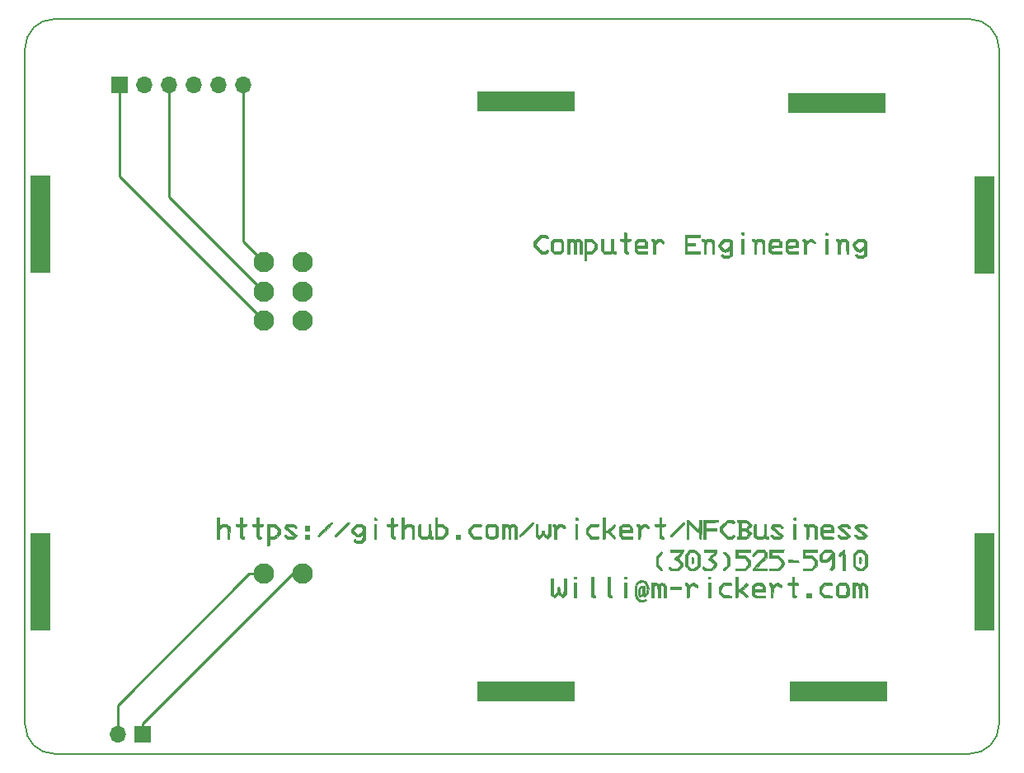
<source format=gbr>
%TF.GenerationSoftware,KiCad,Pcbnew,5.0.1*%
%TF.CreationDate,2019-01-19T14:59:35-06:00*%
%TF.ProjectId,NFCJig,4E46434A69672E6B696361645F706362,rev?*%
%TF.SameCoordinates,Original*%
%TF.FileFunction,Copper,L1,Top,Signal*%
%TF.FilePolarity,Positive*%
%FSLAX46Y46*%
G04 Gerber Fmt 4.6, Leading zero omitted, Abs format (unit mm)*
G04 Created by KiCad (PCBNEW 5.0.1) date Sat 19 Jan 2019 02:59:35 PM CST*
%MOMM*%
%LPD*%
G01*
G04 APERTURE LIST*
%ADD10C,0.150000*%
%ADD11C,0.010000*%
%ADD12R,1.700000X1.700000*%
%ADD13O,1.700000X1.700000*%
%ADD14C,2.100000*%
%ADD15R,10.000000X2.100000*%
%ADD16R,2.100000X10.000000*%
%ADD17C,0.250000*%
G04 APERTURE END LIST*
D10*
X207000000Y-131500000D02*
X207000000Y-131000000D01*
X107000000Y-131500000D02*
X107000000Y-131000000D01*
X107000000Y-62000000D02*
X107000000Y-67000000D01*
X207000000Y-62000000D02*
X207000000Y-67000000D01*
X204000000Y-134500000D02*
X110000000Y-134500000D01*
X110000000Y-59000000D02*
X204000000Y-59000000D01*
X107000000Y-131000000D02*
X107000000Y-67000000D01*
X207000000Y-67000000D02*
X207000000Y-131000000D01*
X207000000Y-131500000D02*
G75*
G02X204000000Y-134500000I-3000000J0D01*
G01*
X110000000Y-134500000D02*
G75*
G02X107000000Y-131500000I0J3000000D01*
G01*
X107000000Y-62000000D02*
G75*
G02X110000000Y-59000000I3000000J0D01*
G01*
X204000000Y-59000000D02*
G75*
G02X207000000Y-62000000I0J-3000000D01*
G01*
D11*
G36*
X189368750Y-80968114D02*
X189402886Y-81040082D01*
X189406562Y-81065916D01*
X189406451Y-81146846D01*
X189364187Y-81177882D01*
X189287334Y-81182333D01*
X189196089Y-81174061D01*
X189165361Y-81133827D01*
X189168105Y-81065916D01*
X189195061Y-80978714D01*
X189263759Y-80950273D01*
X189287334Y-80949500D01*
X189368750Y-80968114D01*
X189368750Y-80968114D01*
G37*
X189368750Y-80968114D02*
X189402886Y-81040082D01*
X189406562Y-81065916D01*
X189406451Y-81146846D01*
X189364187Y-81177882D01*
X189287334Y-81182333D01*
X189196089Y-81174061D01*
X189165361Y-81133827D01*
X189168105Y-81065916D01*
X189195061Y-80978714D01*
X189263759Y-80950273D01*
X189287334Y-80949500D01*
X189368750Y-80968114D01*
G36*
X180748136Y-80942002D02*
X180775806Y-81000106D01*
X180778334Y-81055333D01*
X180766943Y-81146096D01*
X180718523Y-81179300D01*
X180672500Y-81182333D01*
X180596864Y-81168664D01*
X180569194Y-81110560D01*
X180566667Y-81055333D01*
X180578057Y-80964569D01*
X180626477Y-80931366D01*
X180672500Y-80928333D01*
X180748136Y-80942002D01*
X180748136Y-80942002D01*
G37*
X180748136Y-80942002D02*
X180775806Y-81000106D01*
X180778334Y-81055333D01*
X180766943Y-81146096D01*
X180718523Y-81179300D01*
X180672500Y-81182333D01*
X180596864Y-81168664D01*
X180569194Y-81110560D01*
X180566667Y-81055333D01*
X180578057Y-80964569D01*
X180626477Y-80931366D01*
X180672500Y-80928333D01*
X180748136Y-80942002D01*
G36*
X191178324Y-81609044D02*
X191278502Y-81625820D01*
X191353307Y-81665958D01*
X191432353Y-81739423D01*
X191438029Y-81745265D01*
X191573334Y-81884864D01*
X191573334Y-83135290D01*
X191340500Y-83108500D01*
X191328628Y-82538908D01*
X191320289Y-82274860D01*
X191304692Y-82083853D01*
X191276925Y-81954294D01*
X191232078Y-81874590D01*
X191165240Y-81833147D01*
X191071503Y-81818374D01*
X191023000Y-81817333D01*
X190915391Y-81824220D01*
X190837301Y-81852545D01*
X190784085Y-81913805D01*
X190751100Y-82019497D01*
X190733701Y-82181117D01*
X190727244Y-82410163D01*
X190726667Y-82550916D01*
X190726667Y-83129666D01*
X190474872Y-83129666D01*
X190463186Y-82484083D01*
X190458298Y-82237846D01*
X190452620Y-82063489D01*
X190444081Y-81948232D01*
X190430606Y-81879298D01*
X190410123Y-81843908D01*
X190380558Y-81829285D01*
X190356250Y-81824972D01*
X190279946Y-81787332D01*
X190261000Y-81708555D01*
X190273563Y-81637362D01*
X190327960Y-81609402D01*
X190400700Y-81605666D01*
X190512877Y-81620216D01*
X190590031Y-81655332D01*
X190591200Y-81656466D01*
X190648807Y-81685469D01*
X190692800Y-81656466D01*
X190762234Y-81628755D01*
X190891701Y-81610674D01*
X191023162Y-81605666D01*
X191178324Y-81609044D01*
X191178324Y-81609044D01*
G37*
X191178324Y-81609044D02*
X191278502Y-81625820D01*
X191353307Y-81665958D01*
X191432353Y-81739423D01*
X191438029Y-81745265D01*
X191573334Y-81884864D01*
X191573334Y-83135290D01*
X191340500Y-83108500D01*
X191328628Y-82538908D01*
X191320289Y-82274860D01*
X191304692Y-82083853D01*
X191276925Y-81954294D01*
X191232078Y-81874590D01*
X191165240Y-81833147D01*
X191071503Y-81818374D01*
X191023000Y-81817333D01*
X190915391Y-81824220D01*
X190837301Y-81852545D01*
X190784085Y-81913805D01*
X190751100Y-82019497D01*
X190733701Y-82181117D01*
X190727244Y-82410163D01*
X190726667Y-82550916D01*
X190726667Y-83129666D01*
X190474872Y-83129666D01*
X190463186Y-82484083D01*
X190458298Y-82237846D01*
X190452620Y-82063489D01*
X190444081Y-81948232D01*
X190430606Y-81879298D01*
X190410123Y-81843908D01*
X190380558Y-81829285D01*
X190356250Y-81824972D01*
X190279946Y-81787332D01*
X190261000Y-81708555D01*
X190273563Y-81637362D01*
X190327960Y-81609402D01*
X190400700Y-81605666D01*
X190512877Y-81620216D01*
X190590031Y-81655332D01*
X190591200Y-81656466D01*
X190648807Y-81685469D01*
X190692800Y-81656466D01*
X190762234Y-81628755D01*
X190891701Y-81610674D01*
X191023162Y-81605666D01*
X191178324Y-81609044D01*
G36*
X189414334Y-83129666D02*
X189160334Y-83129666D01*
X189160334Y-81605666D01*
X189414334Y-81605666D01*
X189414334Y-83129666D01*
X189414334Y-83129666D01*
G37*
X189414334Y-83129666D02*
X189160334Y-83129666D01*
X189160334Y-81605666D01*
X189414334Y-81605666D01*
X189414334Y-83129666D01*
G36*
X187778060Y-81615288D02*
X187866144Y-81655463D01*
X187961786Y-81743158D01*
X187993788Y-81777941D01*
X188077240Y-81881856D01*
X188126533Y-81966117D01*
X188132789Y-82000191D01*
X188079667Y-82056590D01*
X187990226Y-82049019D01*
X187880126Y-81980342D01*
X187844616Y-81947461D01*
X187750916Y-81866961D01*
X187672132Y-81821262D01*
X187653298Y-81817333D01*
X187591302Y-81844412D01*
X187492907Y-81914648D01*
X187402554Y-81992058D01*
X187213000Y-82166783D01*
X187213000Y-83129666D01*
X187001334Y-83129666D01*
X187001334Y-82523467D01*
X187000799Y-82285337D01*
X186997684Y-82116932D01*
X186989726Y-82003311D01*
X186974658Y-81929535D01*
X186950217Y-81880662D01*
X186914138Y-81841751D01*
X186895500Y-81825247D01*
X186806981Y-81726094D01*
X186795029Y-81653347D01*
X186858744Y-81612532D01*
X186931272Y-81605666D01*
X187063600Y-81634370D01*
X187165879Y-81707533D01*
X187212388Y-81805735D01*
X187213000Y-81818387D01*
X187238824Y-81828020D01*
X187306620Y-81782632D01*
X187352599Y-81740971D01*
X187468746Y-81648221D01*
X187585290Y-81610091D01*
X187665173Y-81605666D01*
X187778060Y-81615288D01*
X187778060Y-81615288D01*
G37*
X187778060Y-81615288D02*
X187866144Y-81655463D01*
X187961786Y-81743158D01*
X187993788Y-81777941D01*
X188077240Y-81881856D01*
X188126533Y-81966117D01*
X188132789Y-82000191D01*
X188079667Y-82056590D01*
X187990226Y-82049019D01*
X187880126Y-81980342D01*
X187844616Y-81947461D01*
X187750916Y-81866961D01*
X187672132Y-81821262D01*
X187653298Y-81817333D01*
X187591302Y-81844412D01*
X187492907Y-81914648D01*
X187402554Y-81992058D01*
X187213000Y-82166783D01*
X187213000Y-83129666D01*
X187001334Y-83129666D01*
X187001334Y-82523467D01*
X187000799Y-82285337D01*
X186997684Y-82116932D01*
X186989726Y-82003311D01*
X186974658Y-81929535D01*
X186950217Y-81880662D01*
X186914138Y-81841751D01*
X186895500Y-81825247D01*
X186806981Y-81726094D01*
X186795029Y-81653347D01*
X186858744Y-81612532D01*
X186931272Y-81605666D01*
X187063600Y-81634370D01*
X187165879Y-81707533D01*
X187212388Y-81805735D01*
X187213000Y-81818387D01*
X187238824Y-81828020D01*
X187306620Y-81782632D01*
X187352599Y-81740971D01*
X187468746Y-81648221D01*
X187585290Y-81610091D01*
X187665173Y-81605666D01*
X187778060Y-81615288D01*
G36*
X186276601Y-81775030D02*
X186352364Y-81877482D01*
X186391436Y-81965475D01*
X186403633Y-82073501D01*
X186400103Y-82208946D01*
X186387500Y-82473500D01*
X185308000Y-82497196D01*
X185308000Y-82616370D01*
X185320193Y-82716880D01*
X185364632Y-82788450D01*
X185453103Y-82836220D01*
X185597397Y-82865329D01*
X185809302Y-82880918D01*
X185923484Y-82884727D01*
X186387500Y-82896833D01*
X186400895Y-83013250D01*
X186414291Y-83129666D01*
X185395613Y-83129666D01*
X185245973Y-82998281D01*
X185096334Y-82866895D01*
X185096334Y-82121045D01*
X185308000Y-82121045D01*
X185308000Y-82240666D01*
X186154667Y-82240666D01*
X186154667Y-82106416D01*
X186132746Y-81965694D01*
X186060252Y-81875585D01*
X185927085Y-81828706D01*
X185759251Y-81817333D01*
X185543658Y-81841192D01*
X185397028Y-81912385D01*
X185320219Y-82030331D01*
X185308000Y-82121045D01*
X185096334Y-82121045D01*
X185096334Y-81876275D01*
X185235932Y-81740971D01*
X185306072Y-81676749D01*
X185369774Y-81636939D01*
X185449537Y-81615709D01*
X185567862Y-81607229D01*
X185747246Y-81605667D01*
X185758014Y-81605666D01*
X186140497Y-81605666D01*
X186276601Y-81775030D01*
X186276601Y-81775030D01*
G37*
X186276601Y-81775030D02*
X186352364Y-81877482D01*
X186391436Y-81965475D01*
X186403633Y-82073501D01*
X186400103Y-82208946D01*
X186387500Y-82473500D01*
X185308000Y-82497196D01*
X185308000Y-82616370D01*
X185320193Y-82716880D01*
X185364632Y-82788450D01*
X185453103Y-82836220D01*
X185597397Y-82865329D01*
X185809302Y-82880918D01*
X185923484Y-82884727D01*
X186387500Y-82896833D01*
X186400895Y-83013250D01*
X186414291Y-83129666D01*
X185395613Y-83129666D01*
X185245973Y-82998281D01*
X185096334Y-82866895D01*
X185096334Y-82121045D01*
X185308000Y-82121045D01*
X185308000Y-82240666D01*
X186154667Y-82240666D01*
X186154667Y-82106416D01*
X186132746Y-81965694D01*
X186060252Y-81875585D01*
X185927085Y-81828706D01*
X185759251Y-81817333D01*
X185543658Y-81841192D01*
X185397028Y-81912385D01*
X185320219Y-82030331D01*
X185308000Y-82121045D01*
X185096334Y-82121045D01*
X185096334Y-81876275D01*
X185235932Y-81740971D01*
X185306072Y-81676749D01*
X185369774Y-81636939D01*
X185449537Y-81615709D01*
X185567862Y-81607229D01*
X185747246Y-81605667D01*
X185758014Y-81605666D01*
X186140497Y-81605666D01*
X186276601Y-81775030D01*
G36*
X184196019Y-81606768D02*
X184317596Y-81613980D01*
X184398180Y-81633163D01*
X184459607Y-81670177D01*
X184523714Y-81730882D01*
X184539776Y-81747411D01*
X184612338Y-81827711D01*
X184652248Y-81898519D01*
X184667676Y-81988248D01*
X184666786Y-82125312D01*
X184664497Y-82181328D01*
X184651834Y-82473500D01*
X184133250Y-82485386D01*
X183614667Y-82497272D01*
X183614667Y-82635669D01*
X183621342Y-82731841D01*
X183650018Y-82798380D01*
X183713673Y-82840657D01*
X183825281Y-82864042D01*
X183997820Y-82873903D01*
X184194634Y-82875666D01*
X184673000Y-82875666D01*
X184673000Y-83129666D01*
X183673545Y-83129666D01*
X183360667Y-82843080D01*
X183360667Y-82382185D01*
X183361610Y-82178361D01*
X183364824Y-82099061D01*
X183614667Y-82099061D01*
X183614667Y-82240666D01*
X184419000Y-82240666D01*
X184419000Y-82106416D01*
X184397019Y-81965592D01*
X184324364Y-81875444D01*
X184190974Y-81828603D01*
X184024189Y-81817333D01*
X183826781Y-81832863D01*
X183699258Y-81883914D01*
X183631897Y-81977172D01*
X183614667Y-82099061D01*
X183364824Y-82099061D01*
X183367254Y-82039122D01*
X183381820Y-81944388D01*
X183409531Y-81874079D01*
X183454608Y-81808115D01*
X183490749Y-81763478D01*
X183620831Y-81605666D01*
X184011611Y-81605666D01*
X184196019Y-81606768D01*
X184196019Y-81606768D01*
G37*
X184196019Y-81606768D02*
X184317596Y-81613980D01*
X184398180Y-81633163D01*
X184459607Y-81670177D01*
X184523714Y-81730882D01*
X184539776Y-81747411D01*
X184612338Y-81827711D01*
X184652248Y-81898519D01*
X184667676Y-81988248D01*
X184666786Y-82125312D01*
X184664497Y-82181328D01*
X184651834Y-82473500D01*
X184133250Y-82485386D01*
X183614667Y-82497272D01*
X183614667Y-82635669D01*
X183621342Y-82731841D01*
X183650018Y-82798380D01*
X183713673Y-82840657D01*
X183825281Y-82864042D01*
X183997820Y-82873903D01*
X184194634Y-82875666D01*
X184673000Y-82875666D01*
X184673000Y-83129666D01*
X183673545Y-83129666D01*
X183360667Y-82843080D01*
X183360667Y-82382185D01*
X183361610Y-82178361D01*
X183364824Y-82099061D01*
X183614667Y-82099061D01*
X183614667Y-82240666D01*
X184419000Y-82240666D01*
X184419000Y-82106416D01*
X184397019Y-81965592D01*
X184324364Y-81875444D01*
X184190974Y-81828603D01*
X184024189Y-81817333D01*
X183826781Y-81832863D01*
X183699258Y-81883914D01*
X183631897Y-81977172D01*
X183614667Y-82099061D01*
X183364824Y-82099061D01*
X183367254Y-82039122D01*
X183381820Y-81944388D01*
X183409531Y-81874079D01*
X183454608Y-81808115D01*
X183490749Y-81763478D01*
X183620831Y-81605666D01*
X184011611Y-81605666D01*
X184196019Y-81606768D01*
G36*
X182587066Y-81609501D02*
X182687957Y-81626681D01*
X182760785Y-81665722D01*
X182823580Y-81724399D01*
X182867023Y-81772026D01*
X182897702Y-81819264D01*
X182917837Y-81880986D01*
X182929648Y-81972064D01*
X182935355Y-82107371D01*
X182937179Y-82301779D01*
X182937334Y-82486399D01*
X182937334Y-83129666D01*
X182725667Y-83129666D01*
X182725667Y-82543561D01*
X182723130Y-82279339D01*
X182712041Y-82088061D01*
X182687186Y-81958067D01*
X182643350Y-81877699D01*
X182575318Y-81835299D01*
X182477875Y-81819209D01*
X182400811Y-81817333D01*
X182288335Y-81823584D01*
X182206735Y-81850042D01*
X182151128Y-81908258D01*
X182116630Y-82009787D01*
X182098355Y-82166181D01*
X182091419Y-82388996D01*
X182090667Y-82550916D01*
X182090667Y-83129666D01*
X181881205Y-83129666D01*
X181869519Y-82484083D01*
X181857834Y-81838500D01*
X181741417Y-81825104D01*
X181653915Y-81797809D01*
X181625623Y-81728997D01*
X181625000Y-81708688D01*
X181635388Y-81640977D01*
X181682635Y-81611787D01*
X181785867Y-81605666D01*
X181904393Y-81618303D01*
X181988930Y-81649417D01*
X181997534Y-81656466D01*
X182055140Y-81685469D01*
X182099134Y-81656466D01*
X182168584Y-81628755D01*
X182298132Y-81610678D01*
X182429880Y-81605666D01*
X182587066Y-81609501D01*
X182587066Y-81609501D01*
G37*
X182587066Y-81609501D02*
X182687957Y-81626681D01*
X182760785Y-81665722D01*
X182823580Y-81724399D01*
X182867023Y-81772026D01*
X182897702Y-81819264D01*
X182917837Y-81880986D01*
X182929648Y-81972064D01*
X182935355Y-82107371D01*
X182937179Y-82301779D01*
X182937334Y-82486399D01*
X182937334Y-83129666D01*
X182725667Y-83129666D01*
X182725667Y-82543561D01*
X182723130Y-82279339D01*
X182712041Y-82088061D01*
X182687186Y-81958067D01*
X182643350Y-81877699D01*
X182575318Y-81835299D01*
X182477875Y-81819209D01*
X182400811Y-81817333D01*
X182288335Y-81823584D01*
X182206735Y-81850042D01*
X182151128Y-81908258D01*
X182116630Y-82009787D01*
X182098355Y-82166181D01*
X182091419Y-82388996D01*
X182090667Y-82550916D01*
X182090667Y-83129666D01*
X181881205Y-83129666D01*
X181869519Y-82484083D01*
X181857834Y-81838500D01*
X181741417Y-81825104D01*
X181653915Y-81797809D01*
X181625623Y-81728997D01*
X181625000Y-81708688D01*
X181635388Y-81640977D01*
X181682635Y-81611787D01*
X181785867Y-81605666D01*
X181904393Y-81618303D01*
X181988930Y-81649417D01*
X181997534Y-81656466D01*
X182055140Y-81685469D01*
X182099134Y-81656466D01*
X182168584Y-81628755D01*
X182298132Y-81610678D01*
X182429880Y-81605666D01*
X182587066Y-81609501D01*
G36*
X180778334Y-83129666D02*
X180566667Y-83129666D01*
X180566667Y-81605666D01*
X180778334Y-81605666D01*
X180778334Y-83129666D01*
X180778334Y-83129666D01*
G37*
X180778334Y-83129666D02*
X180566667Y-83129666D01*
X180566667Y-81605666D01*
X180778334Y-81605666D01*
X180778334Y-83129666D01*
G36*
X177409417Y-81611763D02*
X177518329Y-81636063D01*
X177607833Y-81687579D01*
X177642419Y-81715263D01*
X177772667Y-81824859D01*
X177772667Y-83129666D01*
X177561000Y-83129666D01*
X177561000Y-82543561D01*
X177558463Y-82279339D01*
X177547374Y-82088061D01*
X177522520Y-81958067D01*
X177478684Y-81877699D01*
X177410652Y-81835299D01*
X177313209Y-81819209D01*
X177236145Y-81817333D01*
X177123668Y-81823584D01*
X177042068Y-81850042D01*
X176986462Y-81908258D01*
X176951963Y-82009787D01*
X176933688Y-82166181D01*
X176926752Y-82388996D01*
X176926000Y-82550916D01*
X176926000Y-83129666D01*
X176716539Y-83129666D01*
X176693167Y-81838500D01*
X176576750Y-81825104D01*
X176489248Y-81797809D01*
X176460957Y-81728997D01*
X176460334Y-81708688D01*
X176470722Y-81640977D01*
X176517968Y-81611787D01*
X176621200Y-81605666D01*
X176739727Y-81618303D01*
X176824263Y-81649417D01*
X176832867Y-81656466D01*
X176890474Y-81685469D01*
X176934467Y-81656466D01*
X177003119Y-81628775D01*
X177129010Y-81610519D01*
X177248719Y-81605666D01*
X177409417Y-81611763D01*
X177409417Y-81611763D01*
G37*
X177409417Y-81611763D02*
X177518329Y-81636063D01*
X177607833Y-81687579D01*
X177642419Y-81715263D01*
X177772667Y-81824859D01*
X177772667Y-83129666D01*
X177561000Y-83129666D01*
X177561000Y-82543561D01*
X177558463Y-82279339D01*
X177547374Y-82088061D01*
X177522520Y-81958067D01*
X177478684Y-81877699D01*
X177410652Y-81835299D01*
X177313209Y-81819209D01*
X177236145Y-81817333D01*
X177123668Y-81823584D01*
X177042068Y-81850042D01*
X176986462Y-81908258D01*
X176951963Y-82009787D01*
X176933688Y-82166181D01*
X176926752Y-82388996D01*
X176926000Y-82550916D01*
X176926000Y-83129666D01*
X176716539Y-83129666D01*
X176693167Y-81838500D01*
X176576750Y-81825104D01*
X176489248Y-81797809D01*
X176460957Y-81728997D01*
X176460334Y-81708688D01*
X176470722Y-81640977D01*
X176517968Y-81611787D01*
X176621200Y-81605666D01*
X176739727Y-81618303D01*
X176824263Y-81649417D01*
X176832867Y-81656466D01*
X176890474Y-81685469D01*
X176934467Y-81656466D01*
X177003119Y-81628775D01*
X177129010Y-81610519D01*
X177248719Y-81605666D01*
X177409417Y-81611763D01*
G36*
X176291000Y-81394000D02*
X174978667Y-81394000D01*
X174978667Y-82029000D01*
X175825334Y-82029000D01*
X175825334Y-82283000D01*
X174978667Y-82283000D01*
X174978667Y-82873461D01*
X175624250Y-82885147D01*
X176269834Y-82896833D01*
X176269834Y-83108500D01*
X174767000Y-83131620D01*
X174767000Y-81182333D01*
X176291000Y-81182333D01*
X176291000Y-81394000D01*
X176291000Y-81394000D01*
G37*
X176291000Y-81394000D02*
X174978667Y-81394000D01*
X174978667Y-82029000D01*
X175825334Y-82029000D01*
X175825334Y-82283000D01*
X174978667Y-82283000D01*
X174978667Y-82873461D01*
X175624250Y-82885147D01*
X176269834Y-82896833D01*
X176269834Y-83108500D01*
X174767000Y-83131620D01*
X174767000Y-81182333D01*
X176291000Y-81182333D01*
X176291000Y-81394000D01*
G36*
X172279903Y-81616478D02*
X172379995Y-81661519D01*
X172472696Y-81745265D01*
X172565374Y-81864554D01*
X172605936Y-81968807D01*
X172592148Y-82042805D01*
X172521773Y-82071329D01*
X172520600Y-82071333D01*
X172437796Y-82040542D01*
X172344391Y-81964474D01*
X172326337Y-81944333D01*
X172240780Y-81862171D01*
X172163951Y-81819171D01*
X172150756Y-81817333D01*
X172085242Y-81845404D01*
X171986222Y-81918105D01*
X171900519Y-81995480D01*
X171719000Y-82173628D01*
X171719000Y-83129666D01*
X171465000Y-83129666D01*
X171465000Y-82497519D01*
X171464339Y-82253363D01*
X171461230Y-82080712D01*
X171453982Y-81966408D01*
X171440904Y-81897292D01*
X171420307Y-81860205D01*
X171390498Y-81841990D01*
X171380334Y-81838500D01*
X171309185Y-81776334D01*
X171295667Y-81708647D01*
X171307590Y-81638367D01*
X171359935Y-81610021D01*
X171440761Y-81605666D01*
X171579118Y-81633644D01*
X171667787Y-81709826D01*
X171749719Y-81813986D01*
X171847572Y-81709826D01*
X171937555Y-81639083D01*
X172052409Y-81609299D01*
X172141408Y-81605666D01*
X172279903Y-81616478D01*
X172279903Y-81616478D01*
G37*
X172279903Y-81616478D02*
X172379995Y-81661519D01*
X172472696Y-81745265D01*
X172565374Y-81864554D01*
X172605936Y-81968807D01*
X172592148Y-82042805D01*
X172521773Y-82071329D01*
X172520600Y-82071333D01*
X172437796Y-82040542D01*
X172344391Y-81964474D01*
X172326337Y-81944333D01*
X172240780Y-81862171D01*
X172163951Y-81819171D01*
X172150756Y-81817333D01*
X172085242Y-81845404D01*
X171986222Y-81918105D01*
X171900519Y-81995480D01*
X171719000Y-82173628D01*
X171719000Y-83129666D01*
X171465000Y-83129666D01*
X171465000Y-82497519D01*
X171464339Y-82253363D01*
X171461230Y-82080712D01*
X171453982Y-81966408D01*
X171440904Y-81897292D01*
X171420307Y-81860205D01*
X171390498Y-81841990D01*
X171380334Y-81838500D01*
X171309185Y-81776334D01*
X171295667Y-81708647D01*
X171307590Y-81638367D01*
X171359935Y-81610021D01*
X171440761Y-81605666D01*
X171579118Y-81633644D01*
X171667787Y-81709826D01*
X171749719Y-81813986D01*
X171847572Y-81709826D01*
X171937555Y-81639083D01*
X172052409Y-81609299D01*
X172141408Y-81605666D01*
X172279903Y-81616478D01*
G36*
X170418079Y-81607165D02*
X170533222Y-81616051D01*
X170610413Y-81638904D01*
X170673008Y-81682305D01*
X170737029Y-81745265D01*
X170808003Y-81824831D01*
X170848569Y-81898368D01*
X170867157Y-81993575D01*
X170872200Y-82138153D01*
X170872334Y-82189765D01*
X170872334Y-82494666D01*
X169814000Y-82494666D01*
X169814000Y-82615105D01*
X169826095Y-82716081D01*
X169870253Y-82787969D01*
X169958279Y-82835942D01*
X170101982Y-82865171D01*
X170313169Y-82880830D01*
X170429484Y-82884727D01*
X170632339Y-82890591D01*
X170765313Y-82898019D01*
X170843164Y-82910763D01*
X170880648Y-82932572D01*
X170892522Y-82967199D01*
X170893500Y-83002666D01*
X170893500Y-83108500D01*
X169875320Y-83132120D01*
X169738827Y-82991294D01*
X169602334Y-82850469D01*
X169602334Y-82121045D01*
X169814000Y-82121045D01*
X169814000Y-82240666D01*
X170660667Y-82240666D01*
X170660667Y-82106416D01*
X170638746Y-81965694D01*
X170566252Y-81875585D01*
X170433085Y-81828706D01*
X170265251Y-81817333D01*
X170049658Y-81841192D01*
X169903028Y-81912385D01*
X169826219Y-82030331D01*
X169814000Y-82121045D01*
X169602334Y-82121045D01*
X169602334Y-81876275D01*
X169741932Y-81740971D01*
X169814381Y-81675053D01*
X169880431Y-81634986D01*
X169963798Y-81614349D01*
X170088198Y-81606720D01*
X170241628Y-81605666D01*
X170418079Y-81607165D01*
X170418079Y-81607165D01*
G37*
X170418079Y-81607165D02*
X170533222Y-81616051D01*
X170610413Y-81638904D01*
X170673008Y-81682305D01*
X170737029Y-81745265D01*
X170808003Y-81824831D01*
X170848569Y-81898368D01*
X170867157Y-81993575D01*
X170872200Y-82138153D01*
X170872334Y-82189765D01*
X170872334Y-82494666D01*
X169814000Y-82494666D01*
X169814000Y-82615105D01*
X169826095Y-82716081D01*
X169870253Y-82787969D01*
X169958279Y-82835942D01*
X170101982Y-82865171D01*
X170313169Y-82880830D01*
X170429484Y-82884727D01*
X170632339Y-82890591D01*
X170765313Y-82898019D01*
X170843164Y-82910763D01*
X170880648Y-82932572D01*
X170892522Y-82967199D01*
X170893500Y-83002666D01*
X170893500Y-83108500D01*
X169875320Y-83132120D01*
X169738827Y-82991294D01*
X169602334Y-82850469D01*
X169602334Y-82121045D01*
X169814000Y-82121045D01*
X169814000Y-82240666D01*
X170660667Y-82240666D01*
X170660667Y-82106416D01*
X170638746Y-81965694D01*
X170566252Y-81875585D01*
X170433085Y-81828706D01*
X170265251Y-81817333D01*
X170049658Y-81841192D01*
X169903028Y-81912385D01*
X169826219Y-82030331D01*
X169814000Y-82121045D01*
X169602334Y-82121045D01*
X169602334Y-81876275D01*
X169741932Y-81740971D01*
X169814381Y-81675053D01*
X169880431Y-81634986D01*
X169963798Y-81614349D01*
X170088198Y-81606720D01*
X170241628Y-81605666D01*
X170418079Y-81607165D01*
G36*
X168681982Y-80953742D02*
X168714409Y-80978153D01*
X168732261Y-81040255D01*
X168741850Y-81157573D01*
X168746864Y-81277583D01*
X168759228Y-81605666D01*
X168969114Y-81605666D01*
X169094071Y-81609166D01*
X169156163Y-81626971D01*
X169177124Y-81670041D01*
X169179000Y-81711500D01*
X169172138Y-81774311D01*
X169137115Y-81805645D01*
X169052280Y-81816330D01*
X168967334Y-81817333D01*
X168755667Y-81817333D01*
X168755667Y-82343555D01*
X168756280Y-82562271D01*
X168759793Y-82710542D01*
X168768716Y-82802590D01*
X168785558Y-82852635D01*
X168812828Y-82874900D01*
X168850917Y-82883305D01*
X168929835Y-82923923D01*
X168959562Y-83013250D01*
X168960189Y-83092076D01*
X168921402Y-83123935D01*
X168829358Y-83129666D01*
X168671399Y-83092052D01*
X168593713Y-83031688D01*
X168556014Y-82985333D01*
X168530257Y-82930152D01*
X168514195Y-82850126D01*
X168505580Y-82729238D01*
X168502166Y-82551468D01*
X168501667Y-82375521D01*
X168501667Y-81817333D01*
X168290000Y-81817333D01*
X168164378Y-81813902D01*
X168101708Y-81796390D01*
X168080339Y-81753973D01*
X168078334Y-81711500D01*
X168085274Y-81648491D01*
X168120585Y-81617182D01*
X168206001Y-81606612D01*
X168288219Y-81605666D01*
X168498105Y-81605666D01*
X168510469Y-81277583D01*
X168518048Y-81112801D01*
X168529603Y-81015129D01*
X168551448Y-80967044D01*
X168589897Y-80951022D01*
X168628667Y-80949500D01*
X168681982Y-80953742D01*
X168681982Y-80953742D01*
G37*
X168681982Y-80953742D02*
X168714409Y-80978153D01*
X168732261Y-81040255D01*
X168741850Y-81157573D01*
X168746864Y-81277583D01*
X168759228Y-81605666D01*
X168969114Y-81605666D01*
X169094071Y-81609166D01*
X169156163Y-81626971D01*
X169177124Y-81670041D01*
X169179000Y-81711500D01*
X169172138Y-81774311D01*
X169137115Y-81805645D01*
X169052280Y-81816330D01*
X168967334Y-81817333D01*
X168755667Y-81817333D01*
X168755667Y-82343555D01*
X168756280Y-82562271D01*
X168759793Y-82710542D01*
X168768716Y-82802590D01*
X168785558Y-82852635D01*
X168812828Y-82874900D01*
X168850917Y-82883305D01*
X168929835Y-82923923D01*
X168959562Y-83013250D01*
X168960189Y-83092076D01*
X168921402Y-83123935D01*
X168829358Y-83129666D01*
X168671399Y-83092052D01*
X168593713Y-83031688D01*
X168556014Y-82985333D01*
X168530257Y-82930152D01*
X168514195Y-82850126D01*
X168505580Y-82729238D01*
X168502166Y-82551468D01*
X168501667Y-82375521D01*
X168501667Y-81817333D01*
X168290000Y-81817333D01*
X168164378Y-81813902D01*
X168101708Y-81796390D01*
X168080339Y-81753973D01*
X168078334Y-81711500D01*
X168085274Y-81648491D01*
X168120585Y-81617182D01*
X168206001Y-81606612D01*
X168288219Y-81605666D01*
X168498105Y-81605666D01*
X168510469Y-81277583D01*
X168518048Y-81112801D01*
X168529603Y-81015129D01*
X168551448Y-80967044D01*
X168589897Y-80951022D01*
X168628667Y-80949500D01*
X168681982Y-80953742D01*
G36*
X166385000Y-82189866D02*
X166388539Y-82468416D01*
X166399325Y-82665786D01*
X166417614Y-82785171D01*
X166435800Y-82824866D01*
X166506070Y-82852549D01*
X166639742Y-82870434D01*
X166787167Y-82875666D01*
X166958156Y-82868468D01*
X167083546Y-82848899D01*
X167138534Y-82824866D01*
X167162448Y-82760260D01*
X167178672Y-82619996D01*
X167187463Y-82400880D01*
X167189334Y-82189866D01*
X167189334Y-81605666D01*
X167443334Y-81605666D01*
X167443334Y-82875666D01*
X167549167Y-82875666D01*
X167624803Y-82889335D01*
X167652473Y-82947439D01*
X167655000Y-83002666D01*
X167644181Y-83092893D01*
X167595333Y-83126083D01*
X167537420Y-83129666D01*
X167413828Y-83106689D01*
X167330291Y-83066944D01*
X167258099Y-83026709D01*
X167210992Y-83042594D01*
X167188688Y-83066944D01*
X167131884Y-83101468D01*
X167022619Y-83121534D01*
X166846822Y-83129362D01*
X166790575Y-83129666D01*
X166618940Y-83128269D01*
X166507069Y-83118775D01*
X166430057Y-83093235D01*
X166363002Y-83043697D01*
X166287758Y-82969131D01*
X166131000Y-82808596D01*
X166131000Y-81605666D01*
X166385000Y-81605666D01*
X166385000Y-82189866D01*
X166385000Y-82189866D01*
G37*
X166385000Y-82189866D02*
X166388539Y-82468416D01*
X166399325Y-82665786D01*
X166417614Y-82785171D01*
X166435800Y-82824866D01*
X166506070Y-82852549D01*
X166639742Y-82870434D01*
X166787167Y-82875666D01*
X166958156Y-82868468D01*
X167083546Y-82848899D01*
X167138534Y-82824866D01*
X167162448Y-82760260D01*
X167178672Y-82619996D01*
X167187463Y-82400880D01*
X167189334Y-82189866D01*
X167189334Y-81605666D01*
X167443334Y-81605666D01*
X167443334Y-82875666D01*
X167549167Y-82875666D01*
X167624803Y-82889335D01*
X167652473Y-82947439D01*
X167655000Y-83002666D01*
X167644181Y-83092893D01*
X167595333Y-83126083D01*
X167537420Y-83129666D01*
X167413828Y-83106689D01*
X167330291Y-83066944D01*
X167258099Y-83026709D01*
X167210992Y-83042594D01*
X167188688Y-83066944D01*
X167131884Y-83101468D01*
X167022619Y-83121534D01*
X166846822Y-83129362D01*
X166790575Y-83129666D01*
X166618940Y-83128269D01*
X166507069Y-83118775D01*
X166430057Y-83093235D01*
X166363002Y-83043697D01*
X166287758Y-82969131D01*
X166131000Y-82808596D01*
X166131000Y-81605666D01*
X166385000Y-81605666D01*
X166385000Y-82189866D01*
G36*
X163193004Y-81612591D02*
X163314786Y-81635578D01*
X163386583Y-81675727D01*
X163451092Y-81722552D01*
X163503670Y-81707685D01*
X163541417Y-81675727D01*
X163642139Y-81626246D01*
X163783519Y-81605720D01*
X163791031Y-81605666D01*
X163913197Y-81617630D01*
X164005915Y-81666235D01*
X164094615Y-81755306D01*
X164226000Y-81904946D01*
X164226000Y-83129666D01*
X163972000Y-83129666D01*
X163972000Y-82543561D01*
X163970784Y-82305211D01*
X163965986Y-82136912D01*
X163955886Y-82024070D01*
X163938760Y-81952090D01*
X163912888Y-81906377D01*
X163894583Y-81887394D01*
X163801690Y-81825570D01*
X163723613Y-81838345D01*
X163661061Y-81894750D01*
X163631965Y-81940528D01*
X163611948Y-82011988D01*
X163599475Y-82123523D01*
X163593009Y-82289522D01*
X163591013Y-82524378D01*
X163591000Y-82550916D01*
X163591000Y-83129666D01*
X163337000Y-83129666D01*
X163337000Y-82543561D01*
X163335784Y-82305211D01*
X163330986Y-82136912D01*
X163320886Y-82024070D01*
X163303760Y-81952090D01*
X163277888Y-81906377D01*
X163259583Y-81887394D01*
X163173483Y-81827765D01*
X163099616Y-81834363D01*
X163010537Y-81910203D01*
X163005713Y-81915311D01*
X162968014Y-81961666D01*
X162942257Y-82016847D01*
X162926195Y-82096873D01*
X162917580Y-82217761D01*
X162914166Y-82395531D01*
X162913667Y-82571478D01*
X162913667Y-83129666D01*
X162702000Y-83129666D01*
X162702000Y-81605666D01*
X163005583Y-81605666D01*
X163193004Y-81612591D01*
X163193004Y-81612591D01*
G37*
X163193004Y-81612591D02*
X163314786Y-81635578D01*
X163386583Y-81675727D01*
X163451092Y-81722552D01*
X163503670Y-81707685D01*
X163541417Y-81675727D01*
X163642139Y-81626246D01*
X163783519Y-81605720D01*
X163791031Y-81605666D01*
X163913197Y-81617630D01*
X164005915Y-81666235D01*
X164094615Y-81755306D01*
X164226000Y-81904946D01*
X164226000Y-83129666D01*
X163972000Y-83129666D01*
X163972000Y-82543561D01*
X163970784Y-82305211D01*
X163965986Y-82136912D01*
X163955886Y-82024070D01*
X163938760Y-81952090D01*
X163912888Y-81906377D01*
X163894583Y-81887394D01*
X163801690Y-81825570D01*
X163723613Y-81838345D01*
X163661061Y-81894750D01*
X163631965Y-81940528D01*
X163611948Y-82011988D01*
X163599475Y-82123523D01*
X163593009Y-82289522D01*
X163591013Y-82524378D01*
X163591000Y-82550916D01*
X163591000Y-83129666D01*
X163337000Y-83129666D01*
X163337000Y-82543561D01*
X163335784Y-82305211D01*
X163330986Y-82136912D01*
X163320886Y-82024070D01*
X163303760Y-81952090D01*
X163277888Y-81906377D01*
X163259583Y-81887394D01*
X163173483Y-81827765D01*
X163099616Y-81834363D01*
X163010537Y-81910203D01*
X163005713Y-81915311D01*
X162968014Y-81961666D01*
X162942257Y-82016847D01*
X162926195Y-82096873D01*
X162917580Y-82217761D01*
X162914166Y-82395531D01*
X162913667Y-82571478D01*
X162913667Y-83129666D01*
X162702000Y-83129666D01*
X162702000Y-81605666D01*
X163005583Y-81605666D01*
X163193004Y-81612591D01*
G36*
X162045834Y-81605669D02*
X162162250Y-81751572D01*
X162212574Y-81818971D01*
X162245821Y-81883422D01*
X162265522Y-81964043D01*
X162275204Y-82079950D01*
X162278397Y-82250261D01*
X162278667Y-82382186D01*
X162278667Y-82866895D01*
X162129027Y-82998281D01*
X162047596Y-83064501D01*
X161972895Y-83103712D01*
X161878908Y-83122939D01*
X161739624Y-83129201D01*
X161642316Y-83129666D01*
X161471716Y-83127761D01*
X161359199Y-83116693D01*
X161278190Y-83088427D01*
X161202113Y-83034933D01*
X161135789Y-82976573D01*
X160966334Y-82823481D01*
X160966334Y-82365761D01*
X161220334Y-82365761D01*
X161225987Y-82588658D01*
X161242382Y-82743337D01*
X161268668Y-82822113D01*
X161271134Y-82824866D01*
X161349632Y-82858213D01*
X161482834Y-82875288D01*
X161642509Y-82876847D01*
X161800424Y-82863648D01*
X161928348Y-82836447D01*
X161989583Y-82805605D01*
X162028726Y-82755086D01*
X162052381Y-82677570D01*
X162063991Y-82553707D01*
X162067000Y-82370524D01*
X162061543Y-82144402D01*
X162038639Y-81989439D01*
X161988490Y-81892472D01*
X161901299Y-81840341D01*
X161767267Y-81819883D01*
X161655183Y-81817333D01*
X161477295Y-81822907D01*
X161355766Y-81848576D01*
X161279957Y-81907760D01*
X161239224Y-82013881D01*
X161222928Y-82180359D01*
X161220334Y-82365761D01*
X160966334Y-82365761D01*
X160966334Y-81876275D01*
X161105932Y-81740971D01*
X161174417Y-81677981D01*
X161236459Y-81638385D01*
X161313709Y-81616756D01*
X161427818Y-81607666D01*
X161600439Y-81605687D01*
X161645682Y-81605667D01*
X162045834Y-81605669D01*
X162045834Y-81605669D01*
G37*
X162045834Y-81605669D02*
X162162250Y-81751572D01*
X162212574Y-81818971D01*
X162245821Y-81883422D01*
X162265522Y-81964043D01*
X162275204Y-82079950D01*
X162278397Y-82250261D01*
X162278667Y-82382186D01*
X162278667Y-82866895D01*
X162129027Y-82998281D01*
X162047596Y-83064501D01*
X161972895Y-83103712D01*
X161878908Y-83122939D01*
X161739624Y-83129201D01*
X161642316Y-83129666D01*
X161471716Y-83127761D01*
X161359199Y-83116693D01*
X161278190Y-83088427D01*
X161202113Y-83034933D01*
X161135789Y-82976573D01*
X160966334Y-82823481D01*
X160966334Y-82365761D01*
X161220334Y-82365761D01*
X161225987Y-82588658D01*
X161242382Y-82743337D01*
X161268668Y-82822113D01*
X161271134Y-82824866D01*
X161349632Y-82858213D01*
X161482834Y-82875288D01*
X161642509Y-82876847D01*
X161800424Y-82863648D01*
X161928348Y-82836447D01*
X161989583Y-82805605D01*
X162028726Y-82755086D01*
X162052381Y-82677570D01*
X162063991Y-82553707D01*
X162067000Y-82370524D01*
X162061543Y-82144402D01*
X162038639Y-81989439D01*
X161988490Y-81892472D01*
X161901299Y-81840341D01*
X161767267Y-81819883D01*
X161655183Y-81817333D01*
X161477295Y-81822907D01*
X161355766Y-81848576D01*
X161279957Y-81907760D01*
X161239224Y-82013881D01*
X161222928Y-82180359D01*
X161220334Y-82365761D01*
X160966334Y-82365761D01*
X160966334Y-81876275D01*
X161105932Y-81740971D01*
X161174417Y-81677981D01*
X161236459Y-81638385D01*
X161313709Y-81616756D01*
X161427818Y-81607666D01*
X161600439Y-81605687D01*
X161645682Y-81605667D01*
X162045834Y-81605669D01*
G36*
X160387178Y-81185248D02*
X160491318Y-81199273D01*
X160564167Y-81232329D01*
X160632382Y-81292337D01*
X160647367Y-81307802D01*
X160721234Y-81394739D01*
X160738298Y-81452534D01*
X160713604Y-81498302D01*
X160630865Y-81557570D01*
X160542563Y-81535526D01*
X160479500Y-81478666D01*
X160372336Y-81412101D01*
X160228387Y-81394000D01*
X160141045Y-81399215D01*
X160066377Y-81422596D01*
X159985814Y-81475743D01*
X159880785Y-81570255D01*
X159769281Y-81680812D01*
X159634724Y-81819864D01*
X159550543Y-81919635D01*
X159505210Y-81998607D01*
X159487195Y-82075257D01*
X159484667Y-82137031D01*
X159490347Y-82222657D01*
X159515126Y-82297311D01*
X159570608Y-82379365D01*
X159668401Y-82487191D01*
X159771479Y-82591052D01*
X159908813Y-82724483D01*
X160006786Y-82808170D01*
X160084512Y-82853601D01*
X160161102Y-82872263D01*
X160245001Y-82875666D01*
X160416329Y-82852623D01*
X160522533Y-82790343D01*
X160589829Y-82733259D01*
X160633717Y-82734010D01*
X160689002Y-82788608D01*
X160732468Y-82844643D01*
X160731802Y-82891303D01*
X160680132Y-82956065D01*
X160635914Y-83000931D01*
X160555786Y-83072423D01*
X160477397Y-83111171D01*
X160370353Y-83126967D01*
X160236418Y-83129666D01*
X159965655Y-83129666D01*
X159598161Y-82754117D01*
X159230667Y-82378569D01*
X159230667Y-81891654D01*
X159576843Y-81536994D01*
X159923019Y-81182333D01*
X160225089Y-81182333D01*
X160387178Y-81185248D01*
X160387178Y-81185248D01*
G37*
X160387178Y-81185248D02*
X160491318Y-81199273D01*
X160564167Y-81232329D01*
X160632382Y-81292337D01*
X160647367Y-81307802D01*
X160721234Y-81394739D01*
X160738298Y-81452534D01*
X160713604Y-81498302D01*
X160630865Y-81557570D01*
X160542563Y-81535526D01*
X160479500Y-81478666D01*
X160372336Y-81412101D01*
X160228387Y-81394000D01*
X160141045Y-81399215D01*
X160066377Y-81422596D01*
X159985814Y-81475743D01*
X159880785Y-81570255D01*
X159769281Y-81680812D01*
X159634724Y-81819864D01*
X159550543Y-81919635D01*
X159505210Y-81998607D01*
X159487195Y-82075257D01*
X159484667Y-82137031D01*
X159490347Y-82222657D01*
X159515126Y-82297311D01*
X159570608Y-82379365D01*
X159668401Y-82487191D01*
X159771479Y-82591052D01*
X159908813Y-82724483D01*
X160006786Y-82808170D01*
X160084512Y-82853601D01*
X160161102Y-82872263D01*
X160245001Y-82875666D01*
X160416329Y-82852623D01*
X160522533Y-82790343D01*
X160589829Y-82733259D01*
X160633717Y-82734010D01*
X160689002Y-82788608D01*
X160732468Y-82844643D01*
X160731802Y-82891303D01*
X160680132Y-82956065D01*
X160635914Y-83000931D01*
X160555786Y-83072423D01*
X160477397Y-83111171D01*
X160370353Y-83126967D01*
X160236418Y-83129666D01*
X159965655Y-83129666D01*
X159598161Y-82754117D01*
X159230667Y-82378569D01*
X159230667Y-81891654D01*
X159576843Y-81536994D01*
X159923019Y-81182333D01*
X160225089Y-81182333D01*
X160387178Y-81185248D01*
G36*
X192954453Y-81607484D02*
X193065402Y-81617757D01*
X193140885Y-81643717D01*
X193205501Y-81692591D01*
X193258362Y-81745265D01*
X193393667Y-81884864D01*
X193393667Y-83282391D01*
X193254068Y-83417695D01*
X193176389Y-83487354D01*
X193104877Y-83527828D01*
X193012920Y-83546989D01*
X192873907Y-83552710D01*
X192796706Y-83553000D01*
X192631587Y-83550767D01*
X192524934Y-83538662D01*
X192450563Y-83508574D01*
X192382293Y-83452392D01*
X192342602Y-83412332D01*
X192261723Y-83324813D01*
X192234238Y-83272464D01*
X192253496Y-83230766D01*
X192285093Y-83200322D01*
X192347650Y-83154131D01*
X192395874Y-83168216D01*
X192440857Y-83213990D01*
X192506044Y-83264412D01*
X192601388Y-83290595D01*
X192752114Y-83298901D01*
X192777928Y-83299000D01*
X192927649Y-83291034D01*
X193042194Y-83270174D01*
X193088867Y-83248200D01*
X193116577Y-83178974D01*
X193134705Y-83050486D01*
X193139667Y-82922395D01*
X193139667Y-82647391D01*
X193000068Y-82782695D01*
X192888403Y-82873334D01*
X192776436Y-82911861D01*
X192670660Y-82918000D01*
X192570474Y-82913007D01*
X192490564Y-82889562D01*
X192408507Y-82834963D01*
X192301877Y-82736508D01*
X192238758Y-82673355D01*
X192117132Y-82546446D01*
X192044763Y-82454696D01*
X192009056Y-82375453D01*
X191997412Y-82286063D01*
X191996709Y-82240666D01*
X192208334Y-82240666D01*
X192236266Y-82301441D01*
X192308638Y-82397066D01*
X192386481Y-82482480D01*
X192538439Y-82612262D01*
X192672688Y-82664389D01*
X192803820Y-82639471D01*
X192946424Y-82538119D01*
X192979132Y-82507241D01*
X193077421Y-82400370D01*
X193125140Y-82307692D01*
X193139345Y-82192456D01*
X193139667Y-82161325D01*
X193120671Y-81990403D01*
X193056047Y-81883521D01*
X192934342Y-81829662D01*
X192782086Y-81817333D01*
X192653228Y-81822894D01*
X192561709Y-81849771D01*
X192474202Y-81913256D01*
X192386481Y-81998852D01*
X192291007Y-82105586D01*
X192226353Y-82195960D01*
X192208334Y-82240666D01*
X191996709Y-82240666D01*
X191996667Y-82237992D01*
X192002226Y-82132902D01*
X192027862Y-82050260D01*
X192087018Y-81965328D01*
X192193134Y-81853367D01*
X192220248Y-81826470D01*
X192443829Y-81605666D01*
X192783444Y-81605666D01*
X192954453Y-81607484D01*
X192954453Y-81607484D01*
G37*
X192954453Y-81607484D02*
X193065402Y-81617757D01*
X193140885Y-81643717D01*
X193205501Y-81692591D01*
X193258362Y-81745265D01*
X193393667Y-81884864D01*
X193393667Y-83282391D01*
X193254068Y-83417695D01*
X193176389Y-83487354D01*
X193104877Y-83527828D01*
X193012920Y-83546989D01*
X192873907Y-83552710D01*
X192796706Y-83553000D01*
X192631587Y-83550767D01*
X192524934Y-83538662D01*
X192450563Y-83508574D01*
X192382293Y-83452392D01*
X192342602Y-83412332D01*
X192261723Y-83324813D01*
X192234238Y-83272464D01*
X192253496Y-83230766D01*
X192285093Y-83200322D01*
X192347650Y-83154131D01*
X192395874Y-83168216D01*
X192440857Y-83213990D01*
X192506044Y-83264412D01*
X192601388Y-83290595D01*
X192752114Y-83298901D01*
X192777928Y-83299000D01*
X192927649Y-83291034D01*
X193042194Y-83270174D01*
X193088867Y-83248200D01*
X193116577Y-83178974D01*
X193134705Y-83050486D01*
X193139667Y-82922395D01*
X193139667Y-82647391D01*
X193000068Y-82782695D01*
X192888403Y-82873334D01*
X192776436Y-82911861D01*
X192670660Y-82918000D01*
X192570474Y-82913007D01*
X192490564Y-82889562D01*
X192408507Y-82834963D01*
X192301877Y-82736508D01*
X192238758Y-82673355D01*
X192117132Y-82546446D01*
X192044763Y-82454696D01*
X192009056Y-82375453D01*
X191997412Y-82286063D01*
X191996709Y-82240666D01*
X192208334Y-82240666D01*
X192236266Y-82301441D01*
X192308638Y-82397066D01*
X192386481Y-82482480D01*
X192538439Y-82612262D01*
X192672688Y-82664389D01*
X192803820Y-82639471D01*
X192946424Y-82538119D01*
X192979132Y-82507241D01*
X193077421Y-82400370D01*
X193125140Y-82307692D01*
X193139345Y-82192456D01*
X193139667Y-82161325D01*
X193120671Y-81990403D01*
X193056047Y-81883521D01*
X192934342Y-81829662D01*
X192782086Y-81817333D01*
X192653228Y-81822894D01*
X192561709Y-81849771D01*
X192474202Y-81913256D01*
X192386481Y-81998852D01*
X192291007Y-82105586D01*
X192226353Y-82195960D01*
X192208334Y-82240666D01*
X191996709Y-82240666D01*
X191996667Y-82237992D01*
X192002226Y-82132902D01*
X192027862Y-82050260D01*
X192087018Y-81965328D01*
X192193134Y-81853367D01*
X192220248Y-81826470D01*
X192443829Y-81605666D01*
X192783444Y-81605666D01*
X192954453Y-81607484D01*
G36*
X179196207Y-81607824D02*
X179308507Y-81618386D01*
X179383306Y-81643483D01*
X179444172Y-81689245D01*
X179479247Y-81724399D01*
X179593000Y-81843132D01*
X179593000Y-83282391D01*
X179453401Y-83417695D01*
X179375776Y-83487316D01*
X179304321Y-83527787D01*
X179212456Y-83546964D01*
X179073599Y-83552705D01*
X178995655Y-83553000D01*
X178829428Y-83550514D01*
X178722368Y-83538178D01*
X178649012Y-83508668D01*
X178583900Y-83454663D01*
X178556532Y-83426729D01*
X178482134Y-83344269D01*
X178461335Y-83292790D01*
X178488204Y-83243071D01*
X178513434Y-83214405D01*
X178591311Y-83128352D01*
X178682134Y-83213676D01*
X178761934Y-83266320D01*
X178874260Y-83292529D01*
X179026345Y-83299000D01*
X179172400Y-83290893D01*
X179285141Y-83269820D01*
X179330534Y-83248200D01*
X179358239Y-83179160D01*
X179376410Y-83051535D01*
X179381334Y-82926314D01*
X179381334Y-82655229D01*
X179231694Y-82786614D01*
X179110020Y-82875455D01*
X178987865Y-82912731D01*
X178886254Y-82918000D01*
X178784289Y-82913439D01*
X178703917Y-82891426D01*
X178622741Y-82839462D01*
X178518364Y-82745049D01*
X178443227Y-82670773D01*
X178318038Y-82540712D01*
X178243522Y-82446011D01*
X178207108Y-82365741D01*
X178196221Y-82278974D01*
X178196000Y-82259250D01*
X178196080Y-82258279D01*
X178450000Y-82258279D01*
X178478266Y-82335568D01*
X178550520Y-82440207D01*
X178606758Y-82503465D01*
X178749387Y-82622598D01*
X178880036Y-82665575D01*
X179012974Y-82631971D01*
X179162471Y-82521362D01*
X179199814Y-82485852D01*
X179306306Y-82371967D01*
X179361306Y-82280323D01*
X179380315Y-82181383D01*
X179381334Y-82139935D01*
X179359481Y-81977758D01*
X179287441Y-81876148D01*
X179155487Y-81826248D01*
X179027125Y-81817333D01*
X178898779Y-81823400D01*
X178805727Y-81851718D01*
X178714270Y-81917462D01*
X178631519Y-81995480D01*
X178533643Y-82104989D01*
X178467739Y-82204477D01*
X178450000Y-82258279D01*
X178196080Y-82258279D01*
X178203573Y-82167689D01*
X178234712Y-82086596D01*
X178302051Y-81994632D01*
X178418222Y-81870459D01*
X178438092Y-81850310D01*
X178680183Y-81605666D01*
X179022838Y-81605666D01*
X179196207Y-81607824D01*
X179196207Y-81607824D01*
G37*
X179196207Y-81607824D02*
X179308507Y-81618386D01*
X179383306Y-81643483D01*
X179444172Y-81689245D01*
X179479247Y-81724399D01*
X179593000Y-81843132D01*
X179593000Y-83282391D01*
X179453401Y-83417695D01*
X179375776Y-83487316D01*
X179304321Y-83527787D01*
X179212456Y-83546964D01*
X179073599Y-83552705D01*
X178995655Y-83553000D01*
X178829428Y-83550514D01*
X178722368Y-83538178D01*
X178649012Y-83508668D01*
X178583900Y-83454663D01*
X178556532Y-83426729D01*
X178482134Y-83344269D01*
X178461335Y-83292790D01*
X178488204Y-83243071D01*
X178513434Y-83214405D01*
X178591311Y-83128352D01*
X178682134Y-83213676D01*
X178761934Y-83266320D01*
X178874260Y-83292529D01*
X179026345Y-83299000D01*
X179172400Y-83290893D01*
X179285141Y-83269820D01*
X179330534Y-83248200D01*
X179358239Y-83179160D01*
X179376410Y-83051535D01*
X179381334Y-82926314D01*
X179381334Y-82655229D01*
X179231694Y-82786614D01*
X179110020Y-82875455D01*
X178987865Y-82912731D01*
X178886254Y-82918000D01*
X178784289Y-82913439D01*
X178703917Y-82891426D01*
X178622741Y-82839462D01*
X178518364Y-82745049D01*
X178443227Y-82670773D01*
X178318038Y-82540712D01*
X178243522Y-82446011D01*
X178207108Y-82365741D01*
X178196221Y-82278974D01*
X178196000Y-82259250D01*
X178196080Y-82258279D01*
X178450000Y-82258279D01*
X178478266Y-82335568D01*
X178550520Y-82440207D01*
X178606758Y-82503465D01*
X178749387Y-82622598D01*
X178880036Y-82665575D01*
X179012974Y-82631971D01*
X179162471Y-82521362D01*
X179199814Y-82485852D01*
X179306306Y-82371967D01*
X179361306Y-82280323D01*
X179380315Y-82181383D01*
X179381334Y-82139935D01*
X179359481Y-81977758D01*
X179287441Y-81876148D01*
X179155487Y-81826248D01*
X179027125Y-81817333D01*
X178898779Y-81823400D01*
X178805727Y-81851718D01*
X178714270Y-81917462D01*
X178631519Y-81995480D01*
X178533643Y-82104989D01*
X178467739Y-82204477D01*
X178450000Y-82258279D01*
X178196080Y-82258279D01*
X178203573Y-82167689D01*
X178234712Y-82086596D01*
X178302051Y-81994632D01*
X178418222Y-81870459D01*
X178438092Y-81850310D01*
X178680183Y-81605666D01*
X179022838Y-81605666D01*
X179196207Y-81607824D01*
G36*
X165478498Y-81866376D02*
X165607901Y-81992618D01*
X165687843Y-82082048D01*
X165730233Y-82156183D01*
X165746981Y-82236538D01*
X165749995Y-82344630D01*
X165750000Y-82356874D01*
X165747274Y-82469574D01*
X165731397Y-82553840D01*
X165690824Y-82631874D01*
X165614007Y-82725876D01*
X165489401Y-82858048D01*
X165489290Y-82858164D01*
X165228580Y-83129666D01*
X164649334Y-83129666D01*
X164649334Y-83447166D01*
X164648015Y-83608660D01*
X164640095Y-83703324D01*
X164619629Y-83748992D01*
X164580672Y-83763499D01*
X164543500Y-83764666D01*
X164437667Y-83764666D01*
X164437667Y-81859666D01*
X164649334Y-81859666D01*
X164649334Y-82875666D01*
X164894519Y-82875666D01*
X165036487Y-82871416D01*
X165132104Y-82848672D01*
X165216335Y-82792440D01*
X165317853Y-82694147D01*
X165422244Y-82578324D01*
X165476141Y-82484959D01*
X165494895Y-82383287D01*
X165496000Y-82337148D01*
X165488077Y-82227749D01*
X165452911Y-82146381D01*
X165373410Y-82062760D01*
X165311724Y-82010667D01*
X165190561Y-81920503D01*
X165086368Y-81875475D01*
X164957041Y-81860562D01*
X164888390Y-81859666D01*
X164649334Y-81859666D01*
X164437667Y-81859666D01*
X164437667Y-81605666D01*
X165206995Y-81605666D01*
X165478498Y-81866376D01*
X165478498Y-81866376D01*
G37*
X165478498Y-81866376D02*
X165607901Y-81992618D01*
X165687843Y-82082048D01*
X165730233Y-82156183D01*
X165746981Y-82236538D01*
X165749995Y-82344630D01*
X165750000Y-82356874D01*
X165747274Y-82469574D01*
X165731397Y-82553840D01*
X165690824Y-82631874D01*
X165614007Y-82725876D01*
X165489401Y-82858048D01*
X165489290Y-82858164D01*
X165228580Y-83129666D01*
X164649334Y-83129666D01*
X164649334Y-83447166D01*
X164648015Y-83608660D01*
X164640095Y-83703324D01*
X164619629Y-83748992D01*
X164580672Y-83763499D01*
X164543500Y-83764666D01*
X164437667Y-83764666D01*
X164437667Y-81859666D01*
X164649334Y-81859666D01*
X164649334Y-82875666D01*
X164894519Y-82875666D01*
X165036487Y-82871416D01*
X165132104Y-82848672D01*
X165216335Y-82792440D01*
X165317853Y-82694147D01*
X165422244Y-82578324D01*
X165476141Y-82484959D01*
X165494895Y-82383287D01*
X165496000Y-82337148D01*
X165488077Y-82227749D01*
X165452911Y-82146381D01*
X165373410Y-82062760D01*
X165311724Y-82010667D01*
X165190561Y-81920503D01*
X165086368Y-81875475D01*
X164957041Y-81860562D01*
X164888390Y-81859666D01*
X164649334Y-81859666D01*
X164437667Y-81859666D01*
X164437667Y-81605666D01*
X165206995Y-81605666D01*
X165478498Y-81866376D01*
G36*
X192817714Y-114307236D02*
X192852135Y-114423040D01*
X192861000Y-114580038D01*
X192848508Y-114758774D01*
X192814868Y-114883597D01*
X192765838Y-114946626D01*
X192707173Y-114939981D01*
X192650823Y-114867783D01*
X192618512Y-114759948D01*
X192606899Y-114618326D01*
X192614890Y-114474558D01*
X192641389Y-114360283D01*
X192669961Y-114315114D01*
X192757084Y-114271391D01*
X192817714Y-114307236D01*
X192817714Y-114307236D01*
G37*
X192817714Y-114307236D02*
X192852135Y-114423040D01*
X192861000Y-114580038D01*
X192848508Y-114758774D01*
X192814868Y-114883597D01*
X192765838Y-114946626D01*
X192707173Y-114939981D01*
X192650823Y-114867783D01*
X192618512Y-114759948D01*
X192606899Y-114618326D01*
X192614890Y-114474558D01*
X192641389Y-114360283D01*
X192669961Y-114315114D01*
X192757084Y-114271391D01*
X192817714Y-114307236D01*
G36*
X175570736Y-114302546D02*
X175598006Y-114341734D01*
X175613322Y-114429139D01*
X175622700Y-114582837D01*
X175622839Y-114586043D01*
X175623917Y-114766832D01*
X175607200Y-114874198D01*
X175580506Y-114913478D01*
X175495251Y-114946764D01*
X175444686Y-114908943D01*
X175437326Y-114892291D01*
X175427702Y-114821937D01*
X175424680Y-114696214D01*
X175428071Y-114564207D01*
X175438109Y-114416263D01*
X175455056Y-114334313D01*
X175485631Y-114299683D01*
X175525500Y-114293500D01*
X175570736Y-114302546D01*
X175570736Y-114302546D01*
G37*
X175570736Y-114302546D02*
X175598006Y-114341734D01*
X175613322Y-114429139D01*
X175622700Y-114582837D01*
X175622839Y-114586043D01*
X175623917Y-114766832D01*
X175607200Y-114874198D01*
X175580506Y-114913478D01*
X175495251Y-114946764D01*
X175444686Y-114908943D01*
X175437326Y-114892291D01*
X175427702Y-114821937D01*
X175424680Y-114696214D01*
X175428071Y-114564207D01*
X175438109Y-114416263D01*
X175455056Y-114334313D01*
X175485631Y-114299683D01*
X175525500Y-114293500D01*
X175570736Y-114302546D01*
G36*
X186405167Y-114589833D02*
X186418562Y-114706250D01*
X186431957Y-114822666D01*
X185325667Y-114822666D01*
X185325667Y-114566137D01*
X186405167Y-114589833D01*
X186405167Y-114589833D01*
G37*
X186405167Y-114589833D02*
X186418562Y-114706250D01*
X186431957Y-114822666D01*
X185325667Y-114822666D01*
X185325667Y-114566137D01*
X186405167Y-114589833D01*
G36*
X192881665Y-113512625D02*
X192971423Y-113527596D01*
X193049327Y-113567387D01*
X193140263Y-113644141D01*
X193251356Y-113752424D01*
X193496000Y-113994516D01*
X193496000Y-115185150D01*
X193251356Y-115427241D01*
X193128311Y-115546699D01*
X193040269Y-115618515D01*
X192962262Y-115654813D01*
X192869317Y-115667712D01*
X192752614Y-115669333D01*
X192625224Y-115667206D01*
X192535487Y-115652683D01*
X192458628Y-115613549D01*
X192369874Y-115537589D01*
X192256425Y-115424689D01*
X192014334Y-115180044D01*
X192014334Y-114127371D01*
X192226000Y-114127371D01*
X192226000Y-115094628D01*
X192404148Y-115276147D01*
X192565672Y-115409782D01*
X192716766Y-115462585D01*
X192870241Y-115435137D01*
X193038906Y-115328023D01*
X193065047Y-115306201D01*
X193242000Y-115154735D01*
X193242000Y-114085403D01*
X193085242Y-113924868D01*
X192975589Y-113825058D01*
X192880081Y-113777226D01*
X192763776Y-113764364D01*
X192755390Y-113764333D01*
X192645167Y-113773732D01*
X192554984Y-113812286D01*
X192454781Y-113895530D01*
X192404148Y-113945852D01*
X192226000Y-114127371D01*
X192014334Y-114127371D01*
X192014334Y-113994516D01*
X192258978Y-113752424D01*
X192382135Y-113632909D01*
X192470272Y-113561085D01*
X192548277Y-113524808D01*
X192641033Y-113511938D01*
X192755167Y-113510333D01*
X192881665Y-113512625D01*
X192881665Y-113512625D01*
G37*
X192881665Y-113512625D02*
X192971423Y-113527596D01*
X193049327Y-113567387D01*
X193140263Y-113644141D01*
X193251356Y-113752424D01*
X193496000Y-113994516D01*
X193496000Y-115185150D01*
X193251356Y-115427241D01*
X193128311Y-115546699D01*
X193040269Y-115618515D01*
X192962262Y-115654813D01*
X192869317Y-115667712D01*
X192752614Y-115669333D01*
X192625224Y-115667206D01*
X192535487Y-115652683D01*
X192458628Y-115613549D01*
X192369874Y-115537589D01*
X192256425Y-115424689D01*
X192014334Y-115180044D01*
X192014334Y-114127371D01*
X192226000Y-114127371D01*
X192226000Y-115094628D01*
X192404148Y-115276147D01*
X192565672Y-115409782D01*
X192716766Y-115462585D01*
X192870241Y-115435137D01*
X193038906Y-115328023D01*
X193065047Y-115306201D01*
X193242000Y-115154735D01*
X193242000Y-114085403D01*
X193085242Y-113924868D01*
X192975589Y-113825058D01*
X192880081Y-113777226D01*
X192763776Y-113764364D01*
X192755390Y-113764333D01*
X192645167Y-113773732D01*
X192554984Y-113812286D01*
X192454781Y-113895530D01*
X192404148Y-113945852D01*
X192226000Y-114127371D01*
X192014334Y-114127371D01*
X192014334Y-113994516D01*
X192258978Y-113752424D01*
X192382135Y-113632909D01*
X192470272Y-113561085D01*
X192548277Y-113524808D01*
X192641033Y-113511938D01*
X192755167Y-113510333D01*
X192881665Y-113512625D01*
G36*
X191087512Y-113536278D02*
X191123773Y-113589601D01*
X191147021Y-113700298D01*
X191160147Y-113874398D01*
X191166045Y-114117931D01*
X191167608Y-114436925D01*
X191167667Y-114637350D01*
X191167667Y-115669333D01*
X190913667Y-115669333D01*
X190912521Y-114790916D01*
X190911376Y-113912500D01*
X190767373Y-114067334D01*
X190680589Y-114157288D01*
X190628317Y-114192189D01*
X190587961Y-114179491D01*
X190548566Y-114139512D01*
X190516547Y-114098153D01*
X190510681Y-114057910D01*
X190539241Y-114004187D01*
X190610499Y-113922384D01*
X190732725Y-113797905D01*
X190754478Y-113776139D01*
X190871720Y-113660259D01*
X190964378Y-113577636D01*
X191035345Y-113534299D01*
X191087512Y-113536278D01*
X191087512Y-113536278D01*
G37*
X191087512Y-113536278D02*
X191123773Y-113589601D01*
X191147021Y-113700298D01*
X191160147Y-113874398D01*
X191166045Y-114117931D01*
X191167608Y-114436925D01*
X191167667Y-114637350D01*
X191167667Y-115669333D01*
X190913667Y-115669333D01*
X190912521Y-114790916D01*
X190911376Y-113912500D01*
X190767373Y-114067334D01*
X190680589Y-114157288D01*
X190628317Y-114192189D01*
X190587961Y-114179491D01*
X190548566Y-114139512D01*
X190516547Y-114098153D01*
X190510681Y-114057910D01*
X190539241Y-114004187D01*
X190610499Y-113922384D01*
X190732725Y-113797905D01*
X190754478Y-113776139D01*
X190871720Y-113660259D01*
X190964378Y-113577636D01*
X191035345Y-113534299D01*
X191087512Y-113536278D01*
G36*
X189583841Y-113511837D02*
X189694399Y-113521816D01*
X189770988Y-113548470D01*
X189838957Y-113599998D01*
X189910242Y-113670868D01*
X190067000Y-113831403D01*
X190067000Y-115398724D01*
X189927401Y-115534028D01*
X189831381Y-115623978D01*
X189772435Y-115660116D01*
X189727048Y-115647767D01*
X189671702Y-115592256D01*
X189671458Y-115591986D01*
X189629545Y-115534636D01*
X189639345Y-115486336D01*
X189707230Y-115415273D01*
X189753769Y-115366606D01*
X189784196Y-115313211D01*
X189801918Y-115236926D01*
X189810341Y-115119591D01*
X189812874Y-114943044D01*
X189813000Y-114851479D01*
X189813000Y-114387051D01*
X189582701Y-114604859D01*
X189462178Y-114716011D01*
X189374284Y-114780962D01*
X189290547Y-114812121D01*
X189182496Y-114821898D01*
X189083005Y-114822666D01*
X188930427Y-114818870D01*
X188831654Y-114800408D01*
X188755924Y-114756667D01*
X188678305Y-114683067D01*
X188600745Y-114593630D01*
X188560124Y-114508998D01*
X188544841Y-114395496D01*
X188543000Y-114290261D01*
X188543000Y-114272458D01*
X188797000Y-114272458D01*
X188810761Y-114429371D01*
X188862459Y-114520400D01*
X188967717Y-114561337D01*
X189090078Y-114568666D01*
X189187291Y-114564173D01*
X189265714Y-114542703D01*
X189346156Y-114492271D01*
X189449424Y-114400890D01*
X189547278Y-114305306D01*
X189710637Y-114127127D01*
X189799608Y-113987842D01*
X189813515Y-113884688D01*
X189751681Y-113814902D01*
X189613430Y-113775723D01*
X189414735Y-113764333D01*
X189255641Y-113766987D01*
X189151810Y-113781665D01*
X189073861Y-113818442D01*
X188992412Y-113887390D01*
X188957535Y-113921091D01*
X188859653Y-114027203D01*
X188811968Y-114119132D01*
X188797446Y-114234158D01*
X188797000Y-114272458D01*
X188543000Y-114272458D01*
X188543000Y-114037054D01*
X188808722Y-113773693D01*
X189074445Y-113510333D01*
X189413964Y-113510333D01*
X189583841Y-113511837D01*
X189583841Y-113511837D01*
G37*
X189583841Y-113511837D02*
X189694399Y-113521816D01*
X189770988Y-113548470D01*
X189838957Y-113599998D01*
X189910242Y-113670868D01*
X190067000Y-113831403D01*
X190067000Y-115398724D01*
X189927401Y-115534028D01*
X189831381Y-115623978D01*
X189772435Y-115660116D01*
X189727048Y-115647767D01*
X189671702Y-115592256D01*
X189671458Y-115591986D01*
X189629545Y-115534636D01*
X189639345Y-115486336D01*
X189707230Y-115415273D01*
X189753769Y-115366606D01*
X189784196Y-115313211D01*
X189801918Y-115236926D01*
X189810341Y-115119591D01*
X189812874Y-114943044D01*
X189813000Y-114851479D01*
X189813000Y-114387051D01*
X189582701Y-114604859D01*
X189462178Y-114716011D01*
X189374284Y-114780962D01*
X189290547Y-114812121D01*
X189182496Y-114821898D01*
X189083005Y-114822666D01*
X188930427Y-114818870D01*
X188831654Y-114800408D01*
X188755924Y-114756667D01*
X188678305Y-114683067D01*
X188600745Y-114593630D01*
X188560124Y-114508998D01*
X188544841Y-114395496D01*
X188543000Y-114290261D01*
X188543000Y-114272458D01*
X188797000Y-114272458D01*
X188810761Y-114429371D01*
X188862459Y-114520400D01*
X188967717Y-114561337D01*
X189090078Y-114568666D01*
X189187291Y-114564173D01*
X189265714Y-114542703D01*
X189346156Y-114492271D01*
X189449424Y-114400890D01*
X189547278Y-114305306D01*
X189710637Y-114127127D01*
X189799608Y-113987842D01*
X189813515Y-113884688D01*
X189751681Y-113814902D01*
X189613430Y-113775723D01*
X189414735Y-113764333D01*
X189255641Y-113766987D01*
X189151810Y-113781665D01*
X189073861Y-113818442D01*
X188992412Y-113887390D01*
X188957535Y-113921091D01*
X188859653Y-114027203D01*
X188811968Y-114119132D01*
X188797446Y-114234158D01*
X188797000Y-114272458D01*
X188543000Y-114272458D01*
X188543000Y-114037054D01*
X188808722Y-113773693D01*
X189074445Y-113510333D01*
X189413964Y-113510333D01*
X189583841Y-113511837D01*
G36*
X188331334Y-113764333D02*
X187061334Y-113764333D01*
X187061334Y-114145333D01*
X187829619Y-114145333D01*
X188080476Y-114384610D01*
X188331334Y-114623887D01*
X188331334Y-115180044D01*
X188089242Y-115424689D01*
X187847151Y-115669333D01*
X186849667Y-115669333D01*
X186849667Y-115457666D01*
X187721039Y-115457666D01*
X187899186Y-115276147D01*
X188002226Y-115162723D01*
X188055880Y-115071791D01*
X188075493Y-114971271D01*
X188077334Y-114903739D01*
X188068271Y-114778175D01*
X188029716Y-114683798D01*
X187944620Y-114583686D01*
X187916799Y-114556091D01*
X187756264Y-114399333D01*
X186849667Y-114399333D01*
X186849667Y-113510333D01*
X188331334Y-113510333D01*
X188331334Y-113764333D01*
X188331334Y-113764333D01*
G37*
X188331334Y-113764333D02*
X187061334Y-113764333D01*
X187061334Y-114145333D01*
X187829619Y-114145333D01*
X188080476Y-114384610D01*
X188331334Y-114623887D01*
X188331334Y-115180044D01*
X188089242Y-115424689D01*
X187847151Y-115669333D01*
X186849667Y-115669333D01*
X186849667Y-115457666D01*
X187721039Y-115457666D01*
X187899186Y-115276147D01*
X188002226Y-115162723D01*
X188055880Y-115071791D01*
X188075493Y-114971271D01*
X188077334Y-114903739D01*
X188068271Y-114778175D01*
X188029716Y-114683798D01*
X187944620Y-114583686D01*
X187916799Y-114556091D01*
X187756264Y-114399333D01*
X186849667Y-114399333D01*
X186849667Y-113510333D01*
X188331334Y-113510333D01*
X188331334Y-113764333D01*
G36*
X184894562Y-113626750D02*
X184881167Y-113743166D01*
X184256750Y-113754881D01*
X183632334Y-113766596D01*
X183632334Y-114145333D01*
X184375613Y-114145333D01*
X184638973Y-114411055D01*
X184764660Y-114539810D01*
X184842225Y-114631106D01*
X184883281Y-114707486D01*
X184899444Y-114791491D01*
X184902328Y-114905664D01*
X184902334Y-114922198D01*
X184899717Y-115046071D01*
X184883885Y-115135494D01*
X184842863Y-115215302D01*
X184764676Y-115310331D01*
X184663056Y-115418476D01*
X184423779Y-115669333D01*
X183378334Y-115669333D01*
X183378334Y-115457666D01*
X184292039Y-115457666D01*
X184470186Y-115276147D01*
X184574444Y-115160559D01*
X184628317Y-115067434D01*
X184647162Y-114965884D01*
X184648334Y-114917843D01*
X184639513Y-114805938D01*
X184602361Y-114717636D01*
X184520840Y-114622043D01*
X184468417Y-114571254D01*
X184288500Y-114401450D01*
X183833417Y-114400391D01*
X183378334Y-114399333D01*
X183378334Y-113510333D01*
X184907957Y-113510333D01*
X184894562Y-113626750D01*
X184894562Y-113626750D01*
G37*
X184894562Y-113626750D02*
X184881167Y-113743166D01*
X184256750Y-113754881D01*
X183632334Y-113766596D01*
X183632334Y-114145333D01*
X184375613Y-114145333D01*
X184638973Y-114411055D01*
X184764660Y-114539810D01*
X184842225Y-114631106D01*
X184883281Y-114707486D01*
X184899444Y-114791491D01*
X184902328Y-114905664D01*
X184902334Y-114922198D01*
X184899717Y-115046071D01*
X184883885Y-115135494D01*
X184842863Y-115215302D01*
X184764676Y-115310331D01*
X184663056Y-115418476D01*
X184423779Y-115669333D01*
X183378334Y-115669333D01*
X183378334Y-115457666D01*
X184292039Y-115457666D01*
X184470186Y-115276147D01*
X184574444Y-115160559D01*
X184628317Y-115067434D01*
X184647162Y-114965884D01*
X184648334Y-114917843D01*
X184639513Y-114805938D01*
X184602361Y-114717636D01*
X184520840Y-114622043D01*
X184468417Y-114571254D01*
X184288500Y-114401450D01*
X183833417Y-114400391D01*
X183378334Y-114399333D01*
X183378334Y-113510333D01*
X184907957Y-113510333D01*
X184894562Y-113626750D01*
G36*
X182708081Y-113511753D02*
X182824456Y-113520289D01*
X182902225Y-113542354D01*
X182964419Y-113584360D01*
X183031362Y-113649932D01*
X183106156Y-113735133D01*
X183146837Y-113814900D01*
X183163601Y-113920294D01*
X183166667Y-114062114D01*
X183166667Y-114334698D01*
X182606338Y-114896182D01*
X182046010Y-115457666D01*
X183166667Y-115457666D01*
X183166667Y-115669333D01*
X182425834Y-115669333D01*
X182159423Y-115668991D01*
X181966001Y-115667025D01*
X181833891Y-115662024D01*
X181751414Y-115652575D01*
X181706894Y-115637269D01*
X181688652Y-115614694D01*
X181685011Y-115583438D01*
X181685000Y-115579802D01*
X181716399Y-115513064D01*
X181809443Y-115392181D01*
X181962410Y-115219152D01*
X182173573Y-114995979D01*
X182298834Y-114867841D01*
X182504521Y-114658768D01*
X182658217Y-114499843D01*
X182767493Y-114381047D01*
X182839924Y-114292359D01*
X182883083Y-114223759D01*
X182904544Y-114165225D01*
X182911879Y-114106738D01*
X182912667Y-114055672D01*
X182901946Y-113928705D01*
X182875005Y-113834746D01*
X182861867Y-113815133D01*
X182792323Y-113787422D01*
X182662327Y-113769366D01*
X182528993Y-113764333D01*
X182246919Y-113764333D01*
X182046662Y-113978424D01*
X181909329Y-114110457D01*
X181807494Y-114173379D01*
X181758435Y-114179508D01*
X181682420Y-114153378D01*
X181663188Y-114100759D01*
X181703350Y-114014377D01*
X181805516Y-113886960D01*
X181899852Y-113785507D01*
X182164087Y-113510333D01*
X182530073Y-113510333D01*
X182708081Y-113511753D01*
X182708081Y-113511753D01*
G37*
X182708081Y-113511753D02*
X182824456Y-113520289D01*
X182902225Y-113542354D01*
X182964419Y-113584360D01*
X183031362Y-113649932D01*
X183106156Y-113735133D01*
X183146837Y-113814900D01*
X183163601Y-113920294D01*
X183166667Y-114062114D01*
X183166667Y-114334698D01*
X182606338Y-114896182D01*
X182046010Y-115457666D01*
X183166667Y-115457666D01*
X183166667Y-115669333D01*
X182425834Y-115669333D01*
X182159423Y-115668991D01*
X181966001Y-115667025D01*
X181833891Y-115662024D01*
X181751414Y-115652575D01*
X181706894Y-115637269D01*
X181688652Y-115614694D01*
X181685011Y-115583438D01*
X181685000Y-115579802D01*
X181716399Y-115513064D01*
X181809443Y-115392181D01*
X181962410Y-115219152D01*
X182173573Y-114995979D01*
X182298834Y-114867841D01*
X182504521Y-114658768D01*
X182658217Y-114499843D01*
X182767493Y-114381047D01*
X182839924Y-114292359D01*
X182883083Y-114223759D01*
X182904544Y-114165225D01*
X182911879Y-114106738D01*
X182912667Y-114055672D01*
X182901946Y-113928705D01*
X182875005Y-113834746D01*
X182861867Y-113815133D01*
X182792323Y-113787422D01*
X182662327Y-113769366D01*
X182528993Y-113764333D01*
X182246919Y-113764333D01*
X182046662Y-113978424D01*
X181909329Y-114110457D01*
X181807494Y-114173379D01*
X181758435Y-114179508D01*
X181682420Y-114153378D01*
X181663188Y-114100759D01*
X181703350Y-114014377D01*
X181805516Y-113886960D01*
X181899852Y-113785507D01*
X182164087Y-113510333D01*
X182530073Y-113510333D01*
X182708081Y-113511753D01*
G36*
X181431000Y-113764333D02*
X180161000Y-113764333D01*
X180161000Y-114145333D01*
X180946817Y-114145333D01*
X181188909Y-114389977D01*
X181431000Y-114634621D01*
X181431000Y-115180044D01*
X181188909Y-115424689D01*
X180946817Y-115669333D01*
X179949334Y-115669333D01*
X179949334Y-115457666D01*
X180863039Y-115457666D01*
X181041186Y-115276147D01*
X181146251Y-115159154D01*
X181200265Y-115064589D01*
X181218534Y-114962293D01*
X181219334Y-114925128D01*
X181209445Y-114816166D01*
X181169436Y-114725576D01*
X181083794Y-114623645D01*
X181037814Y-114577480D01*
X180856295Y-114399333D01*
X179949334Y-114399333D01*
X179949334Y-113510333D01*
X181431000Y-113510333D01*
X181431000Y-113764333D01*
X181431000Y-113764333D01*
G37*
X181431000Y-113764333D02*
X180161000Y-113764333D01*
X180161000Y-114145333D01*
X180946817Y-114145333D01*
X181188909Y-114389977D01*
X181431000Y-114634621D01*
X181431000Y-115180044D01*
X181188909Y-115424689D01*
X180946817Y-115669333D01*
X179949334Y-115669333D01*
X179949334Y-115457666D01*
X180863039Y-115457666D01*
X181041186Y-115276147D01*
X181146251Y-115159154D01*
X181200265Y-115064589D01*
X181218534Y-114962293D01*
X181219334Y-114925128D01*
X181209445Y-114816166D01*
X181169436Y-114725576D01*
X181083794Y-114623645D01*
X181037814Y-114577480D01*
X180856295Y-114399333D01*
X179949334Y-114399333D01*
X179949334Y-113510333D01*
X181431000Y-113510333D01*
X181431000Y-113764333D01*
G36*
X178809247Y-113744840D02*
X178905314Y-113811895D01*
X179043429Y-113941021D01*
X179087397Y-113985734D01*
X179356667Y-114263053D01*
X179356667Y-115142612D01*
X179090945Y-115405972D01*
X178939144Y-115550155D01*
X178832138Y-115634221D01*
X178760310Y-115662921D01*
X178714044Y-115641009D01*
X178693353Y-115602473D01*
X178709417Y-115528940D01*
X178796299Y-115410599D01*
X178885182Y-115315391D01*
X179102667Y-115095170D01*
X179102667Y-114332650D01*
X178891000Y-114124166D01*
X178751484Y-113968510D01*
X178687368Y-113850408D01*
X178698451Y-113769305D01*
X178748730Y-113735046D01*
X178809247Y-113744840D01*
X178809247Y-113744840D01*
G37*
X178809247Y-113744840D02*
X178905314Y-113811895D01*
X179043429Y-113941021D01*
X179087397Y-113985734D01*
X179356667Y-114263053D01*
X179356667Y-115142612D01*
X179090945Y-115405972D01*
X178939144Y-115550155D01*
X178832138Y-115634221D01*
X178760310Y-115662921D01*
X178714044Y-115641009D01*
X178693353Y-115602473D01*
X178709417Y-115528940D01*
X178796299Y-115410599D01*
X178885182Y-115315391D01*
X179102667Y-115095170D01*
X179102667Y-114332650D01*
X178891000Y-114124166D01*
X178751484Y-113968510D01*
X178687368Y-113850408D01*
X178698451Y-113769305D01*
X178748730Y-113735046D01*
X178809247Y-113744840D01*
G36*
X178002000Y-113703976D02*
X177996946Y-113806157D01*
X177973580Y-113888513D01*
X177919596Y-113973846D01*
X177822688Y-114084959D01*
X177761342Y-114149924D01*
X177520683Y-114402229D01*
X177761342Y-114645425D01*
X177913391Y-114813910D01*
X177995081Y-114952721D01*
X178006321Y-115079415D01*
X177947024Y-115211547D01*
X177817098Y-115366673D01*
X177757356Y-115427241D01*
X177512712Y-115669333D01*
X177130276Y-115669333D01*
X176947153Y-115667897D01*
X176826944Y-115659953D01*
X176747905Y-115640046D01*
X176688290Y-115602723D01*
X176626866Y-115543062D01*
X176552458Y-115460619D01*
X176531641Y-115409162D01*
X176558510Y-115359439D01*
X176583965Y-115330520D01*
X176662040Y-115244249D01*
X176773420Y-115350958D01*
X176854272Y-115414148D01*
X176947245Y-115446474D01*
X177083870Y-115457245D01*
X177134881Y-115457666D01*
X177280035Y-115453371D01*
X177377973Y-115430626D01*
X177464530Y-115374638D01*
X177566481Y-115279519D01*
X177663904Y-115173361D01*
X177729789Y-115081387D01*
X177748000Y-115034333D01*
X177716318Y-114960700D01*
X177636051Y-114861350D01*
X177529367Y-114757065D01*
X177418432Y-114668632D01*
X177325415Y-114616833D01*
X177296498Y-114611000D01*
X177197522Y-114581002D01*
X177153329Y-114545084D01*
X177136555Y-114507985D01*
X177150093Y-114458993D01*
X177202203Y-114386101D01*
X177301146Y-114277297D01*
X177423312Y-114152564D01*
X177555092Y-114017338D01*
X177661159Y-113903420D01*
X177729205Y-113824360D01*
X177748000Y-113795146D01*
X177708397Y-113783251D01*
X177600494Y-113773489D01*
X177440649Y-113766853D01*
X177245222Y-113764334D01*
X177240000Y-113764333D01*
X176732000Y-113764333D01*
X176732000Y-113510333D01*
X178002000Y-113510333D01*
X178002000Y-113703976D01*
X178002000Y-113703976D01*
G37*
X178002000Y-113703976D02*
X177996946Y-113806157D01*
X177973580Y-113888513D01*
X177919596Y-113973846D01*
X177822688Y-114084959D01*
X177761342Y-114149924D01*
X177520683Y-114402229D01*
X177761342Y-114645425D01*
X177913391Y-114813910D01*
X177995081Y-114952721D01*
X178006321Y-115079415D01*
X177947024Y-115211547D01*
X177817098Y-115366673D01*
X177757356Y-115427241D01*
X177512712Y-115669333D01*
X177130276Y-115669333D01*
X176947153Y-115667897D01*
X176826944Y-115659953D01*
X176747905Y-115640046D01*
X176688290Y-115602723D01*
X176626866Y-115543062D01*
X176552458Y-115460619D01*
X176531641Y-115409162D01*
X176558510Y-115359439D01*
X176583965Y-115330520D01*
X176662040Y-115244249D01*
X176773420Y-115350958D01*
X176854272Y-115414148D01*
X176947245Y-115446474D01*
X177083870Y-115457245D01*
X177134881Y-115457666D01*
X177280035Y-115453371D01*
X177377973Y-115430626D01*
X177464530Y-115374638D01*
X177566481Y-115279519D01*
X177663904Y-115173361D01*
X177729789Y-115081387D01*
X177748000Y-115034333D01*
X177716318Y-114960700D01*
X177636051Y-114861350D01*
X177529367Y-114757065D01*
X177418432Y-114668632D01*
X177325415Y-114616833D01*
X177296498Y-114611000D01*
X177197522Y-114581002D01*
X177153329Y-114545084D01*
X177136555Y-114507985D01*
X177150093Y-114458993D01*
X177202203Y-114386101D01*
X177301146Y-114277297D01*
X177423312Y-114152564D01*
X177555092Y-114017338D01*
X177661159Y-113903420D01*
X177729205Y-113824360D01*
X177748000Y-113795146D01*
X177708397Y-113783251D01*
X177600494Y-113773489D01*
X177440649Y-113766853D01*
X177245222Y-113764334D01*
X177240000Y-113764333D01*
X176732000Y-113764333D01*
X176732000Y-113510333D01*
X178002000Y-113510333D01*
X178002000Y-113703976D01*
G36*
X175651998Y-113512625D02*
X175741757Y-113527596D01*
X175819661Y-113567387D01*
X175910596Y-113644141D01*
X176021689Y-113752424D01*
X176266334Y-113994516D01*
X176266334Y-115185150D01*
X176021689Y-115427241D01*
X175898644Y-115546699D01*
X175810603Y-115618515D01*
X175732595Y-115654813D01*
X175639650Y-115667712D01*
X175522947Y-115669333D01*
X175395558Y-115667206D01*
X175305820Y-115652683D01*
X175228961Y-115613549D01*
X175140207Y-115537589D01*
X175026758Y-115424689D01*
X174784667Y-115180044D01*
X174784667Y-114127371D01*
X174996334Y-114127371D01*
X174996334Y-115094628D01*
X175174481Y-115276147D01*
X175287429Y-115382084D01*
X175378106Y-115436980D01*
X175476552Y-115456372D01*
X175525500Y-115457666D01*
X175635643Y-115448238D01*
X175725848Y-115409597D01*
X175826153Y-115326210D01*
X175876519Y-115276147D01*
X176054667Y-115094628D01*
X176054667Y-114127371D01*
X175876519Y-113945852D01*
X175763571Y-113839915D01*
X175672894Y-113785019D01*
X175574449Y-113765627D01*
X175525500Y-113764333D01*
X175415357Y-113773761D01*
X175325153Y-113812402D01*
X175224847Y-113895789D01*
X175174481Y-113945852D01*
X174996334Y-114127371D01*
X174784667Y-114127371D01*
X174784667Y-113994516D01*
X175029311Y-113752424D01*
X175152468Y-113632909D01*
X175240606Y-113561085D01*
X175318610Y-113524808D01*
X175411367Y-113511938D01*
X175525500Y-113510333D01*
X175651998Y-113512625D01*
X175651998Y-113512625D01*
G37*
X175651998Y-113512625D02*
X175741757Y-113527596D01*
X175819661Y-113567387D01*
X175910596Y-113644141D01*
X176021689Y-113752424D01*
X176266334Y-113994516D01*
X176266334Y-115185150D01*
X176021689Y-115427241D01*
X175898644Y-115546699D01*
X175810603Y-115618515D01*
X175732595Y-115654813D01*
X175639650Y-115667712D01*
X175522947Y-115669333D01*
X175395558Y-115667206D01*
X175305820Y-115652683D01*
X175228961Y-115613549D01*
X175140207Y-115537589D01*
X175026758Y-115424689D01*
X174784667Y-115180044D01*
X174784667Y-114127371D01*
X174996334Y-114127371D01*
X174996334Y-115094628D01*
X175174481Y-115276147D01*
X175287429Y-115382084D01*
X175378106Y-115436980D01*
X175476552Y-115456372D01*
X175525500Y-115457666D01*
X175635643Y-115448238D01*
X175725848Y-115409597D01*
X175826153Y-115326210D01*
X175876519Y-115276147D01*
X176054667Y-115094628D01*
X176054667Y-114127371D01*
X175876519Y-113945852D01*
X175763571Y-113839915D01*
X175672894Y-113785019D01*
X175574449Y-113765627D01*
X175525500Y-113764333D01*
X175415357Y-113773761D01*
X175325153Y-113812402D01*
X175224847Y-113895789D01*
X175174481Y-113945852D01*
X174996334Y-114127371D01*
X174784667Y-114127371D01*
X174784667Y-113994516D01*
X175029311Y-113752424D01*
X175152468Y-113632909D01*
X175240606Y-113561085D01*
X175318610Y-113524808D01*
X175411367Y-113511938D01*
X175525500Y-113510333D01*
X175651998Y-113512625D01*
G36*
X174573000Y-113683330D02*
X174566570Y-113775790D01*
X174539234Y-113856083D01*
X174478923Y-113945049D01*
X174373569Y-114063527D01*
X174320536Y-114119243D01*
X174068072Y-114382158D01*
X174300585Y-114614672D01*
X174442149Y-114769678D01*
X174524597Y-114896446D01*
X174558219Y-115001982D01*
X174566244Y-115082842D01*
X174552695Y-115150938D01*
X174506870Y-115226330D01*
X174418063Y-115329083D01*
X174338892Y-115413056D01*
X174094446Y-115669333D01*
X173707027Y-115669333D01*
X173523441Y-115668180D01*
X173402553Y-115660788D01*
X173322394Y-115641257D01*
X173260997Y-115603686D01*
X173196392Y-115542177D01*
X173183268Y-115528665D01*
X173102413Y-115441113D01*
X173074974Y-115388715D01*
X173094253Y-115347004D01*
X173125311Y-115317062D01*
X173183154Y-115274338D01*
X173231193Y-115283317D01*
X173301553Y-115350293D01*
X173303060Y-115351896D01*
X173369737Y-115410756D01*
X173447435Y-115442833D01*
X173563503Y-115455817D01*
X173679194Y-115457666D01*
X173831931Y-115454632D01*
X173932670Y-115437069D01*
X174014059Y-115392285D01*
X174108747Y-115307590D01*
X174137481Y-115279519D01*
X174234904Y-115173361D01*
X174300789Y-115081387D01*
X174319000Y-115034333D01*
X174285848Y-114954409D01*
X174201122Y-114852324D01*
X174086917Y-114747645D01*
X173965326Y-114659942D01*
X173858445Y-114608781D01*
X173832529Y-114603482D01*
X173733338Y-114578787D01*
X173692719Y-114528316D01*
X173712694Y-114446168D01*
X173795290Y-114326442D01*
X173942528Y-114163234D01*
X174005573Y-114098903D01*
X174335459Y-113767071D01*
X173808646Y-113755119D01*
X173281834Y-113743166D01*
X173268438Y-113626750D01*
X173255043Y-113510333D01*
X174573000Y-113510333D01*
X174573000Y-113683330D01*
X174573000Y-113683330D01*
G37*
X174573000Y-113683330D02*
X174566570Y-113775790D01*
X174539234Y-113856083D01*
X174478923Y-113945049D01*
X174373569Y-114063527D01*
X174320536Y-114119243D01*
X174068072Y-114382158D01*
X174300585Y-114614672D01*
X174442149Y-114769678D01*
X174524597Y-114896446D01*
X174558219Y-115001982D01*
X174566244Y-115082842D01*
X174552695Y-115150938D01*
X174506870Y-115226330D01*
X174418063Y-115329083D01*
X174338892Y-115413056D01*
X174094446Y-115669333D01*
X173707027Y-115669333D01*
X173523441Y-115668180D01*
X173402553Y-115660788D01*
X173322394Y-115641257D01*
X173260997Y-115603686D01*
X173196392Y-115542177D01*
X173183268Y-115528665D01*
X173102413Y-115441113D01*
X173074974Y-115388715D01*
X173094253Y-115347004D01*
X173125311Y-115317062D01*
X173183154Y-115274338D01*
X173231193Y-115283317D01*
X173301553Y-115350293D01*
X173303060Y-115351896D01*
X173369737Y-115410756D01*
X173447435Y-115442833D01*
X173563503Y-115455817D01*
X173679194Y-115457666D01*
X173831931Y-115454632D01*
X173932670Y-115437069D01*
X174014059Y-115392285D01*
X174108747Y-115307590D01*
X174137481Y-115279519D01*
X174234904Y-115173361D01*
X174300789Y-115081387D01*
X174319000Y-115034333D01*
X174285848Y-114954409D01*
X174201122Y-114852324D01*
X174086917Y-114747645D01*
X173965326Y-114659942D01*
X173858445Y-114608781D01*
X173832529Y-114603482D01*
X173733338Y-114578787D01*
X173692719Y-114528316D01*
X173712694Y-114446168D01*
X173795290Y-114326442D01*
X173942528Y-114163234D01*
X174005573Y-114098903D01*
X174335459Y-113767071D01*
X173808646Y-113755119D01*
X173281834Y-113743166D01*
X173268438Y-113626750D01*
X173255043Y-113510333D01*
X174573000Y-113510333D01*
X174573000Y-113683330D01*
G36*
X172379886Y-113750705D02*
X172415859Y-113787739D01*
X172435224Y-113829097D01*
X172419679Y-113881395D01*
X172360355Y-113959382D01*
X172248384Y-114077804D01*
X172230542Y-114095883D01*
X171990667Y-114338288D01*
X171990667Y-115047845D01*
X172226891Y-115295501D01*
X172359925Y-115445524D01*
X172427618Y-115551004D01*
X172432132Y-115618500D01*
X172375630Y-115654572D01*
X172347184Y-115660234D01*
X172267578Y-115634386D01*
X172145458Y-115542686D01*
X172022417Y-115426173D01*
X171779000Y-115180044D01*
X171779000Y-114194770D01*
X172040214Y-113958385D01*
X172163518Y-113849845D01*
X172263388Y-113767572D01*
X172323243Y-113725026D01*
X172331364Y-113722000D01*
X172379886Y-113750705D01*
X172379886Y-113750705D01*
G37*
X172379886Y-113750705D02*
X172415859Y-113787739D01*
X172435224Y-113829097D01*
X172419679Y-113881395D01*
X172360355Y-113959382D01*
X172248384Y-114077804D01*
X172230542Y-114095883D01*
X171990667Y-114338288D01*
X171990667Y-115047845D01*
X172226891Y-115295501D01*
X172359925Y-115445524D01*
X172427618Y-115551004D01*
X172432132Y-115618500D01*
X172375630Y-115654572D01*
X172347184Y-115660234D01*
X172267578Y-115634386D01*
X172145458Y-115542686D01*
X172022417Y-115426173D01*
X171779000Y-115180044D01*
X171779000Y-114194770D01*
X172040214Y-113958385D01*
X172163518Y-113849845D01*
X172263388Y-113767572D01*
X172323243Y-113725026D01*
X172331364Y-113722000D01*
X172379886Y-113750705D01*
G36*
X177330764Y-116315723D02*
X177363967Y-116364143D01*
X177367000Y-116410166D01*
X177353331Y-116485802D01*
X177295227Y-116513472D01*
X177240000Y-116516000D01*
X177149237Y-116504609D01*
X177116033Y-116456189D01*
X177113000Y-116410166D01*
X177126669Y-116334530D01*
X177184773Y-116306860D01*
X177240000Y-116304333D01*
X177330764Y-116315723D01*
X177330764Y-116315723D01*
G37*
X177330764Y-116315723D02*
X177363967Y-116364143D01*
X177367000Y-116410166D01*
X177353331Y-116485802D01*
X177295227Y-116513472D01*
X177240000Y-116516000D01*
X177149237Y-116504609D01*
X177116033Y-116456189D01*
X177113000Y-116410166D01*
X177126669Y-116334530D01*
X177184773Y-116306860D01*
X177240000Y-116304333D01*
X177330764Y-116315723D01*
G36*
X168737097Y-116315723D02*
X168770301Y-116364143D01*
X168773334Y-116410166D01*
X168759665Y-116485802D01*
X168701561Y-116513472D01*
X168646334Y-116516000D01*
X168555570Y-116504609D01*
X168522366Y-116456189D01*
X168519334Y-116410166D01*
X168533002Y-116334530D01*
X168591106Y-116306860D01*
X168646334Y-116304333D01*
X168737097Y-116315723D01*
X168737097Y-116315723D01*
G37*
X168737097Y-116315723D02*
X168770301Y-116364143D01*
X168773334Y-116410166D01*
X168759665Y-116485802D01*
X168701561Y-116513472D01*
X168646334Y-116516000D01*
X168555570Y-116504609D01*
X168522366Y-116456189D01*
X168519334Y-116410166D01*
X168533002Y-116334530D01*
X168591106Y-116306860D01*
X168646334Y-116304333D01*
X168737097Y-116315723D01*
G36*
X163572430Y-116315723D02*
X163605634Y-116364143D01*
X163608667Y-116410166D01*
X163594998Y-116485802D01*
X163536894Y-116513472D01*
X163481667Y-116516000D01*
X163390903Y-116504609D01*
X163357700Y-116456189D01*
X163354667Y-116410166D01*
X163368336Y-116334530D01*
X163426440Y-116306860D01*
X163481667Y-116304333D01*
X163572430Y-116315723D01*
X163572430Y-116315723D01*
G37*
X163572430Y-116315723D02*
X163605634Y-116364143D01*
X163608667Y-116410166D01*
X163594998Y-116485802D01*
X163536894Y-116513472D01*
X163481667Y-116516000D01*
X163390903Y-116504609D01*
X163357700Y-116456189D01*
X163354667Y-116410166D01*
X163368336Y-116334530D01*
X163426440Y-116306860D01*
X163481667Y-116304333D01*
X163572430Y-116315723D01*
G36*
X174340167Y-117595500D02*
X173260667Y-117619196D01*
X173260667Y-117362666D01*
X174366957Y-117362666D01*
X174340167Y-117595500D01*
X174340167Y-117595500D01*
G37*
X174340167Y-117595500D02*
X173260667Y-117619196D01*
X173260667Y-117362666D01*
X174366957Y-117362666D01*
X174340167Y-117595500D01*
G36*
X192466673Y-116946778D02*
X192590166Y-116971013D01*
X192653992Y-117007049D01*
X192715965Y-117050995D01*
X192773403Y-117040663D01*
X192825495Y-117007049D01*
X192987070Y-116940917D01*
X193157357Y-116952517D01*
X193317945Y-117039377D01*
X193360696Y-117078932D01*
X193496000Y-117218530D01*
X193496000Y-118463333D01*
X193284334Y-118463333D01*
X193284334Y-117898394D01*
X193283028Y-117664679D01*
X193277901Y-117500689D01*
X193267132Y-117391507D01*
X193248904Y-117322216D01*
X193221397Y-117277898D01*
X193206917Y-117263394D01*
X193092717Y-117202287D01*
X192975795Y-117205182D01*
X192911800Y-117244133D01*
X192887886Y-117308739D01*
X192871661Y-117449003D01*
X192862871Y-117668119D01*
X192861000Y-117879133D01*
X192861000Y-118463333D01*
X192607000Y-118463333D01*
X192607000Y-117879133D01*
X192604871Y-117622349D01*
X192596293Y-117438344D01*
X192577980Y-117315291D01*
X192546647Y-117241360D01*
X192499008Y-117204723D01*
X192431778Y-117193552D01*
X192416500Y-117193333D01*
X192345171Y-117200998D01*
X192294059Y-117231880D01*
X192259877Y-117297806D01*
X192239341Y-117410604D01*
X192229164Y-117582104D01*
X192226061Y-117824133D01*
X192226000Y-117879133D01*
X192226000Y-118463333D01*
X191972000Y-118463333D01*
X191972000Y-116939333D01*
X192275583Y-116939333D01*
X192466673Y-116946778D01*
X192466673Y-116946778D01*
G37*
X192466673Y-116946778D02*
X192590166Y-116971013D01*
X192653992Y-117007049D01*
X192715965Y-117050995D01*
X192773403Y-117040663D01*
X192825495Y-117007049D01*
X192987070Y-116940917D01*
X193157357Y-116952517D01*
X193317945Y-117039377D01*
X193360696Y-117078932D01*
X193496000Y-117218530D01*
X193496000Y-118463333D01*
X193284334Y-118463333D01*
X193284334Y-117898394D01*
X193283028Y-117664679D01*
X193277901Y-117500689D01*
X193267132Y-117391507D01*
X193248904Y-117322216D01*
X193221397Y-117277898D01*
X193206917Y-117263394D01*
X193092717Y-117202287D01*
X192975795Y-117205182D01*
X192911800Y-117244133D01*
X192887886Y-117308739D01*
X192871661Y-117449003D01*
X192862871Y-117668119D01*
X192861000Y-117879133D01*
X192861000Y-118463333D01*
X192607000Y-118463333D01*
X192607000Y-117879133D01*
X192604871Y-117622349D01*
X192596293Y-117438344D01*
X192577980Y-117315291D01*
X192546647Y-117241360D01*
X192499008Y-117204723D01*
X192431778Y-117193552D01*
X192416500Y-117193333D01*
X192345171Y-117200998D01*
X192294059Y-117231880D01*
X192259877Y-117297806D01*
X192239341Y-117410604D01*
X192229164Y-117582104D01*
X192226061Y-117824133D01*
X192226000Y-117879133D01*
X192226000Y-118463333D01*
X191972000Y-118463333D01*
X191972000Y-116939333D01*
X192275583Y-116939333D01*
X192466673Y-116946778D01*
G36*
X191460918Y-117097145D02*
X191518864Y-117171019D01*
X191556406Y-117237438D01*
X191577968Y-117316986D01*
X191587976Y-117430250D01*
X191590853Y-117597814D01*
X191591000Y-117702387D01*
X191591000Y-118149817D01*
X191430465Y-118306575D01*
X191347956Y-118383835D01*
X191278683Y-118430330D01*
X191197410Y-118453871D01*
X191078898Y-118462268D01*
X190923938Y-118463333D01*
X190749152Y-118461171D01*
X190633635Y-118450202D01*
X190552014Y-118423701D01*
X190478917Y-118374940D01*
X190428307Y-118331947D01*
X190278667Y-118200562D01*
X190278667Y-117672811D01*
X190490334Y-117672811D01*
X190495004Y-117894304D01*
X190516474Y-118044875D01*
X190565927Y-118138084D01*
X190654550Y-118187490D01*
X190793527Y-118206652D01*
X190932928Y-118209333D01*
X191104892Y-118202168D01*
X191230796Y-118182659D01*
X191286200Y-118158533D01*
X191313289Y-118086136D01*
X191330529Y-117937939D01*
X191336977Y-117722340D01*
X191337000Y-117706783D01*
X191332546Y-117480540D01*
X191312549Y-117325482D01*
X191267055Y-117228310D01*
X191186114Y-117175728D01*
X191059771Y-117154438D01*
X190921022Y-117151000D01*
X190741021Y-117157290D01*
X190619394Y-117185283D01*
X190544849Y-117248660D01*
X190506092Y-117361105D01*
X190491831Y-117536298D01*
X190490334Y-117672811D01*
X190278667Y-117672811D01*
X190278667Y-117209942D01*
X190418266Y-117074637D01*
X190488018Y-117010703D01*
X190551330Y-116970940D01*
X190630501Y-116949615D01*
X190747830Y-116940992D01*
X190925616Y-116939336D01*
X190944350Y-116939333D01*
X191330836Y-116939333D01*
X191460918Y-117097145D01*
X191460918Y-117097145D01*
G37*
X191460918Y-117097145D02*
X191518864Y-117171019D01*
X191556406Y-117237438D01*
X191577968Y-117316986D01*
X191587976Y-117430250D01*
X191590853Y-117597814D01*
X191591000Y-117702387D01*
X191591000Y-118149817D01*
X191430465Y-118306575D01*
X191347956Y-118383835D01*
X191278683Y-118430330D01*
X191197410Y-118453871D01*
X191078898Y-118462268D01*
X190923938Y-118463333D01*
X190749152Y-118461171D01*
X190633635Y-118450202D01*
X190552014Y-118423701D01*
X190478917Y-118374940D01*
X190428307Y-118331947D01*
X190278667Y-118200562D01*
X190278667Y-117672811D01*
X190490334Y-117672811D01*
X190495004Y-117894304D01*
X190516474Y-118044875D01*
X190565927Y-118138084D01*
X190654550Y-118187490D01*
X190793527Y-118206652D01*
X190932928Y-118209333D01*
X191104892Y-118202168D01*
X191230796Y-118182659D01*
X191286200Y-118158533D01*
X191313289Y-118086136D01*
X191330529Y-117937939D01*
X191336977Y-117722340D01*
X191337000Y-117706783D01*
X191332546Y-117480540D01*
X191312549Y-117325482D01*
X191267055Y-117228310D01*
X191186114Y-117175728D01*
X191059771Y-117154438D01*
X190921022Y-117151000D01*
X190741021Y-117157290D01*
X190619394Y-117185283D01*
X190544849Y-117248660D01*
X190506092Y-117361105D01*
X190491831Y-117536298D01*
X190490334Y-117672811D01*
X190278667Y-117672811D01*
X190278667Y-117209942D01*
X190418266Y-117074637D01*
X190488018Y-117010703D01*
X190551330Y-116970940D01*
X190630501Y-116949615D01*
X190747830Y-116940992D01*
X190925616Y-116939336D01*
X190944350Y-116939333D01*
X191330836Y-116939333D01*
X191460918Y-117097145D01*
G36*
X189632703Y-116940026D02*
X189752606Y-116944793D01*
X189819199Y-116957665D01*
X189848160Y-116982676D01*
X189855166Y-117023856D01*
X189855334Y-117045166D01*
X189851905Y-117096931D01*
X189830302Y-117128275D01*
X189773550Y-117144321D01*
X189664676Y-117150189D01*
X189504492Y-117151000D01*
X189153651Y-117151000D01*
X188954159Y-117353537D01*
X188814579Y-117518818D01*
X188751477Y-117662668D01*
X188764447Y-117799115D01*
X188853084Y-117942183D01*
X188934584Y-118029407D01*
X189024622Y-118114928D01*
X189097677Y-118167733D01*
X189178922Y-118196624D01*
X189293531Y-118210404D01*
X189466679Y-118217875D01*
X189474334Y-118218138D01*
X189648666Y-118225113D01*
X189755757Y-118235350D01*
X189812991Y-118254846D01*
X189837748Y-118289600D01*
X189847411Y-118345608D01*
X189847562Y-118346916D01*
X189860957Y-118463333D01*
X189044715Y-118463333D01*
X188793857Y-118224056D01*
X188543000Y-117984778D01*
X188543000Y-117423516D01*
X188787644Y-117181424D01*
X189032289Y-116939333D01*
X189443811Y-116939333D01*
X189632703Y-116940026D01*
X189632703Y-116940026D01*
G37*
X189632703Y-116940026D02*
X189752606Y-116944793D01*
X189819199Y-116957665D01*
X189848160Y-116982676D01*
X189855166Y-117023856D01*
X189855334Y-117045166D01*
X189851905Y-117096931D01*
X189830302Y-117128275D01*
X189773550Y-117144321D01*
X189664676Y-117150189D01*
X189504492Y-117151000D01*
X189153651Y-117151000D01*
X188954159Y-117353537D01*
X188814579Y-117518818D01*
X188751477Y-117662668D01*
X188764447Y-117799115D01*
X188853084Y-117942183D01*
X188934584Y-118029407D01*
X189024622Y-118114928D01*
X189097677Y-118167733D01*
X189178922Y-118196624D01*
X189293531Y-118210404D01*
X189466679Y-118217875D01*
X189474334Y-118218138D01*
X189648666Y-118225113D01*
X189755757Y-118235350D01*
X189812991Y-118254846D01*
X189837748Y-118289600D01*
X189847411Y-118345608D01*
X189847562Y-118346916D01*
X189860957Y-118463333D01*
X189044715Y-118463333D01*
X188793857Y-118224056D01*
X188543000Y-117984778D01*
X188543000Y-117423516D01*
X188787644Y-117181424D01*
X189032289Y-116939333D01*
X189443811Y-116939333D01*
X189632703Y-116940026D01*
G36*
X187696334Y-118463333D02*
X187230667Y-118463333D01*
X187230667Y-117997666D01*
X187696334Y-117997666D01*
X187696334Y-118463333D01*
X187696334Y-118463333D01*
G37*
X187696334Y-118463333D02*
X187230667Y-118463333D01*
X187230667Y-117997666D01*
X187696334Y-117997666D01*
X187696334Y-118463333D01*
G36*
X185908665Y-116308290D02*
X185940219Y-116332050D01*
X185955442Y-116393447D01*
X185960278Y-116510316D01*
X185960667Y-116621833D01*
X185960667Y-116939333D01*
X186172334Y-116939333D01*
X186297635Y-116942107D01*
X186360118Y-116959168D01*
X186381623Y-117003617D01*
X186384000Y-117066333D01*
X186379376Y-117141514D01*
X186350942Y-117179004D01*
X186276860Y-117191907D01*
X186172334Y-117193333D01*
X185960667Y-117193333D01*
X185960667Y-118209333D01*
X186066500Y-118209333D01*
X186142136Y-118223002D01*
X186169806Y-118281106D01*
X186172334Y-118336333D01*
X186163469Y-118423005D01*
X186119463Y-118457514D01*
X186030728Y-118463333D01*
X185899424Y-118438017D01*
X185819061Y-118385916D01*
X185789378Y-118338970D01*
X185769160Y-118265578D01*
X185756778Y-118151019D01*
X185750603Y-117980572D01*
X185749000Y-117753128D01*
X185749000Y-117197757D01*
X185526750Y-117184962D01*
X185396486Y-117173895D01*
X185328298Y-117151879D01*
X185299609Y-117106535D01*
X185291105Y-117055750D01*
X185287587Y-116989506D01*
X185309700Y-116954834D01*
X185376952Y-116941515D01*
X185508848Y-116939333D01*
X185749000Y-116939333D01*
X185749000Y-116621833D01*
X185750319Y-116460339D01*
X185758239Y-116365675D01*
X185778705Y-116320007D01*
X185817661Y-116305500D01*
X185854834Y-116304333D01*
X185908665Y-116308290D01*
X185908665Y-116308290D01*
G37*
X185908665Y-116308290D02*
X185940219Y-116332050D01*
X185955442Y-116393447D01*
X185960278Y-116510316D01*
X185960667Y-116621833D01*
X185960667Y-116939333D01*
X186172334Y-116939333D01*
X186297635Y-116942107D01*
X186360118Y-116959168D01*
X186381623Y-117003617D01*
X186384000Y-117066333D01*
X186379376Y-117141514D01*
X186350942Y-117179004D01*
X186276860Y-117191907D01*
X186172334Y-117193333D01*
X185960667Y-117193333D01*
X185960667Y-118209333D01*
X186066500Y-118209333D01*
X186142136Y-118223002D01*
X186169806Y-118281106D01*
X186172334Y-118336333D01*
X186163469Y-118423005D01*
X186119463Y-118457514D01*
X186030728Y-118463333D01*
X185899424Y-118438017D01*
X185819061Y-118385916D01*
X185789378Y-118338970D01*
X185769160Y-118265578D01*
X185756778Y-118151019D01*
X185750603Y-117980572D01*
X185749000Y-117753128D01*
X185749000Y-117197757D01*
X185526750Y-117184962D01*
X185396486Y-117173895D01*
X185328298Y-117151879D01*
X185299609Y-117106535D01*
X185291105Y-117055750D01*
X185287587Y-116989506D01*
X185309700Y-116954834D01*
X185376952Y-116941515D01*
X185508848Y-116939333D01*
X185749000Y-116939333D01*
X185749000Y-116621833D01*
X185750319Y-116460339D01*
X185758239Y-116365675D01*
X185778705Y-116320007D01*
X185817661Y-116305500D01*
X185854834Y-116304333D01*
X185908665Y-116308290D01*
G36*
X184430280Y-116992838D02*
X184541027Y-117070718D01*
X184643073Y-117183587D01*
X184690845Y-117286635D01*
X184682163Y-117364883D01*
X184614845Y-117403351D01*
X184589702Y-117405000D01*
X184483866Y-117366981D01*
X184419393Y-117299166D01*
X184320727Y-117208335D01*
X184199245Y-117197023D01*
X184059665Y-117264684D01*
X183959962Y-117352293D01*
X183804742Y-117511254D01*
X183780500Y-118442166D01*
X183664084Y-118455561D01*
X183547667Y-118468957D01*
X183547667Y-117836082D01*
X183547026Y-117591918D01*
X183543978Y-117419366D01*
X183536837Y-117305375D01*
X183523915Y-117236891D01*
X183503525Y-117200864D01*
X183473981Y-117184242D01*
X183463000Y-117181067D01*
X183392921Y-117126026D01*
X183378334Y-117049129D01*
X183391708Y-116970171D01*
X183449208Y-116941781D01*
X183502261Y-116939333D01*
X183635933Y-116977942D01*
X183714919Y-117052136D01*
X183803651Y-117164939D01*
X183921392Y-117052136D01*
X184077189Y-116955440D01*
X184251864Y-116935825D01*
X184430280Y-116992838D01*
X184430280Y-116992838D01*
G37*
X184430280Y-116992838D02*
X184541027Y-117070718D01*
X184643073Y-117183587D01*
X184690845Y-117286635D01*
X184682163Y-117364883D01*
X184614845Y-117403351D01*
X184589702Y-117405000D01*
X184483866Y-117366981D01*
X184419393Y-117299166D01*
X184320727Y-117208335D01*
X184199245Y-117197023D01*
X184059665Y-117264684D01*
X183959962Y-117352293D01*
X183804742Y-117511254D01*
X183780500Y-118442166D01*
X183664084Y-118455561D01*
X183547667Y-118468957D01*
X183547667Y-117836082D01*
X183547026Y-117591918D01*
X183543978Y-117419366D01*
X183536837Y-117305375D01*
X183523915Y-117236891D01*
X183503525Y-117200864D01*
X183473981Y-117184242D01*
X183463000Y-117181067D01*
X183392921Y-117126026D01*
X183378334Y-117049129D01*
X183391708Y-116970171D01*
X183449208Y-116941781D01*
X183502261Y-116939333D01*
X183635933Y-116977942D01*
X183714919Y-117052136D01*
X183803651Y-117164939D01*
X183921392Y-117052136D01*
X184077189Y-116955440D01*
X184251864Y-116935825D01*
X184430280Y-116992838D01*
G36*
X182500576Y-116940829D02*
X182615767Y-116949700D01*
X182692980Y-116972521D01*
X182755558Y-117015867D01*
X182819696Y-117078932D01*
X182890670Y-117158498D01*
X182931236Y-117232035D01*
X182949824Y-117327242D01*
X182954867Y-117471819D01*
X182955000Y-117523432D01*
X182955000Y-117828333D01*
X181896667Y-117828333D01*
X181896667Y-117969938D01*
X181907555Y-118081900D01*
X181948264Y-118160329D01*
X182030859Y-118210829D01*
X182167405Y-118239004D01*
X182369967Y-118250458D01*
X182503250Y-118251666D01*
X182955000Y-118251666D01*
X182955000Y-118463333D01*
X181945029Y-118463333D01*
X181642667Y-118178169D01*
X181642667Y-117434633D01*
X181896667Y-117434633D01*
X181896667Y-117574333D01*
X182743334Y-117574333D01*
X182743334Y-117461250D01*
X182723159Y-117336593D01*
X182655390Y-117254810D01*
X182529156Y-117209321D01*
X182333587Y-117193545D01*
X182300739Y-117193333D01*
X182110893Y-117200364D01*
X181990383Y-117227268D01*
X181924613Y-117282759D01*
X181898991Y-117375552D01*
X181896667Y-117434633D01*
X181642667Y-117434633D01*
X181642667Y-117252849D01*
X181803202Y-117096091D01*
X181883992Y-117020157D01*
X181951727Y-116973829D01*
X182030709Y-116949792D01*
X182145244Y-116940731D01*
X182319637Y-116939333D01*
X182324064Y-116939333D01*
X182500576Y-116940829D01*
X182500576Y-116940829D01*
G37*
X182500576Y-116940829D02*
X182615767Y-116949700D01*
X182692980Y-116972521D01*
X182755558Y-117015867D01*
X182819696Y-117078932D01*
X182890670Y-117158498D01*
X182931236Y-117232035D01*
X182949824Y-117327242D01*
X182954867Y-117471819D01*
X182955000Y-117523432D01*
X182955000Y-117828333D01*
X181896667Y-117828333D01*
X181896667Y-117969938D01*
X181907555Y-118081900D01*
X181948264Y-118160329D01*
X182030859Y-118210829D01*
X182167405Y-118239004D01*
X182369967Y-118250458D01*
X182503250Y-118251666D01*
X182955000Y-118251666D01*
X182955000Y-118463333D01*
X181945029Y-118463333D01*
X181642667Y-118178169D01*
X181642667Y-117434633D01*
X181896667Y-117434633D01*
X181896667Y-117574333D01*
X182743334Y-117574333D01*
X182743334Y-117461250D01*
X182723159Y-117336593D01*
X182655390Y-117254810D01*
X182529156Y-117209321D01*
X182333587Y-117193545D01*
X182300739Y-117193333D01*
X182110893Y-117200364D01*
X181990383Y-117227268D01*
X181924613Y-117282759D01*
X181898991Y-117375552D01*
X181896667Y-117434633D01*
X181642667Y-117434633D01*
X181642667Y-117252849D01*
X181803202Y-117096091D01*
X181883992Y-117020157D01*
X181951727Y-116973829D01*
X182030709Y-116949792D01*
X182145244Y-116940731D01*
X182319637Y-116939333D01*
X182324064Y-116939333D01*
X182500576Y-116940829D01*
G36*
X180161000Y-117574333D02*
X180297647Y-117574333D01*
X180370761Y-117564512D01*
X180448133Y-117528073D01*
X180544774Y-117454548D01*
X180675692Y-117333473D01*
X180755291Y-117255218D01*
X181076289Y-116936103D01*
X181155749Y-117023906D01*
X181189986Y-117066185D01*
X181199469Y-117105490D01*
X181176191Y-117156199D01*
X181112144Y-117232691D01*
X180999320Y-117349342D01*
X180942657Y-117406521D01*
X180650104Y-117701333D01*
X180942657Y-117996145D01*
X181075886Y-118131610D01*
X181157329Y-118221511D01*
X181194992Y-118280226D01*
X181196885Y-118322131D01*
X181171014Y-118361605D01*
X181155749Y-118378759D01*
X181076289Y-118466562D01*
X180755291Y-118147448D01*
X180602540Y-117999773D01*
X180491286Y-117904684D01*
X180406519Y-117851713D01*
X180333231Y-117830395D01*
X180297647Y-117828333D01*
X180161000Y-117828333D01*
X180161000Y-118145833D01*
X180159485Y-118307450D01*
X180151249Y-118402204D01*
X180130757Y-118447887D01*
X180092472Y-118462293D01*
X180062222Y-118463333D01*
X179973318Y-118452390D01*
X179935222Y-118435111D01*
X179927461Y-118386675D01*
X179920516Y-118265359D01*
X179914696Y-118082944D01*
X179910307Y-117851214D01*
X179907659Y-117581954D01*
X179907000Y-117355611D01*
X179907000Y-116304333D01*
X180161000Y-116304333D01*
X180161000Y-117574333D01*
X180161000Y-117574333D01*
G37*
X180161000Y-117574333D02*
X180297647Y-117574333D01*
X180370761Y-117564512D01*
X180448133Y-117528073D01*
X180544774Y-117454548D01*
X180675692Y-117333473D01*
X180755291Y-117255218D01*
X181076289Y-116936103D01*
X181155749Y-117023906D01*
X181189986Y-117066185D01*
X181199469Y-117105490D01*
X181176191Y-117156199D01*
X181112144Y-117232691D01*
X180999320Y-117349342D01*
X180942657Y-117406521D01*
X180650104Y-117701333D01*
X180942657Y-117996145D01*
X181075886Y-118131610D01*
X181157329Y-118221511D01*
X181194992Y-118280226D01*
X181196885Y-118322131D01*
X181171014Y-118361605D01*
X181155749Y-118378759D01*
X181076289Y-118466562D01*
X180755291Y-118147448D01*
X180602540Y-117999773D01*
X180491286Y-117904684D01*
X180406519Y-117851713D01*
X180333231Y-117830395D01*
X180297647Y-117828333D01*
X180161000Y-117828333D01*
X180161000Y-118145833D01*
X180159485Y-118307450D01*
X180151249Y-118402204D01*
X180130757Y-118447887D01*
X180092472Y-118462293D01*
X180062222Y-118463333D01*
X179973318Y-118452390D01*
X179935222Y-118435111D01*
X179927461Y-118386675D01*
X179920516Y-118265359D01*
X179914696Y-118082944D01*
X179910307Y-117851214D01*
X179907659Y-117581954D01*
X179907000Y-117355611D01*
X179907000Y-116304333D01*
X180161000Y-116304333D01*
X180161000Y-117574333D01*
G36*
X179303370Y-116940026D02*
X179423273Y-116944793D01*
X179489866Y-116957665D01*
X179518826Y-116982676D01*
X179525833Y-117023856D01*
X179526000Y-117045166D01*
X179522571Y-117096931D01*
X179500969Y-117128275D01*
X179444217Y-117144321D01*
X179335342Y-117150189D01*
X179175159Y-117151000D01*
X178824317Y-117151000D01*
X178624825Y-117353537D01*
X178485245Y-117518818D01*
X178422143Y-117662668D01*
X178435114Y-117799115D01*
X178523750Y-117942183D01*
X178605250Y-118029407D01*
X178695288Y-118114928D01*
X178768343Y-118167733D01*
X178849588Y-118196624D01*
X178964198Y-118210404D01*
X179137346Y-118217875D01*
X179145000Y-118218138D01*
X179319332Y-118225113D01*
X179426424Y-118235350D01*
X179483657Y-118254846D01*
X179508415Y-118289600D01*
X179518078Y-118345608D01*
X179518229Y-118346916D01*
X179531624Y-118463333D01*
X178715381Y-118463333D01*
X178464524Y-118224056D01*
X178213667Y-117984778D01*
X178213667Y-117423516D01*
X178458311Y-117181424D01*
X178702955Y-116939333D01*
X179114478Y-116939333D01*
X179303370Y-116940026D01*
X179303370Y-116940026D01*
G37*
X179303370Y-116940026D02*
X179423273Y-116944793D01*
X179489866Y-116957665D01*
X179518826Y-116982676D01*
X179525833Y-117023856D01*
X179526000Y-117045166D01*
X179522571Y-117096931D01*
X179500969Y-117128275D01*
X179444217Y-117144321D01*
X179335342Y-117150189D01*
X179175159Y-117151000D01*
X178824317Y-117151000D01*
X178624825Y-117353537D01*
X178485245Y-117518818D01*
X178422143Y-117662668D01*
X178435114Y-117799115D01*
X178523750Y-117942183D01*
X178605250Y-118029407D01*
X178695288Y-118114928D01*
X178768343Y-118167733D01*
X178849588Y-118196624D01*
X178964198Y-118210404D01*
X179137346Y-118217875D01*
X179145000Y-118218138D01*
X179319332Y-118225113D01*
X179426424Y-118235350D01*
X179483657Y-118254846D01*
X179508415Y-118289600D01*
X179518078Y-118345608D01*
X179518229Y-118346916D01*
X179531624Y-118463333D01*
X178715381Y-118463333D01*
X178464524Y-118224056D01*
X178213667Y-117984778D01*
X178213667Y-117423516D01*
X178458311Y-117181424D01*
X178702955Y-116939333D01*
X179114478Y-116939333D01*
X179303370Y-116940026D01*
G36*
X177367000Y-118463333D02*
X177113000Y-118463333D01*
X177113000Y-116939333D01*
X177367000Y-116939333D01*
X177367000Y-118463333D01*
X177367000Y-118463333D01*
G37*
X177367000Y-118463333D02*
X177113000Y-118463333D01*
X177113000Y-116939333D01*
X177367000Y-116939333D01*
X177367000Y-118463333D01*
G36*
X175803903Y-116986378D02*
X175919362Y-117078932D01*
X176012499Y-117198746D01*
X176052805Y-117302988D01*
X176038165Y-117376719D01*
X175966465Y-117404997D01*
X175965509Y-117405000D01*
X175877315Y-117373435D01*
X175793104Y-117299166D01*
X175680847Y-117208131D01*
X175552881Y-117200200D01*
X175409508Y-117275338D01*
X175322425Y-117353868D01*
X175165667Y-117514403D01*
X175165667Y-117988868D01*
X175165053Y-118194458D01*
X175161186Y-118329980D01*
X175151027Y-118410031D01*
X175131536Y-118449210D01*
X175099674Y-118462115D01*
X175066889Y-118463333D01*
X174978313Y-118452676D01*
X174940588Y-118435810D01*
X174931936Y-118385046D01*
X174928970Y-118267564D01*
X174931719Y-118101120D01*
X174939700Y-117912931D01*
X174950792Y-117646577D01*
X174949939Y-117452828D01*
X174935385Y-117320237D01*
X174905375Y-117237358D01*
X174858153Y-117192743D01*
X174827463Y-117181188D01*
X174757100Y-117126420D01*
X174742334Y-117049129D01*
X174753428Y-116973802D01*
X174803680Y-116943868D01*
X174883939Y-116939333D01*
X175016267Y-116968036D01*
X175118546Y-117041200D01*
X175165055Y-117139402D01*
X175165667Y-117152054D01*
X175191491Y-117161687D01*
X175259287Y-117116298D01*
X175305266Y-117074637D01*
X175469320Y-116962063D01*
X175638136Y-116932662D01*
X175803903Y-116986378D01*
X175803903Y-116986378D01*
G37*
X175803903Y-116986378D02*
X175919362Y-117078932D01*
X176012499Y-117198746D01*
X176052805Y-117302988D01*
X176038165Y-117376719D01*
X175966465Y-117404997D01*
X175965509Y-117405000D01*
X175877315Y-117373435D01*
X175793104Y-117299166D01*
X175680847Y-117208131D01*
X175552881Y-117200200D01*
X175409508Y-117275338D01*
X175322425Y-117353868D01*
X175165667Y-117514403D01*
X175165667Y-117988868D01*
X175165053Y-118194458D01*
X175161186Y-118329980D01*
X175151027Y-118410031D01*
X175131536Y-118449210D01*
X175099674Y-118462115D01*
X175066889Y-118463333D01*
X174978313Y-118452676D01*
X174940588Y-118435810D01*
X174931936Y-118385046D01*
X174928970Y-118267564D01*
X174931719Y-118101120D01*
X174939700Y-117912931D01*
X174950792Y-117646577D01*
X174949939Y-117452828D01*
X174935385Y-117320237D01*
X174905375Y-117237358D01*
X174858153Y-117192743D01*
X174827463Y-117181188D01*
X174757100Y-117126420D01*
X174742334Y-117049129D01*
X174753428Y-116973802D01*
X174803680Y-116943868D01*
X174883939Y-116939333D01*
X175016267Y-116968036D01*
X175118546Y-117041200D01*
X175165055Y-117139402D01*
X175165667Y-117152054D01*
X175191491Y-117161687D01*
X175259287Y-117116298D01*
X175305266Y-117074637D01*
X175469320Y-116962063D01*
X175638136Y-116932662D01*
X175803903Y-116986378D01*
G36*
X171804338Y-116946257D02*
X171926119Y-116969245D01*
X171997917Y-117009394D01*
X172062425Y-117056219D01*
X172115004Y-117041352D01*
X172152750Y-117009394D01*
X172251899Y-116960358D01*
X172389439Y-116939417D01*
X172398446Y-116939333D01*
X172527162Y-116954631D01*
X172631688Y-117013056D01*
X172702029Y-117078932D01*
X172837334Y-117218530D01*
X172837334Y-118463333D01*
X172583334Y-118463333D01*
X172583334Y-117879133D01*
X172581204Y-117622349D01*
X172572626Y-117438344D01*
X172554313Y-117315291D01*
X172522980Y-117241360D01*
X172475342Y-117204723D01*
X172408111Y-117193552D01*
X172392834Y-117193333D01*
X172321505Y-117200998D01*
X172270392Y-117231880D01*
X172236211Y-117297806D01*
X172215674Y-117410604D01*
X172205497Y-117582104D01*
X172202394Y-117824133D01*
X172202334Y-117879133D01*
X172202334Y-118463333D01*
X171948334Y-118463333D01*
X171948334Y-117879133D01*
X171946204Y-117622349D01*
X171937626Y-117438344D01*
X171919313Y-117315291D01*
X171887980Y-117241360D01*
X171840342Y-117204723D01*
X171773111Y-117193552D01*
X171757834Y-117193333D01*
X171686505Y-117200998D01*
X171635392Y-117231880D01*
X171601211Y-117297806D01*
X171580674Y-117410604D01*
X171570497Y-117582104D01*
X171567394Y-117824133D01*
X171567334Y-117879133D01*
X171567334Y-118463333D01*
X171313334Y-118463333D01*
X171313334Y-116939333D01*
X171616917Y-116939333D01*
X171804338Y-116946257D01*
X171804338Y-116946257D01*
G37*
X171804338Y-116946257D02*
X171926119Y-116969245D01*
X171997917Y-117009394D01*
X172062425Y-117056219D01*
X172115004Y-117041352D01*
X172152750Y-117009394D01*
X172251899Y-116960358D01*
X172389439Y-116939417D01*
X172398446Y-116939333D01*
X172527162Y-116954631D01*
X172631688Y-117013056D01*
X172702029Y-117078932D01*
X172837334Y-117218530D01*
X172837334Y-118463333D01*
X172583334Y-118463333D01*
X172583334Y-117879133D01*
X172581204Y-117622349D01*
X172572626Y-117438344D01*
X172554313Y-117315291D01*
X172522980Y-117241360D01*
X172475342Y-117204723D01*
X172408111Y-117193552D01*
X172392834Y-117193333D01*
X172321505Y-117200998D01*
X172270392Y-117231880D01*
X172236211Y-117297806D01*
X172215674Y-117410604D01*
X172205497Y-117582104D01*
X172202394Y-117824133D01*
X172202334Y-117879133D01*
X172202334Y-118463333D01*
X171948334Y-118463333D01*
X171948334Y-117879133D01*
X171946204Y-117622349D01*
X171937626Y-117438344D01*
X171919313Y-117315291D01*
X171887980Y-117241360D01*
X171840342Y-117204723D01*
X171773111Y-117193552D01*
X171757834Y-117193333D01*
X171686505Y-117200998D01*
X171635392Y-117231880D01*
X171601211Y-117297806D01*
X171580674Y-117410604D01*
X171570497Y-117582104D01*
X171567394Y-117824133D01*
X171567334Y-117879133D01*
X171567334Y-118463333D01*
X171313334Y-118463333D01*
X171313334Y-116939333D01*
X171616917Y-116939333D01*
X171804338Y-116946257D01*
G36*
X168773334Y-118463333D02*
X168519334Y-118463333D01*
X168519334Y-116939333D01*
X168773334Y-116939333D01*
X168773334Y-118463333D01*
X168773334Y-118463333D01*
G37*
X168773334Y-118463333D02*
X168519334Y-118463333D01*
X168519334Y-116939333D01*
X168773334Y-116939333D01*
X168773334Y-118463333D01*
G36*
X167037667Y-118209333D02*
X167143500Y-118209333D01*
X167219136Y-118223002D01*
X167246806Y-118281106D01*
X167249334Y-118336333D01*
X167238844Y-118426287D01*
X167189364Y-118459442D01*
X167122334Y-118463333D01*
X166998032Y-118434627D01*
X166910667Y-118378666D01*
X166883758Y-118347348D01*
X166863233Y-118306861D01*
X166848233Y-118246237D01*
X166837899Y-118154510D01*
X166831368Y-118020714D01*
X166827782Y-117833882D01*
X166826281Y-117583048D01*
X166826000Y-117299166D01*
X166826000Y-116304333D01*
X167037667Y-116304333D01*
X167037667Y-118209333D01*
X167037667Y-118209333D01*
G37*
X167037667Y-118209333D02*
X167143500Y-118209333D01*
X167219136Y-118223002D01*
X167246806Y-118281106D01*
X167249334Y-118336333D01*
X167238844Y-118426287D01*
X167189364Y-118459442D01*
X167122334Y-118463333D01*
X166998032Y-118434627D01*
X166910667Y-118378666D01*
X166883758Y-118347348D01*
X166863233Y-118306861D01*
X166848233Y-118246237D01*
X166837899Y-118154510D01*
X166831368Y-118020714D01*
X166827782Y-117833882D01*
X166826281Y-117583048D01*
X166826000Y-117299166D01*
X166826000Y-116304333D01*
X167037667Y-116304333D01*
X167037667Y-118209333D01*
G36*
X165344334Y-118203444D02*
X165439584Y-118216972D01*
X165518502Y-118257590D01*
X165548229Y-118346916D01*
X165548856Y-118425743D01*
X165510069Y-118457602D01*
X165418025Y-118463333D01*
X165260066Y-118425719D01*
X165182379Y-118365354D01*
X165153018Y-118330919D01*
X165130668Y-118290795D01*
X165114376Y-118233778D01*
X165103185Y-118148664D01*
X165096141Y-118024251D01*
X165092288Y-117849334D01*
X165090671Y-117612710D01*
X165090334Y-117303174D01*
X165090334Y-116304333D01*
X165344334Y-116304333D01*
X165344334Y-118203444D01*
X165344334Y-118203444D01*
G37*
X165344334Y-118203444D02*
X165439584Y-118216972D01*
X165518502Y-118257590D01*
X165548229Y-118346916D01*
X165548856Y-118425743D01*
X165510069Y-118457602D01*
X165418025Y-118463333D01*
X165260066Y-118425719D01*
X165182379Y-118365354D01*
X165153018Y-118330919D01*
X165130668Y-118290795D01*
X165114376Y-118233778D01*
X165103185Y-118148664D01*
X165096141Y-118024251D01*
X165092288Y-117849334D01*
X165090671Y-117612710D01*
X165090334Y-117303174D01*
X165090334Y-116304333D01*
X165344334Y-116304333D01*
X165344334Y-118203444D01*
G36*
X163608667Y-118463333D02*
X163354667Y-118463333D01*
X163354667Y-116939333D01*
X163608667Y-116939333D01*
X163608667Y-118463333D01*
X163608667Y-118463333D01*
G37*
X163608667Y-118463333D02*
X163354667Y-118463333D01*
X163354667Y-116939333D01*
X163608667Y-116939333D01*
X163608667Y-118463333D01*
G36*
X161238000Y-117317834D02*
X161240518Y-117649048D01*
X161248059Y-117896833D01*
X161260605Y-118060857D01*
X161278137Y-118140789D01*
X161284155Y-118148195D01*
X161337328Y-118136900D01*
X161425407Y-118077621D01*
X161495821Y-118015101D01*
X161590569Y-117915682D01*
X161639984Y-117832283D01*
X161658678Y-117728970D01*
X161661334Y-117608075D01*
X161663763Y-117470282D01*
X161676861Y-117396924D01*
X161709343Y-117367790D01*
X161767167Y-117362666D01*
X161826590Y-117368299D01*
X161858226Y-117398671D01*
X161870791Y-117473992D01*
X161873000Y-117608075D01*
X161877731Y-117753401D01*
X161901409Y-117849815D01*
X161958263Y-117932941D01*
X162033703Y-118010405D01*
X162116991Y-118086843D01*
X162180598Y-118127758D01*
X162227155Y-118125938D01*
X162259294Y-118074173D01*
X162279647Y-117965248D01*
X162290845Y-117791954D01*
X162295521Y-117547077D01*
X162296334Y-117290700D01*
X162296334Y-116516000D01*
X162550334Y-116516000D01*
X162550334Y-118124422D01*
X162397241Y-118293878D01*
X162302891Y-118388796D01*
X162225266Y-118450289D01*
X162194388Y-118463333D01*
X162140611Y-118435034D01*
X162050288Y-118361351D01*
X161957512Y-118272675D01*
X161770395Y-118082017D01*
X161576827Y-118272675D01*
X161470350Y-118371407D01*
X161384131Y-118440304D01*
X161340388Y-118463333D01*
X161288751Y-118435203D01*
X161202786Y-118363089D01*
X161140758Y-118302798D01*
X160984000Y-118142263D01*
X160984000Y-116516000D01*
X161238000Y-116516000D01*
X161238000Y-117317834D01*
X161238000Y-117317834D01*
G37*
X161238000Y-117317834D02*
X161240518Y-117649048D01*
X161248059Y-117896833D01*
X161260605Y-118060857D01*
X161278137Y-118140789D01*
X161284155Y-118148195D01*
X161337328Y-118136900D01*
X161425407Y-118077621D01*
X161495821Y-118015101D01*
X161590569Y-117915682D01*
X161639984Y-117832283D01*
X161658678Y-117728970D01*
X161661334Y-117608075D01*
X161663763Y-117470282D01*
X161676861Y-117396924D01*
X161709343Y-117367790D01*
X161767167Y-117362666D01*
X161826590Y-117368299D01*
X161858226Y-117398671D01*
X161870791Y-117473992D01*
X161873000Y-117608075D01*
X161877731Y-117753401D01*
X161901409Y-117849815D01*
X161958263Y-117932941D01*
X162033703Y-118010405D01*
X162116991Y-118086843D01*
X162180598Y-118127758D01*
X162227155Y-118125938D01*
X162259294Y-118074173D01*
X162279647Y-117965248D01*
X162290845Y-117791954D01*
X162295521Y-117547077D01*
X162296334Y-117290700D01*
X162296334Y-116516000D01*
X162550334Y-116516000D01*
X162550334Y-118124422D01*
X162397241Y-118293878D01*
X162302891Y-118388796D01*
X162225266Y-118450289D01*
X162194388Y-118463333D01*
X162140611Y-118435034D01*
X162050288Y-118361351D01*
X161957512Y-118272675D01*
X161770395Y-118082017D01*
X161576827Y-118272675D01*
X161470350Y-118371407D01*
X161384131Y-118440304D01*
X161340388Y-118463333D01*
X161288751Y-118435203D01*
X161202786Y-118363089D01*
X161140758Y-118302798D01*
X160984000Y-118142263D01*
X160984000Y-116516000D01*
X161238000Y-116516000D01*
X161238000Y-117317834D01*
G36*
X170591633Y-116708098D02*
X170780218Y-116848717D01*
X170793319Y-116862433D01*
X170910022Y-117041843D01*
X170983796Y-117269029D01*
X171014177Y-117520847D01*
X171000700Y-117774151D01*
X170942900Y-118005797D01*
X170840313Y-118192641D01*
X170820496Y-118215967D01*
X170711923Y-118291278D01*
X170582378Y-118322057D01*
X170466358Y-118302614D01*
X170432074Y-118280052D01*
X170367044Y-118238312D01*
X170303263Y-118258874D01*
X170278659Y-118276064D01*
X170171698Y-118330200D01*
X170079374Y-118310549D01*
X170002649Y-118243684D01*
X169939557Y-118123348D01*
X169911726Y-117955298D01*
X169913798Y-117900331D01*
X170099793Y-117900331D01*
X170118922Y-118027744D01*
X170155430Y-118125537D01*
X170202543Y-118166894D01*
X170205058Y-118167000D01*
X170259107Y-118138470D01*
X170306963Y-118092916D01*
X170344801Y-118013640D01*
X170379356Y-117879599D01*
X170401561Y-117733083D01*
X170415977Y-117582087D01*
X170416574Y-117496643D01*
X170398246Y-117458086D01*
X170355882Y-117447750D01*
X170323359Y-117447333D01*
X170228019Y-117472706D01*
X170161269Y-117556283D01*
X170115533Y-117709254D01*
X170104814Y-117770114D01*
X170099793Y-117900331D01*
X169913798Y-117900331D01*
X169918765Y-117768614D01*
X169960282Y-117592377D01*
X170012854Y-117485960D01*
X170133421Y-117346119D01*
X170270115Y-117277985D01*
X170448971Y-117269181D01*
X170465724Y-117270654D01*
X170643493Y-117287607D01*
X170613480Y-117727932D01*
X170601303Y-117924982D01*
X170597871Y-118051305D01*
X170604381Y-118120503D01*
X170622030Y-118146179D01*
X170649991Y-118142728D01*
X170722528Y-118074965D01*
X170783194Y-117945195D01*
X170825334Y-117775921D01*
X170842292Y-117589643D01*
X170839603Y-117501710D01*
X170794783Y-117248033D01*
X170707908Y-117046403D01*
X170587569Y-116902704D01*
X170442356Y-116822817D01*
X170280861Y-116812625D01*
X170111675Y-116878011D01*
X170024097Y-116943317D01*
X169886722Y-117115087D01*
X169796723Y-117349415D01*
X169752901Y-117650122D01*
X169747930Y-117825433D01*
X169773311Y-118126621D01*
X169848892Y-118363807D01*
X169976749Y-118542649D01*
X170027432Y-118587212D01*
X170116213Y-118644365D01*
X170212325Y-118668229D01*
X170350502Y-118666313D01*
X170382000Y-118663853D01*
X170526585Y-118647323D01*
X170644426Y-118626035D01*
X170688917Y-118612856D01*
X170749676Y-118608124D01*
X170767238Y-118649436D01*
X170746036Y-118712834D01*
X170690503Y-118774363D01*
X170655175Y-118795204D01*
X170497051Y-118836014D01*
X170304748Y-118842768D01*
X170116650Y-118817247D01*
X169975116Y-118763697D01*
X169795341Y-118611440D01*
X169669802Y-118404505D01*
X169596426Y-118137907D01*
X169573142Y-117806662D01*
X169573190Y-117796494D01*
X169602511Y-117433234D01*
X169685507Y-117134514D01*
X169809120Y-116916213D01*
X169981409Y-116750103D01*
X170178446Y-116659545D01*
X170386448Y-116645292D01*
X170591633Y-116708098D01*
X170591633Y-116708098D01*
G37*
X170591633Y-116708098D02*
X170780218Y-116848717D01*
X170793319Y-116862433D01*
X170910022Y-117041843D01*
X170983796Y-117269029D01*
X171014177Y-117520847D01*
X171000700Y-117774151D01*
X170942900Y-118005797D01*
X170840313Y-118192641D01*
X170820496Y-118215967D01*
X170711923Y-118291278D01*
X170582378Y-118322057D01*
X170466358Y-118302614D01*
X170432074Y-118280052D01*
X170367044Y-118238312D01*
X170303263Y-118258874D01*
X170278659Y-118276064D01*
X170171698Y-118330200D01*
X170079374Y-118310549D01*
X170002649Y-118243684D01*
X169939557Y-118123348D01*
X169911726Y-117955298D01*
X169913798Y-117900331D01*
X170099793Y-117900331D01*
X170118922Y-118027744D01*
X170155430Y-118125537D01*
X170202543Y-118166894D01*
X170205058Y-118167000D01*
X170259107Y-118138470D01*
X170306963Y-118092916D01*
X170344801Y-118013640D01*
X170379356Y-117879599D01*
X170401561Y-117733083D01*
X170415977Y-117582087D01*
X170416574Y-117496643D01*
X170398246Y-117458086D01*
X170355882Y-117447750D01*
X170323359Y-117447333D01*
X170228019Y-117472706D01*
X170161269Y-117556283D01*
X170115533Y-117709254D01*
X170104814Y-117770114D01*
X170099793Y-117900331D01*
X169913798Y-117900331D01*
X169918765Y-117768614D01*
X169960282Y-117592377D01*
X170012854Y-117485960D01*
X170133421Y-117346119D01*
X170270115Y-117277985D01*
X170448971Y-117269181D01*
X170465724Y-117270654D01*
X170643493Y-117287607D01*
X170613480Y-117727932D01*
X170601303Y-117924982D01*
X170597871Y-118051305D01*
X170604381Y-118120503D01*
X170622030Y-118146179D01*
X170649991Y-118142728D01*
X170722528Y-118074965D01*
X170783194Y-117945195D01*
X170825334Y-117775921D01*
X170842292Y-117589643D01*
X170839603Y-117501710D01*
X170794783Y-117248033D01*
X170707908Y-117046403D01*
X170587569Y-116902704D01*
X170442356Y-116822817D01*
X170280861Y-116812625D01*
X170111675Y-116878011D01*
X170024097Y-116943317D01*
X169886722Y-117115087D01*
X169796723Y-117349415D01*
X169752901Y-117650122D01*
X169747930Y-117825433D01*
X169773311Y-118126621D01*
X169848892Y-118363807D01*
X169976749Y-118542649D01*
X170027432Y-118587212D01*
X170116213Y-118644365D01*
X170212325Y-118668229D01*
X170350502Y-118666313D01*
X170382000Y-118663853D01*
X170526585Y-118647323D01*
X170644426Y-118626035D01*
X170688917Y-118612856D01*
X170749676Y-118608124D01*
X170767238Y-118649436D01*
X170746036Y-118712834D01*
X170690503Y-118774363D01*
X170655175Y-118795204D01*
X170497051Y-118836014D01*
X170304748Y-118842768D01*
X170116650Y-118817247D01*
X169975116Y-118763697D01*
X169795341Y-118611440D01*
X169669802Y-118404505D01*
X169596426Y-118137907D01*
X169573142Y-117806662D01*
X169573190Y-117796494D01*
X169602511Y-117433234D01*
X169685507Y-117134514D01*
X169809120Y-116916213D01*
X169981409Y-116750103D01*
X170178446Y-116659545D01*
X170386448Y-116645292D01*
X170591633Y-116708098D01*
G36*
X186104621Y-110240489D02*
X186137776Y-110289970D01*
X186141667Y-110357000D01*
X186131177Y-110446954D01*
X186081697Y-110480109D01*
X186014667Y-110484000D01*
X185924713Y-110473510D01*
X185891558Y-110424030D01*
X185887667Y-110357000D01*
X185898156Y-110267046D01*
X185947637Y-110233891D01*
X186014667Y-110230000D01*
X186104621Y-110240489D01*
X186104621Y-110240489D01*
G37*
X186104621Y-110240489D02*
X186137776Y-110289970D01*
X186141667Y-110357000D01*
X186131177Y-110446954D01*
X186081697Y-110480109D01*
X186014667Y-110484000D01*
X185924713Y-110473510D01*
X185891558Y-110424030D01*
X185887667Y-110357000D01*
X185898156Y-110267046D01*
X185947637Y-110233891D01*
X186014667Y-110230000D01*
X186104621Y-110240489D01*
G36*
X163710288Y-110240489D02*
X163743443Y-110289970D01*
X163747334Y-110357000D01*
X163736844Y-110446954D01*
X163687364Y-110480109D01*
X163620334Y-110484000D01*
X163530379Y-110473510D01*
X163497224Y-110424030D01*
X163493334Y-110357000D01*
X163503823Y-110267046D01*
X163553303Y-110233891D01*
X163620334Y-110230000D01*
X163710288Y-110240489D01*
X163710288Y-110240489D01*
G37*
X163710288Y-110240489D02*
X163743443Y-110289970D01*
X163747334Y-110357000D01*
X163736844Y-110446954D01*
X163687364Y-110480109D01*
X163620334Y-110484000D01*
X163530379Y-110473510D01*
X163497224Y-110424030D01*
X163493334Y-110357000D01*
X163503823Y-110267046D01*
X163553303Y-110233891D01*
X163620334Y-110230000D01*
X163710288Y-110240489D01*
G36*
X142951084Y-110237771D02*
X143041754Y-110268091D01*
X143078234Y-110348171D01*
X143080895Y-110367583D01*
X143080568Y-110449082D01*
X143037328Y-110479877D01*
X142964479Y-110484000D01*
X142873273Y-110474160D01*
X142839097Y-110426666D01*
X142834667Y-110354188D01*
X142843370Y-110264313D01*
X142885326Y-110234802D01*
X142951084Y-110237771D01*
X142951084Y-110237771D01*
G37*
X142951084Y-110237771D02*
X143041754Y-110268091D01*
X143078234Y-110348171D01*
X143080895Y-110367583D01*
X143080568Y-110449082D01*
X143037328Y-110479877D01*
X142964479Y-110484000D01*
X142873273Y-110474160D01*
X142839097Y-110426666D01*
X142834667Y-110354188D01*
X142843370Y-110264313D01*
X142885326Y-110234802D01*
X142951084Y-110237771D01*
G36*
X136179962Y-111320083D02*
X136192758Y-111542333D01*
X135718242Y-111542333D01*
X135743834Y-111097833D01*
X136167167Y-111097833D01*
X136179962Y-111320083D01*
X136179962Y-111320083D01*
G37*
X136179962Y-111320083D02*
X136192758Y-111542333D01*
X135718242Y-111542333D01*
X135743834Y-111097833D01*
X136167167Y-111097833D01*
X136179962Y-111320083D01*
G36*
X174706342Y-110730234D02*
X174729423Y-110765544D01*
X174720298Y-110809518D01*
X174668315Y-110888352D01*
X174569086Y-111007165D01*
X174418220Y-111171077D01*
X174211328Y-111385207D01*
X174109535Y-111488455D01*
X173880916Y-111718546D01*
X173703489Y-111894563D01*
X173569432Y-112023138D01*
X173470920Y-112110905D01*
X173400129Y-112164498D01*
X173349236Y-112190548D01*
X173310415Y-112195690D01*
X173282917Y-112189252D01*
X173236718Y-112136174D01*
X173230000Y-112099226D01*
X173259225Y-112047815D01*
X173339821Y-111949353D01*
X173461170Y-111814458D01*
X173612655Y-111653748D01*
X173783656Y-111477841D01*
X173963557Y-111297355D01*
X174141740Y-111122909D01*
X174307585Y-110965120D01*
X174450476Y-110834607D01*
X174559794Y-110741988D01*
X174624921Y-110697881D01*
X174633536Y-110695667D01*
X174706342Y-110730234D01*
X174706342Y-110730234D01*
G37*
X174706342Y-110730234D02*
X174729423Y-110765544D01*
X174720298Y-110809518D01*
X174668315Y-110888352D01*
X174569086Y-111007165D01*
X174418220Y-111171077D01*
X174211328Y-111385207D01*
X174109535Y-111488455D01*
X173880916Y-111718546D01*
X173703489Y-111894563D01*
X173569432Y-112023138D01*
X173470920Y-112110905D01*
X173400129Y-112164498D01*
X173349236Y-112190548D01*
X173310415Y-112195690D01*
X173282917Y-112189252D01*
X173236718Y-112136174D01*
X173230000Y-112099226D01*
X173259225Y-112047815D01*
X173339821Y-111949353D01*
X173461170Y-111814458D01*
X173612655Y-111653748D01*
X173783656Y-111477841D01*
X173963557Y-111297355D01*
X174141740Y-111122909D01*
X174307585Y-110965120D01*
X174450476Y-110834607D01*
X174559794Y-110741988D01*
X174624921Y-110697881D01*
X174633536Y-110695667D01*
X174706342Y-110730234D01*
G36*
X159204779Y-110729459D02*
X159217667Y-110796251D01*
X159200138Y-110848321D01*
X159143947Y-110928678D01*
X159043687Y-111043258D01*
X158893953Y-111197999D01*
X158689337Y-111398840D01*
X158529750Y-111551776D01*
X158328945Y-111740025D01*
X158146519Y-111905496D01*
X157991889Y-112040095D01*
X157874472Y-112135731D01*
X157803684Y-112184308D01*
X157788917Y-112188497D01*
X157742751Y-112136169D01*
X157736000Y-112099226D01*
X157765303Y-112047138D01*
X157846116Y-111948163D01*
X157967799Y-111812910D01*
X158119709Y-111651985D01*
X158291206Y-111475996D01*
X158471647Y-111295551D01*
X158650391Y-111121257D01*
X158816797Y-110963721D01*
X158960224Y-110833552D01*
X159070028Y-110741355D01*
X159135570Y-110697740D01*
X159144065Y-110695667D01*
X159204779Y-110729459D01*
X159204779Y-110729459D01*
G37*
X159204779Y-110729459D02*
X159217667Y-110796251D01*
X159200138Y-110848321D01*
X159143947Y-110928678D01*
X159043687Y-111043258D01*
X158893953Y-111197999D01*
X158689337Y-111398840D01*
X158529750Y-111551776D01*
X158328945Y-111740025D01*
X158146519Y-111905496D01*
X157991889Y-112040095D01*
X157874472Y-112135731D01*
X157803684Y-112184308D01*
X157788917Y-112188497D01*
X157742751Y-112136169D01*
X157736000Y-112099226D01*
X157765303Y-112047138D01*
X157846116Y-111948163D01*
X157967799Y-111812910D01*
X158119709Y-111651985D01*
X158291206Y-111475996D01*
X158471647Y-111295551D01*
X158650391Y-111121257D01*
X158816797Y-110963721D01*
X158960224Y-110833552D01*
X159070028Y-110741355D01*
X159135570Y-110697740D01*
X159144065Y-110695667D01*
X159204779Y-110729459D01*
G36*
X140257480Y-110729075D02*
X140280897Y-110763176D01*
X140268550Y-110809726D01*
X140207923Y-110896555D01*
X140095568Y-111027643D01*
X139928037Y-111206973D01*
X139701883Y-111438524D01*
X139655151Y-111485585D01*
X139460485Y-111679875D01*
X139282728Y-111854752D01*
X139131583Y-112000871D01*
X139016755Y-112108891D01*
X138947947Y-112169468D01*
X138935902Y-112178094D01*
X138850823Y-112187665D01*
X138819485Y-112166885D01*
X138775826Y-112098330D01*
X138770667Y-112073120D01*
X138800051Y-112025740D01*
X138881077Y-111931506D01*
X139003056Y-111800865D01*
X139155299Y-111644264D01*
X139327118Y-111472148D01*
X139507824Y-111294964D01*
X139686728Y-111123160D01*
X139853142Y-110967181D01*
X139996376Y-110837474D01*
X140105741Y-110744486D01*
X140170550Y-110698663D01*
X140180060Y-110695667D01*
X140257480Y-110729075D01*
X140257480Y-110729075D01*
G37*
X140257480Y-110729075D02*
X140280897Y-110763176D01*
X140268550Y-110809726D01*
X140207923Y-110896555D01*
X140095568Y-111027643D01*
X139928037Y-111206973D01*
X139701883Y-111438524D01*
X139655151Y-111485585D01*
X139460485Y-111679875D01*
X139282728Y-111854752D01*
X139131583Y-112000871D01*
X139016755Y-112108891D01*
X138947947Y-112169468D01*
X138935902Y-112178094D01*
X138850823Y-112187665D01*
X138819485Y-112166885D01*
X138775826Y-112098330D01*
X138770667Y-112073120D01*
X138800051Y-112025740D01*
X138881077Y-111931506D01*
X139003056Y-111800865D01*
X139155299Y-111644264D01*
X139327118Y-111472148D01*
X139507824Y-111294964D01*
X139686728Y-111123160D01*
X139853142Y-110967181D01*
X139996376Y-110837474D01*
X140105741Y-110744486D01*
X140170550Y-110698663D01*
X140180060Y-110695667D01*
X140257480Y-110729075D01*
G36*
X138525514Y-110721555D02*
X138548320Y-110778357D01*
X138548797Y-110780819D01*
X138523392Y-110827704D01*
X138445486Y-110924530D01*
X138323275Y-111062213D01*
X138164956Y-111231666D01*
X137978724Y-111423803D01*
X137870627Y-111532605D01*
X137648436Y-111753485D01*
X137477612Y-111920411D01*
X137350246Y-112039883D01*
X137258432Y-112118404D01*
X137194261Y-112162475D01*
X137149826Y-112178598D01*
X137117220Y-112173275D01*
X137102400Y-112164253D01*
X137068512Y-112133832D01*
X137054161Y-112098595D01*
X137065083Y-112051009D01*
X137107013Y-111983540D01*
X137185685Y-111888652D01*
X137306833Y-111758812D01*
X137476194Y-111586484D01*
X137699500Y-111364136D01*
X137747817Y-111316289D01*
X137984540Y-111085193D01*
X138170203Y-110912380D01*
X138310969Y-110793730D01*
X138413001Y-110725122D01*
X138482462Y-110702437D01*
X138525514Y-110721555D01*
X138525514Y-110721555D01*
G37*
X138525514Y-110721555D02*
X138548320Y-110778357D01*
X138548797Y-110780819D01*
X138523392Y-110827704D01*
X138445486Y-110924530D01*
X138323275Y-111062213D01*
X138164956Y-111231666D01*
X137978724Y-111423803D01*
X137870627Y-111532605D01*
X137648436Y-111753485D01*
X137477612Y-111920411D01*
X137350246Y-112039883D01*
X137258432Y-112118404D01*
X137194261Y-112162475D01*
X137149826Y-112178598D01*
X137117220Y-112173275D01*
X137102400Y-112164253D01*
X137068512Y-112133832D01*
X137054161Y-112098595D01*
X137065083Y-112051009D01*
X137107013Y-111983540D01*
X137185685Y-111888652D01*
X137306833Y-111758812D01*
X137476194Y-111586484D01*
X137699500Y-111364136D01*
X137747817Y-111316289D01*
X137984540Y-111085193D01*
X138170203Y-110912380D01*
X138310969Y-110793730D01*
X138413001Y-110725122D01*
X138482462Y-110702437D01*
X138525514Y-110721555D01*
G36*
X189538602Y-110866478D02*
X189648007Y-110876272D01*
X189722214Y-110902418D01*
X189785956Y-110952953D01*
X189850707Y-111021439D01*
X189927850Y-111112474D01*
X189970872Y-111193097D01*
X189989629Y-111293883D01*
X189993978Y-111445410D01*
X189994000Y-111465939D01*
X189994000Y-111754000D01*
X188935667Y-111754000D01*
X188935667Y-111895605D01*
X188946120Y-112004356D01*
X188985548Y-112081546D01*
X189066051Y-112132893D01*
X189199730Y-112164115D01*
X189398686Y-112180928D01*
X189551151Y-112186394D01*
X189754480Y-112192594D01*
X189888331Y-112200783D01*
X189967880Y-112214372D01*
X190008305Y-112236774D01*
X190024781Y-112271399D01*
X190028694Y-112293750D01*
X190031648Y-112332611D01*
X190018671Y-112359138D01*
X189976529Y-112375685D01*
X189891983Y-112384606D01*
X189751799Y-112388258D01*
X189542740Y-112388995D01*
X189493330Y-112389000D01*
X188944438Y-112389000D01*
X188813052Y-112239360D01*
X188753160Y-112167447D01*
X188714948Y-112102387D01*
X188693550Y-112022973D01*
X188684098Y-111907998D01*
X188681726Y-111736255D01*
X188681667Y-111666914D01*
X188681667Y-111379561D01*
X188935667Y-111379561D01*
X188935667Y-111500000D01*
X189782334Y-111500000D01*
X189782334Y-111386917D01*
X189759639Y-111258228D01*
X189685042Y-111174899D01*
X189548769Y-111130637D01*
X189366356Y-111119000D01*
X189161006Y-111133560D01*
X189026810Y-111180867D01*
X188954777Y-111266358D01*
X188935667Y-111379561D01*
X188681667Y-111379561D01*
X188681667Y-111244108D01*
X189031117Y-110865000D01*
X189369266Y-110865000D01*
X189538602Y-110866478D01*
X189538602Y-110866478D01*
G37*
X189538602Y-110866478D02*
X189648007Y-110876272D01*
X189722214Y-110902418D01*
X189785956Y-110952953D01*
X189850707Y-111021439D01*
X189927850Y-111112474D01*
X189970872Y-111193097D01*
X189989629Y-111293883D01*
X189993978Y-111445410D01*
X189994000Y-111465939D01*
X189994000Y-111754000D01*
X188935667Y-111754000D01*
X188935667Y-111895605D01*
X188946120Y-112004356D01*
X188985548Y-112081546D01*
X189066051Y-112132893D01*
X189199730Y-112164115D01*
X189398686Y-112180928D01*
X189551151Y-112186394D01*
X189754480Y-112192594D01*
X189888331Y-112200783D01*
X189967880Y-112214372D01*
X190008305Y-112236774D01*
X190024781Y-112271399D01*
X190028694Y-112293750D01*
X190031648Y-112332611D01*
X190018671Y-112359138D01*
X189976529Y-112375685D01*
X189891983Y-112384606D01*
X189751799Y-112388258D01*
X189542740Y-112388995D01*
X189493330Y-112389000D01*
X188944438Y-112389000D01*
X188813052Y-112239360D01*
X188753160Y-112167447D01*
X188714948Y-112102387D01*
X188693550Y-112022973D01*
X188684098Y-111907998D01*
X188681726Y-111736255D01*
X188681667Y-111666914D01*
X188681667Y-111379561D01*
X188935667Y-111379561D01*
X188935667Y-111500000D01*
X189782334Y-111500000D01*
X189782334Y-111386917D01*
X189759639Y-111258228D01*
X189685042Y-111174899D01*
X189548769Y-111130637D01*
X189366356Y-111119000D01*
X189161006Y-111133560D01*
X189026810Y-111180867D01*
X188954777Y-111266358D01*
X188935667Y-111379561D01*
X188681667Y-111379561D01*
X188681667Y-111244108D01*
X189031117Y-110865000D01*
X189369266Y-110865000D01*
X189538602Y-110866478D01*
G36*
X168855436Y-110866582D02*
X168965110Y-110876912D01*
X169041448Y-110904369D01*
X169110115Y-110957329D01*
X169178575Y-111025535D01*
X169262854Y-111117429D01*
X169309826Y-111195398D01*
X169330346Y-111290216D01*
X169335266Y-111432658D01*
X169335334Y-111470035D01*
X169335334Y-111754000D01*
X168277000Y-111754000D01*
X168277000Y-111895605D01*
X168287889Y-112007567D01*
X168328597Y-112085996D01*
X168411192Y-112136496D01*
X168547738Y-112164671D01*
X168750301Y-112176125D01*
X168883584Y-112177333D01*
X169335334Y-112177333D01*
X169335334Y-112389000D01*
X168293609Y-112389000D01*
X168158305Y-112249401D01*
X168098829Y-112185542D01*
X168059976Y-112128061D01*
X168037356Y-112057562D01*
X168026576Y-111954653D01*
X168023248Y-111799941D01*
X168023000Y-111651754D01*
X168023000Y-111379561D01*
X168277000Y-111379561D01*
X168277000Y-111500000D01*
X169123667Y-111500000D01*
X169123667Y-111386917D01*
X169100973Y-111258228D01*
X169026375Y-111174899D01*
X168890102Y-111130637D01*
X168707689Y-111119000D01*
X168502340Y-111133560D01*
X168368143Y-111180867D01*
X168296110Y-111266358D01*
X168277000Y-111379561D01*
X168023000Y-111379561D01*
X168023000Y-111193706D01*
X168187353Y-111029353D01*
X168272511Y-110947401D01*
X168342615Y-110898555D01*
X168423694Y-110874250D01*
X168541778Y-110865919D01*
X168686762Y-110865000D01*
X168855436Y-110866582D01*
X168855436Y-110866582D01*
G37*
X168855436Y-110866582D02*
X168965110Y-110876912D01*
X169041448Y-110904369D01*
X169110115Y-110957329D01*
X169178575Y-111025535D01*
X169262854Y-111117429D01*
X169309826Y-111195398D01*
X169330346Y-111290216D01*
X169335266Y-111432658D01*
X169335334Y-111470035D01*
X169335334Y-111754000D01*
X168277000Y-111754000D01*
X168277000Y-111895605D01*
X168287889Y-112007567D01*
X168328597Y-112085996D01*
X168411192Y-112136496D01*
X168547738Y-112164671D01*
X168750301Y-112176125D01*
X168883584Y-112177333D01*
X169335334Y-112177333D01*
X169335334Y-112389000D01*
X168293609Y-112389000D01*
X168158305Y-112249401D01*
X168098829Y-112185542D01*
X168059976Y-112128061D01*
X168037356Y-112057562D01*
X168026576Y-111954653D01*
X168023248Y-111799941D01*
X168023000Y-111651754D01*
X168023000Y-111379561D01*
X168277000Y-111379561D01*
X168277000Y-111500000D01*
X169123667Y-111500000D01*
X169123667Y-111386917D01*
X169100973Y-111258228D01*
X169026375Y-111174899D01*
X168890102Y-111130637D01*
X168707689Y-111119000D01*
X168502340Y-111133560D01*
X168368143Y-111180867D01*
X168296110Y-111266358D01*
X168277000Y-111379561D01*
X168023000Y-111379561D01*
X168023000Y-111193706D01*
X168187353Y-111029353D01*
X168272511Y-110947401D01*
X168342615Y-110898555D01*
X168423694Y-110874250D01*
X168541778Y-110865919D01*
X168686762Y-110865000D01*
X168855436Y-110866582D01*
G36*
X165683703Y-110908026D02*
X165803606Y-110912793D01*
X165870199Y-110925665D01*
X165899160Y-110950676D01*
X165906166Y-110991856D01*
X165906334Y-111013167D01*
X165903234Y-111063551D01*
X165882996Y-111094703D01*
X165829211Y-111111246D01*
X165725471Y-111117803D01*
X165555365Y-111118997D01*
X165530725Y-111119000D01*
X165155117Y-111119000D01*
X164980392Y-111308554D01*
X164874495Y-111435891D01*
X164821062Y-111539828D01*
X164805694Y-111648903D01*
X164805667Y-111654845D01*
X164816034Y-111754312D01*
X164857223Y-111840414D01*
X164944369Y-111939324D01*
X165002044Y-111994458D01*
X165198422Y-112177333D01*
X165552378Y-112177333D01*
X165724899Y-112178345D01*
X165829655Y-112184750D01*
X165883545Y-112201601D01*
X165903471Y-112233952D01*
X165906334Y-112283167D01*
X165903665Y-112331624D01*
X165885241Y-112362437D01*
X165835430Y-112379599D01*
X165738604Y-112387106D01*
X165579132Y-112388952D01*
X165492258Y-112389000D01*
X165078183Y-112389000D01*
X164836092Y-112144356D01*
X164716634Y-112021310D01*
X164644818Y-111933269D01*
X164608520Y-111855261D01*
X164595621Y-111762316D01*
X164594000Y-111645614D01*
X164596127Y-111518224D01*
X164610650Y-111428486D01*
X164649784Y-111351627D01*
X164725744Y-111262874D01*
X164838644Y-111149425D01*
X165083289Y-110907333D01*
X165494811Y-110907333D01*
X165683703Y-110908026D01*
X165683703Y-110908026D01*
G37*
X165683703Y-110908026D02*
X165803606Y-110912793D01*
X165870199Y-110925665D01*
X165899160Y-110950676D01*
X165906166Y-110991856D01*
X165906334Y-111013167D01*
X165903234Y-111063551D01*
X165882996Y-111094703D01*
X165829211Y-111111246D01*
X165725471Y-111117803D01*
X165555365Y-111118997D01*
X165530725Y-111119000D01*
X165155117Y-111119000D01*
X164980392Y-111308554D01*
X164874495Y-111435891D01*
X164821062Y-111539828D01*
X164805694Y-111648903D01*
X164805667Y-111654845D01*
X164816034Y-111754312D01*
X164857223Y-111840414D01*
X164944369Y-111939324D01*
X165002044Y-111994458D01*
X165198422Y-112177333D01*
X165552378Y-112177333D01*
X165724899Y-112178345D01*
X165829655Y-112184750D01*
X165883545Y-112201601D01*
X165903471Y-112233952D01*
X165906334Y-112283167D01*
X165903665Y-112331624D01*
X165885241Y-112362437D01*
X165835430Y-112379599D01*
X165738604Y-112387106D01*
X165579132Y-112388952D01*
X165492258Y-112389000D01*
X165078183Y-112389000D01*
X164836092Y-112144356D01*
X164716634Y-112021310D01*
X164644818Y-111933269D01*
X164608520Y-111855261D01*
X164595621Y-111762316D01*
X164594000Y-111645614D01*
X164596127Y-111518224D01*
X164610650Y-111428486D01*
X164649784Y-111351627D01*
X164725744Y-111262874D01*
X164838644Y-111149425D01*
X165083289Y-110907333D01*
X165494811Y-110907333D01*
X165683703Y-110908026D01*
G36*
X155425800Y-111023750D02*
X155576266Y-111182500D01*
X155576633Y-111650445D01*
X155577000Y-112118391D01*
X155437401Y-112253695D01*
X155367083Y-112318120D01*
X155303447Y-112357860D01*
X155223848Y-112378751D01*
X155105643Y-112386623D01*
X154926186Y-112387312D01*
X154918818Y-112387279D01*
X154733911Y-112384452D01*
X154610576Y-112374439D01*
X154525737Y-112351904D01*
X154456319Y-112311507D01*
X154402250Y-112267780D01*
X154264667Y-112150001D01*
X154264667Y-111640811D01*
X154476334Y-111640811D01*
X154481286Y-111862550D01*
X154503116Y-112013353D01*
X154552277Y-112106705D01*
X154639227Y-112156091D01*
X154774421Y-112174999D01*
X154892311Y-112177333D01*
X155077424Y-112168222D01*
X155196290Y-112138683D01*
X155245583Y-112107272D01*
X155284094Y-112057913D01*
X155307641Y-111982409D01*
X155319510Y-111861776D01*
X155322986Y-111677029D01*
X155323000Y-111659989D01*
X155319991Y-111437737D01*
X155304420Y-111286484D01*
X155266473Y-111192608D01*
X155196337Y-111142485D01*
X155084196Y-111122493D01*
X154933261Y-111119000D01*
X154742480Y-111124618D01*
X154613622Y-111150642D01*
X154534645Y-111210820D01*
X154493509Y-111318904D01*
X154478171Y-111488645D01*
X154476334Y-111640811D01*
X154264667Y-111640811D01*
X154264667Y-111152867D01*
X154408600Y-111008933D01*
X154482064Y-110939128D01*
X154546878Y-110896571D01*
X154626697Y-110874522D01*
X154745179Y-110866245D01*
X154913934Y-110865000D01*
X155275335Y-110865000D01*
X155425800Y-111023750D01*
X155425800Y-111023750D01*
G37*
X155425800Y-111023750D02*
X155576266Y-111182500D01*
X155576633Y-111650445D01*
X155577000Y-112118391D01*
X155437401Y-112253695D01*
X155367083Y-112318120D01*
X155303447Y-112357860D01*
X155223848Y-112378751D01*
X155105643Y-112386623D01*
X154926186Y-112387312D01*
X154918818Y-112387279D01*
X154733911Y-112384452D01*
X154610576Y-112374439D01*
X154525737Y-112351904D01*
X154456319Y-112311507D01*
X154402250Y-112267780D01*
X154264667Y-112150001D01*
X154264667Y-111640811D01*
X154476334Y-111640811D01*
X154481286Y-111862550D01*
X154503116Y-112013353D01*
X154552277Y-112106705D01*
X154639227Y-112156091D01*
X154774421Y-112174999D01*
X154892311Y-112177333D01*
X155077424Y-112168222D01*
X155196290Y-112138683D01*
X155245583Y-112107272D01*
X155284094Y-112057913D01*
X155307641Y-111982409D01*
X155319510Y-111861776D01*
X155322986Y-111677029D01*
X155323000Y-111659989D01*
X155319991Y-111437737D01*
X155304420Y-111286484D01*
X155266473Y-111192608D01*
X155196337Y-111142485D01*
X155084196Y-111122493D01*
X154933261Y-111119000D01*
X154742480Y-111124618D01*
X154613622Y-111150642D01*
X154534645Y-111210820D01*
X154493509Y-111318904D01*
X154478171Y-111488645D01*
X154476334Y-111640811D01*
X154264667Y-111640811D01*
X154264667Y-111152867D01*
X154408600Y-111008933D01*
X154482064Y-110939128D01*
X154546878Y-110896571D01*
X154626697Y-110874522D01*
X154745179Y-110866245D01*
X154913934Y-110865000D01*
X155275335Y-110865000D01*
X155425800Y-111023750D01*
G36*
X153618703Y-110908026D02*
X153738606Y-110912793D01*
X153805199Y-110925665D01*
X153834160Y-110950676D01*
X153841166Y-110991856D01*
X153841334Y-111013167D01*
X153837859Y-111065118D01*
X153816067Y-111096486D01*
X153758905Y-111112461D01*
X153649322Y-111118235D01*
X153493686Y-111119000D01*
X153146038Y-111119000D01*
X152964519Y-111297147D01*
X152858583Y-111410095D01*
X152803686Y-111500772D01*
X152784295Y-111599218D01*
X152783000Y-111648167D01*
X152792428Y-111758309D01*
X152831069Y-111848514D01*
X152914456Y-111948820D01*
X152964519Y-111999186D01*
X153146038Y-112177333D01*
X153493686Y-112177333D01*
X153664339Y-112178391D01*
X153767378Y-112185025D01*
X153819854Y-112202427D01*
X153838821Y-112235787D01*
X153841334Y-112283167D01*
X153838665Y-112331624D01*
X153820241Y-112362437D01*
X153770430Y-112379599D01*
X153673604Y-112387106D01*
X153514132Y-112388952D01*
X153427258Y-112389000D01*
X153013183Y-112389000D01*
X152771092Y-112144356D01*
X152651634Y-112021310D01*
X152579818Y-111933269D01*
X152543520Y-111855261D01*
X152530621Y-111762316D01*
X152529000Y-111645614D01*
X152531127Y-111518224D01*
X152545650Y-111428486D01*
X152584784Y-111351627D01*
X152660744Y-111262874D01*
X152773644Y-111149425D01*
X153018289Y-110907333D01*
X153429811Y-110907333D01*
X153618703Y-110908026D01*
X153618703Y-110908026D01*
G37*
X153618703Y-110908026D02*
X153738606Y-110912793D01*
X153805199Y-110925665D01*
X153834160Y-110950676D01*
X153841166Y-110991856D01*
X153841334Y-111013167D01*
X153837859Y-111065118D01*
X153816067Y-111096486D01*
X153758905Y-111112461D01*
X153649322Y-111118235D01*
X153493686Y-111119000D01*
X153146038Y-111119000D01*
X152964519Y-111297147D01*
X152858583Y-111410095D01*
X152803686Y-111500772D01*
X152784295Y-111599218D01*
X152783000Y-111648167D01*
X152792428Y-111758309D01*
X152831069Y-111848514D01*
X152914456Y-111948820D01*
X152964519Y-111999186D01*
X153146038Y-112177333D01*
X153493686Y-112177333D01*
X153664339Y-112178391D01*
X153767378Y-112185025D01*
X153819854Y-112202427D01*
X153838821Y-112235787D01*
X153841334Y-112283167D01*
X153838665Y-112331624D01*
X153820241Y-112362437D01*
X153770430Y-112379599D01*
X153673604Y-112387106D01*
X153514132Y-112388952D01*
X153427258Y-112389000D01*
X153013183Y-112389000D01*
X152771092Y-112144356D01*
X152651634Y-112021310D01*
X152579818Y-111933269D01*
X152543520Y-111855261D01*
X152530621Y-111762316D01*
X152529000Y-111645614D01*
X152531127Y-111518224D01*
X152545650Y-111428486D01*
X152584784Y-111351627D01*
X152660744Y-111262874D01*
X152773644Y-111149425D01*
X153018289Y-110907333D01*
X153429811Y-110907333D01*
X153618703Y-110908026D01*
G36*
X149258322Y-110233609D02*
X149289752Y-110255952D01*
X149305520Y-110314304D01*
X149311025Y-110425939D01*
X149311667Y-110568667D01*
X149311667Y-110907333D01*
X149928151Y-110907333D01*
X150170242Y-111151977D01*
X150289699Y-111275023D01*
X150361516Y-111363064D01*
X150397813Y-111441072D01*
X150410712Y-111534017D01*
X150412334Y-111650719D01*
X150410207Y-111778109D01*
X150395683Y-111867847D01*
X150356549Y-111944706D01*
X150280590Y-112033459D01*
X150167689Y-112146908D01*
X149923045Y-112389000D01*
X149100000Y-112389000D01*
X149100000Y-111119000D01*
X149311667Y-111119000D01*
X149311667Y-112177333D01*
X149556853Y-112177333D01*
X149698820Y-112173083D01*
X149794437Y-112150339D01*
X149878669Y-112094107D01*
X149980186Y-111995814D01*
X150085679Y-111878083D01*
X150139765Y-111782761D01*
X150157706Y-111680066D01*
X150158334Y-111648167D01*
X150147351Y-111538601D01*
X150104229Y-111444226D01*
X150013707Y-111335260D01*
X149980186Y-111300519D01*
X149874325Y-111198504D01*
X149790348Y-111144241D01*
X149693291Y-111122738D01*
X149556853Y-111119000D01*
X149311667Y-111119000D01*
X149100000Y-111119000D01*
X149100000Y-110230000D01*
X149205834Y-110230000D01*
X149258322Y-110233609D01*
X149258322Y-110233609D01*
G37*
X149258322Y-110233609D02*
X149289752Y-110255952D01*
X149305520Y-110314304D01*
X149311025Y-110425939D01*
X149311667Y-110568667D01*
X149311667Y-110907333D01*
X149928151Y-110907333D01*
X150170242Y-111151977D01*
X150289699Y-111275023D01*
X150361516Y-111363064D01*
X150397813Y-111441072D01*
X150410712Y-111534017D01*
X150412334Y-111650719D01*
X150410207Y-111778109D01*
X150395683Y-111867847D01*
X150356549Y-111944706D01*
X150280590Y-112033459D01*
X150167689Y-112146908D01*
X149923045Y-112389000D01*
X149100000Y-112389000D01*
X149100000Y-111119000D01*
X149311667Y-111119000D01*
X149311667Y-112177333D01*
X149556853Y-112177333D01*
X149698820Y-112173083D01*
X149794437Y-112150339D01*
X149878669Y-112094107D01*
X149980186Y-111995814D01*
X150085679Y-111878083D01*
X150139765Y-111782761D01*
X150157706Y-111680066D01*
X150158334Y-111648167D01*
X150147351Y-111538601D01*
X150104229Y-111444226D01*
X150013707Y-111335260D01*
X149980186Y-111300519D01*
X149874325Y-111198504D01*
X149790348Y-111144241D01*
X149693291Y-111122738D01*
X149556853Y-111119000D01*
X149311667Y-111119000D01*
X149100000Y-111119000D01*
X149100000Y-110230000D01*
X149205834Y-110230000D01*
X149258322Y-110233609D01*
G36*
X192972980Y-110866642D02*
X193082259Y-110877387D01*
X193159502Y-110905961D01*
X193231022Y-110961089D01*
X193300981Y-111029353D01*
X193392895Y-111133056D01*
X193452544Y-111222982D01*
X193465334Y-111262186D01*
X193434271Y-111318732D01*
X193358347Y-111331963D01*
X193263456Y-111305062D01*
X193175492Y-111241211D01*
X193161437Y-111224833D01*
X193104250Y-111165565D01*
X193033889Y-111133555D01*
X192923827Y-111120785D01*
X192811278Y-111119000D01*
X192650457Y-111123276D01*
X192547700Y-111140190D01*
X192504824Y-111175866D01*
X192523644Y-111236430D01*
X192605979Y-111328009D01*
X192753644Y-111456727D01*
X192960610Y-111622541D01*
X193136270Y-111764006D01*
X193285340Y-111890387D01*
X193396186Y-111991317D01*
X193457173Y-112056430D01*
X193465334Y-112072309D01*
X193436002Y-112128430D01*
X193360717Y-112215619D01*
X193295878Y-112278240D01*
X193203986Y-112356858D01*
X193126478Y-112402586D01*
X193035101Y-112424311D01*
X192901603Y-112430920D01*
X192809167Y-112431333D01*
X192643644Y-112428982D01*
X192534517Y-112416005D01*
X192453533Y-112383515D01*
X192372440Y-112322625D01*
X192322455Y-112278240D01*
X192210165Y-112157972D01*
X192157833Y-112059368D01*
X192167794Y-111992247D01*
X192242386Y-111966426D01*
X192248250Y-111966398D01*
X192342502Y-111996548D01*
X192439572Y-112068477D01*
X192443193Y-112072231D01*
X192513077Y-112132419D01*
X192595584Y-112164309D01*
X192719442Y-112176243D01*
X192805143Y-112177333D01*
X192963288Y-112173383D01*
X193064271Y-112157305D01*
X193106199Y-112122757D01*
X193087181Y-112063399D01*
X193005324Y-111972889D01*
X192858735Y-111844887D01*
X192657486Y-111682536D01*
X192482159Y-111540191D01*
X192333312Y-111413146D01*
X192222519Y-111311772D01*
X192161355Y-111246444D01*
X192153000Y-111230413D01*
X192181296Y-111173449D01*
X192253793Y-111083843D01*
X192313535Y-111021758D01*
X192397953Y-110943040D01*
X192468951Y-110896389D01*
X192552833Y-110873422D01*
X192675904Y-110865754D01*
X192805349Y-110865000D01*
X192972980Y-110866642D01*
X192972980Y-110866642D01*
G37*
X192972980Y-110866642D02*
X193082259Y-110877387D01*
X193159502Y-110905961D01*
X193231022Y-110961089D01*
X193300981Y-111029353D01*
X193392895Y-111133056D01*
X193452544Y-111222982D01*
X193465334Y-111262186D01*
X193434271Y-111318732D01*
X193358347Y-111331963D01*
X193263456Y-111305062D01*
X193175492Y-111241211D01*
X193161437Y-111224833D01*
X193104250Y-111165565D01*
X193033889Y-111133555D01*
X192923827Y-111120785D01*
X192811278Y-111119000D01*
X192650457Y-111123276D01*
X192547700Y-111140190D01*
X192504824Y-111175866D01*
X192523644Y-111236430D01*
X192605979Y-111328009D01*
X192753644Y-111456727D01*
X192960610Y-111622541D01*
X193136270Y-111764006D01*
X193285340Y-111890387D01*
X193396186Y-111991317D01*
X193457173Y-112056430D01*
X193465334Y-112072309D01*
X193436002Y-112128430D01*
X193360717Y-112215619D01*
X193295878Y-112278240D01*
X193203986Y-112356858D01*
X193126478Y-112402586D01*
X193035101Y-112424311D01*
X192901603Y-112430920D01*
X192809167Y-112431333D01*
X192643644Y-112428982D01*
X192534517Y-112416005D01*
X192453533Y-112383515D01*
X192372440Y-112322625D01*
X192322455Y-112278240D01*
X192210165Y-112157972D01*
X192157833Y-112059368D01*
X192167794Y-111992247D01*
X192242386Y-111966426D01*
X192248250Y-111966398D01*
X192342502Y-111996548D01*
X192439572Y-112068477D01*
X192443193Y-112072231D01*
X192513077Y-112132419D01*
X192595584Y-112164309D01*
X192719442Y-112176243D01*
X192805143Y-112177333D01*
X192963288Y-112173383D01*
X193064271Y-112157305D01*
X193106199Y-112122757D01*
X193087181Y-112063399D01*
X193005324Y-111972889D01*
X192858735Y-111844887D01*
X192657486Y-111682536D01*
X192482159Y-111540191D01*
X192333312Y-111413146D01*
X192222519Y-111311772D01*
X192161355Y-111246444D01*
X192153000Y-111230413D01*
X192181296Y-111173449D01*
X192253793Y-111083843D01*
X192313535Y-111021758D01*
X192397953Y-110943040D01*
X192468951Y-110896389D01*
X192552833Y-110873422D01*
X192675904Y-110865754D01*
X192805349Y-110865000D01*
X192972980Y-110866642D01*
G36*
X191237710Y-110867306D02*
X191347124Y-110880095D01*
X191428071Y-110912172D01*
X191508646Y-110972339D01*
X191560212Y-111018093D01*
X191675881Y-111141547D01*
X191726330Y-111239814D01*
X191710131Y-111305347D01*
X191625855Y-111330596D01*
X191619343Y-111330667D01*
X191500241Y-111292282D01*
X191424330Y-111223002D01*
X191370652Y-111164832D01*
X191309155Y-111134056D01*
X191214267Y-111123955D01*
X191061778Y-111127752D01*
X190910410Y-111141350D01*
X190805465Y-111164329D01*
X190767994Y-111188391D01*
X190793834Y-111230264D01*
X190875638Y-111313147D01*
X191002102Y-111426636D01*
X191161920Y-111560325D01*
X191240870Y-111623639D01*
X191413390Y-111763704D01*
X191559198Y-111888689D01*
X191666509Y-111987972D01*
X191723538Y-112050928D01*
X191729667Y-112064239D01*
X191701340Y-112122199D01*
X191628772Y-112212483D01*
X191569132Y-112274575D01*
X191484013Y-112353824D01*
X191412377Y-112400524D01*
X191327520Y-112423275D01*
X191202737Y-112430678D01*
X191082421Y-112431333D01*
X190914620Y-112429197D01*
X190804010Y-112417133D01*
X190723127Y-112386658D01*
X190644508Y-112329289D01*
X190586789Y-112278240D01*
X190471119Y-112154786D01*
X190420670Y-112056519D01*
X190436870Y-111990986D01*
X190521145Y-111965737D01*
X190527658Y-111965667D01*
X190646745Y-112004037D01*
X190722618Y-112073264D01*
X190773734Y-112129392D01*
X190831835Y-112160344D01*
X190920840Y-112172006D01*
X191064668Y-112170262D01*
X191109711Y-112168514D01*
X191285265Y-112154660D01*
X191387413Y-112131096D01*
X191412167Y-112107005D01*
X191380535Y-112064349D01*
X191293716Y-111981132D01*
X191163822Y-111868165D01*
X191002969Y-111736257D01*
X190946722Y-111691644D01*
X190774609Y-111553601D01*
X190625517Y-111429087D01*
X190512871Y-111329680D01*
X190450092Y-111266956D01*
X190443177Y-111257363D01*
X190436591Y-111200428D01*
X190482371Y-111125524D01*
X190578899Y-111027140D01*
X190671737Y-110944376D01*
X190748028Y-110896009D01*
X190835827Y-110872810D01*
X190963192Y-110865547D01*
X191071739Y-110865000D01*
X191237710Y-110867306D01*
X191237710Y-110867306D01*
G37*
X191237710Y-110867306D02*
X191347124Y-110880095D01*
X191428071Y-110912172D01*
X191508646Y-110972339D01*
X191560212Y-111018093D01*
X191675881Y-111141547D01*
X191726330Y-111239814D01*
X191710131Y-111305347D01*
X191625855Y-111330596D01*
X191619343Y-111330667D01*
X191500241Y-111292282D01*
X191424330Y-111223002D01*
X191370652Y-111164832D01*
X191309155Y-111134056D01*
X191214267Y-111123955D01*
X191061778Y-111127752D01*
X190910410Y-111141350D01*
X190805465Y-111164329D01*
X190767994Y-111188391D01*
X190793834Y-111230264D01*
X190875638Y-111313147D01*
X191002102Y-111426636D01*
X191161920Y-111560325D01*
X191240870Y-111623639D01*
X191413390Y-111763704D01*
X191559198Y-111888689D01*
X191666509Y-111987972D01*
X191723538Y-112050928D01*
X191729667Y-112064239D01*
X191701340Y-112122199D01*
X191628772Y-112212483D01*
X191569132Y-112274575D01*
X191484013Y-112353824D01*
X191412377Y-112400524D01*
X191327520Y-112423275D01*
X191202737Y-112430678D01*
X191082421Y-112431333D01*
X190914620Y-112429197D01*
X190804010Y-112417133D01*
X190723127Y-112386658D01*
X190644508Y-112329289D01*
X190586789Y-112278240D01*
X190471119Y-112154786D01*
X190420670Y-112056519D01*
X190436870Y-111990986D01*
X190521145Y-111965737D01*
X190527658Y-111965667D01*
X190646745Y-112004037D01*
X190722618Y-112073264D01*
X190773734Y-112129392D01*
X190831835Y-112160344D01*
X190920840Y-112172006D01*
X191064668Y-112170262D01*
X191109711Y-112168514D01*
X191285265Y-112154660D01*
X191387413Y-112131096D01*
X191412167Y-112107005D01*
X191380535Y-112064349D01*
X191293716Y-111981132D01*
X191163822Y-111868165D01*
X191002969Y-111736257D01*
X190946722Y-111691644D01*
X190774609Y-111553601D01*
X190625517Y-111429087D01*
X190512871Y-111329680D01*
X190450092Y-111266956D01*
X190443177Y-111257363D01*
X190436591Y-111200428D01*
X190482371Y-111125524D01*
X190578899Y-111027140D01*
X190671737Y-110944376D01*
X190748028Y-110896009D01*
X190835827Y-110872810D01*
X190963192Y-110865547D01*
X191071739Y-110865000D01*
X191237710Y-110867306D01*
G36*
X187218473Y-110891419D02*
X187292917Y-110935966D01*
X187364475Y-110981134D01*
X187419639Y-110958609D01*
X187421134Y-110957133D01*
X187488594Y-110930649D01*
X187614753Y-110912799D01*
X187750496Y-110907333D01*
X187905658Y-110910711D01*
X188005835Y-110927487D01*
X188080640Y-110967625D01*
X188159686Y-111041090D01*
X188165362Y-111046932D01*
X188300667Y-111186531D01*
X188300667Y-112389000D01*
X188046667Y-112389000D01*
X188046667Y-111804800D01*
X188043128Y-111526250D01*
X188032342Y-111328880D01*
X188014053Y-111209495D01*
X187995867Y-111169800D01*
X187925137Y-111139122D01*
X187806043Y-111121046D01*
X187749020Y-111119000D01*
X187643741Y-111125224D01*
X187566811Y-111151570D01*
X187513482Y-111209549D01*
X187479008Y-111310673D01*
X187458643Y-111466452D01*
X187447639Y-111688398D01*
X187443521Y-111859833D01*
X187438351Y-112084896D01*
X187431550Y-112239099D01*
X187420736Y-112336243D01*
X187403527Y-112390131D01*
X187377541Y-112414565D01*
X187346425Y-112422536D01*
X187262306Y-112419704D01*
X187230008Y-112404897D01*
X187219458Y-112354053D01*
X187210531Y-112234215D01*
X187203942Y-112061048D01*
X187200406Y-111850218D01*
X187200000Y-111746944D01*
X187200000Y-111119000D01*
X187094167Y-111119000D01*
X187018531Y-111105331D01*
X186990861Y-111047227D01*
X186988334Y-110992000D01*
X186999346Y-110901600D01*
X187047975Y-110868398D01*
X187101417Y-110865000D01*
X187218473Y-110891419D01*
X187218473Y-110891419D01*
G37*
X187218473Y-110891419D02*
X187292917Y-110935966D01*
X187364475Y-110981134D01*
X187419639Y-110958609D01*
X187421134Y-110957133D01*
X187488594Y-110930649D01*
X187614753Y-110912799D01*
X187750496Y-110907333D01*
X187905658Y-110910711D01*
X188005835Y-110927487D01*
X188080640Y-110967625D01*
X188159686Y-111041090D01*
X188165362Y-111046932D01*
X188300667Y-111186531D01*
X188300667Y-112389000D01*
X188046667Y-112389000D01*
X188046667Y-111804800D01*
X188043128Y-111526250D01*
X188032342Y-111328880D01*
X188014053Y-111209495D01*
X187995867Y-111169800D01*
X187925137Y-111139122D01*
X187806043Y-111121046D01*
X187749020Y-111119000D01*
X187643741Y-111125224D01*
X187566811Y-111151570D01*
X187513482Y-111209549D01*
X187479008Y-111310673D01*
X187458643Y-111466452D01*
X187447639Y-111688398D01*
X187443521Y-111859833D01*
X187438351Y-112084896D01*
X187431550Y-112239099D01*
X187420736Y-112336243D01*
X187403527Y-112390131D01*
X187377541Y-112414565D01*
X187346425Y-112422536D01*
X187262306Y-112419704D01*
X187230008Y-112404897D01*
X187219458Y-112354053D01*
X187210531Y-112234215D01*
X187203942Y-112061048D01*
X187200406Y-111850218D01*
X187200000Y-111746944D01*
X187200000Y-111119000D01*
X187094167Y-111119000D01*
X187018531Y-111105331D01*
X186990861Y-111047227D01*
X186988334Y-110992000D01*
X186999346Y-110901600D01*
X187047975Y-110868398D01*
X187101417Y-110865000D01*
X187218473Y-110891419D01*
G36*
X186120500Y-111648167D02*
X186120235Y-111918889D01*
X186118476Y-112116673D01*
X186113781Y-112253246D01*
X186104706Y-112340335D01*
X186089808Y-112389668D01*
X186067645Y-112412973D01*
X186036772Y-112421977D01*
X186025061Y-112423719D01*
X185941758Y-112412419D01*
X185907580Y-112379831D01*
X185900939Y-112320072D01*
X185896489Y-112190930D01*
X185894433Y-112007666D01*
X185894976Y-111785540D01*
X185897186Y-111604279D01*
X185908834Y-110886167D01*
X186120500Y-110886167D01*
X186120500Y-111648167D01*
X186120500Y-111648167D01*
G37*
X186120500Y-111648167D02*
X186120235Y-111918889D01*
X186118476Y-112116673D01*
X186113781Y-112253246D01*
X186104706Y-112340335D01*
X186089808Y-112389668D01*
X186067645Y-112412973D01*
X186036772Y-112421977D01*
X186025061Y-112423719D01*
X185941758Y-112412419D01*
X185907580Y-112379831D01*
X185900939Y-112320072D01*
X185896489Y-112190930D01*
X185894433Y-112007666D01*
X185894976Y-111785540D01*
X185897186Y-111604279D01*
X185908834Y-110886167D01*
X186120500Y-110886167D01*
X186120500Y-111648167D01*
G36*
X184354152Y-110866702D02*
X184462565Y-110877571D01*
X184538598Y-110906255D01*
X184608393Y-110961400D01*
X184672575Y-111025535D01*
X184761764Y-111129802D01*
X184818545Y-111221029D01*
X184829334Y-111258368D01*
X184800330Y-111318035D01*
X184729338Y-111327914D01*
X184640382Y-111291229D01*
X184566382Y-111223069D01*
X184514939Y-111166678D01*
X184456401Y-111135744D01*
X184366640Y-111124275D01*
X184221528Y-111126283D01*
X184182676Y-111127819D01*
X184033216Y-111139727D01*
X183921320Y-111159445D01*
X183869725Y-111182860D01*
X183868948Y-111184565D01*
X183895095Y-111225234D01*
X183976894Y-111307409D01*
X184103073Y-111420732D01*
X184262364Y-111554843D01*
X184341812Y-111619190D01*
X184553944Y-111794587D01*
X184708795Y-111934852D01*
X184801933Y-112035717D01*
X184829334Y-112088989D01*
X184799196Y-112163200D01*
X184723063Y-112258440D01*
X184679694Y-112299948D01*
X184598963Y-112365716D01*
X184524991Y-112404877D01*
X184432137Y-112424281D01*
X184294759Y-112430779D01*
X184187880Y-112431333D01*
X183845706Y-112431333D01*
X183677462Y-112263089D01*
X183568252Y-112136400D01*
X183533083Y-112047076D01*
X183571559Y-111992145D01*
X183638704Y-111973047D01*
X183744975Y-111999152D01*
X183819766Y-112070062D01*
X183872049Y-112128071D01*
X183930051Y-112159991D01*
X184018044Y-112172008D01*
X184160297Y-112170308D01*
X184205991Y-112168514D01*
X184356782Y-112156362D01*
X184468746Y-112136092D01*
X184519577Y-112111827D01*
X184520155Y-112110461D01*
X184493837Y-112069711D01*
X184411261Y-111988457D01*
X184283898Y-111877000D01*
X184123221Y-111745641D01*
X184048708Y-111687128D01*
X183837638Y-111519944D01*
X183690573Y-111391483D01*
X183602465Y-111291478D01*
X183568263Y-111209664D01*
X183582919Y-111135774D01*
X183641383Y-111059543D01*
X183708973Y-110996385D01*
X183791616Y-110929387D01*
X183867592Y-110890096D01*
X183963565Y-110871184D01*
X184106199Y-110865328D01*
X184187215Y-110865000D01*
X184354152Y-110866702D01*
X184354152Y-110866702D01*
G37*
X184354152Y-110866702D02*
X184462565Y-110877571D01*
X184538598Y-110906255D01*
X184608393Y-110961400D01*
X184672575Y-111025535D01*
X184761764Y-111129802D01*
X184818545Y-111221029D01*
X184829334Y-111258368D01*
X184800330Y-111318035D01*
X184729338Y-111327914D01*
X184640382Y-111291229D01*
X184566382Y-111223069D01*
X184514939Y-111166678D01*
X184456401Y-111135744D01*
X184366640Y-111124275D01*
X184221528Y-111126283D01*
X184182676Y-111127819D01*
X184033216Y-111139727D01*
X183921320Y-111159445D01*
X183869725Y-111182860D01*
X183868948Y-111184565D01*
X183895095Y-111225234D01*
X183976894Y-111307409D01*
X184103073Y-111420732D01*
X184262364Y-111554843D01*
X184341812Y-111619190D01*
X184553944Y-111794587D01*
X184708795Y-111934852D01*
X184801933Y-112035717D01*
X184829334Y-112088989D01*
X184799196Y-112163200D01*
X184723063Y-112258440D01*
X184679694Y-112299948D01*
X184598963Y-112365716D01*
X184524991Y-112404877D01*
X184432137Y-112424281D01*
X184294759Y-112430779D01*
X184187880Y-112431333D01*
X183845706Y-112431333D01*
X183677462Y-112263089D01*
X183568252Y-112136400D01*
X183533083Y-112047076D01*
X183571559Y-111992145D01*
X183638704Y-111973047D01*
X183744975Y-111999152D01*
X183819766Y-112070062D01*
X183872049Y-112128071D01*
X183930051Y-112159991D01*
X184018044Y-112172008D01*
X184160297Y-112170308D01*
X184205991Y-112168514D01*
X184356782Y-112156362D01*
X184468746Y-112136092D01*
X184519577Y-112111827D01*
X184520155Y-112110461D01*
X184493837Y-112069711D01*
X184411261Y-111988457D01*
X184283898Y-111877000D01*
X184123221Y-111745641D01*
X184048708Y-111687128D01*
X183837638Y-111519944D01*
X183690573Y-111391483D01*
X183602465Y-111291478D01*
X183568263Y-111209664D01*
X183582919Y-111135774D01*
X183641383Y-111059543D01*
X183708973Y-110996385D01*
X183791616Y-110929387D01*
X183867592Y-110890096D01*
X183963565Y-110871184D01*
X184106199Y-110865328D01*
X184187215Y-110865000D01*
X184354152Y-110866702D01*
G36*
X183103148Y-111510583D02*
X183114834Y-112156167D01*
X183233767Y-112169805D01*
X183318655Y-112192134D01*
X183342659Y-112249670D01*
X183339601Y-112296805D01*
X183295190Y-112388293D01*
X183203464Y-112425898D01*
X183086190Y-112404679D01*
X183022362Y-112368776D01*
X182939887Y-112330859D01*
X182903447Y-112346213D01*
X182851592Y-112365025D01*
X182733518Y-112379463D01*
X182567635Y-112387731D01*
X182464089Y-112389000D01*
X182272651Y-112387753D01*
X182145586Y-112380937D01*
X182062607Y-112363942D01*
X182003424Y-112332157D01*
X181947750Y-112280972D01*
X181936248Y-112269043D01*
X181821323Y-112149087D01*
X181833078Y-111517627D01*
X181838057Y-111274503D01*
X181843877Y-111103110D01*
X181852681Y-110990523D01*
X181866614Y-110923815D01*
X181887820Y-110890061D01*
X181918444Y-110876335D01*
X181940084Y-110872639D01*
X181977818Y-110869637D01*
X182003981Y-110881728D01*
X182020692Y-110921714D01*
X182030070Y-111002395D01*
X182034232Y-111136573D01*
X182035299Y-111337048D01*
X182035334Y-111448161D01*
X182037056Y-111712164D01*
X182046859Y-111903275D01*
X182071691Y-112033263D01*
X182118505Y-112113895D01*
X182194250Y-112156939D01*
X182305877Y-112174162D01*
X182460338Y-112177332D01*
X182466022Y-112177333D01*
X182616267Y-112174137D01*
X182725158Y-112156733D01*
X182799342Y-112113394D01*
X182845470Y-112032395D01*
X182870189Y-111902012D01*
X182880150Y-111710518D01*
X182882000Y-111446188D01*
X182882000Y-110865000D01*
X183091462Y-110865000D01*
X183103148Y-111510583D01*
X183103148Y-111510583D01*
G37*
X183103148Y-111510583D02*
X183114834Y-112156167D01*
X183233767Y-112169805D01*
X183318655Y-112192134D01*
X183342659Y-112249670D01*
X183339601Y-112296805D01*
X183295190Y-112388293D01*
X183203464Y-112425898D01*
X183086190Y-112404679D01*
X183022362Y-112368776D01*
X182939887Y-112330859D01*
X182903447Y-112346213D01*
X182851592Y-112365025D01*
X182733518Y-112379463D01*
X182567635Y-112387731D01*
X182464089Y-112389000D01*
X182272651Y-112387753D01*
X182145586Y-112380937D01*
X182062607Y-112363942D01*
X182003424Y-112332157D01*
X181947750Y-112280972D01*
X181936248Y-112269043D01*
X181821323Y-112149087D01*
X181833078Y-111517627D01*
X181838057Y-111274503D01*
X181843877Y-111103110D01*
X181852681Y-110990523D01*
X181866614Y-110923815D01*
X181887820Y-110890061D01*
X181918444Y-110876335D01*
X181940084Y-110872639D01*
X181977818Y-110869637D01*
X182003981Y-110881728D01*
X182020692Y-110921714D01*
X182030070Y-111002395D01*
X182034232Y-111136573D01*
X182035299Y-111337048D01*
X182035334Y-111448161D01*
X182037056Y-111712164D01*
X182046859Y-111903275D01*
X182071691Y-112033263D01*
X182118505Y-112113895D01*
X182194250Y-112156939D01*
X182305877Y-112174162D01*
X182460338Y-112177332D01*
X182466022Y-112177333D01*
X182616267Y-112174137D01*
X182725158Y-112156733D01*
X182799342Y-112113394D01*
X182845470Y-112032395D01*
X182870189Y-111902012D01*
X182880150Y-111710518D01*
X182882000Y-111446188D01*
X182882000Y-110865000D01*
X183091462Y-110865000D01*
X183103148Y-111510583D01*
G36*
X181348640Y-110707389D02*
X181466549Y-110830931D01*
X181557182Y-110934603D01*
X181606746Y-111002240D01*
X181612000Y-111016075D01*
X181583808Y-111066158D01*
X181510376Y-111153770D01*
X181421342Y-111246155D01*
X181230685Y-111433271D01*
X181421342Y-111626840D01*
X181520122Y-111733646D01*
X181589024Y-111820601D01*
X181612000Y-111865160D01*
X181583250Y-111912750D01*
X181506395Y-112001932D01*
X181395524Y-112116853D01*
X181340498Y-112170623D01*
X181068995Y-112431333D01*
X180606720Y-112431333D01*
X180416720Y-112428891D01*
X180259125Y-112422279D01*
X180152507Y-112412564D01*
X180116222Y-112403111D01*
X180093948Y-112342536D01*
X180088000Y-112276111D01*
X180107329Y-112200394D01*
X180180600Y-112177539D01*
X180193834Y-112177333D01*
X180299667Y-112177333D01*
X180299667Y-111542333D01*
X180553667Y-111542333D01*
X180553667Y-112177333D01*
X180774132Y-112177333D01*
X180914672Y-112170205D01*
X181013259Y-112137725D01*
X181110333Y-112063249D01*
X181155235Y-112020474D01*
X181315874Y-111863615D01*
X181159012Y-111702974D01*
X181056011Y-111606694D01*
X180966984Y-111559098D01*
X180852183Y-111543432D01*
X180777909Y-111542333D01*
X180553667Y-111542333D01*
X180299667Y-111542333D01*
X180299667Y-110695667D01*
X180553667Y-110695667D01*
X180553667Y-111330667D01*
X180777909Y-111330667D01*
X180918677Y-111324222D01*
X181014644Y-111293832D01*
X181105353Y-111222910D01*
X181156388Y-111171917D01*
X181310626Y-111013167D01*
X181164410Y-110854417D01*
X181070722Y-110761255D01*
X180988593Y-110714029D01*
X180881395Y-110697376D01*
X180785930Y-110695667D01*
X180553667Y-110695667D01*
X180299667Y-110695667D01*
X180193834Y-110695667D01*
X180118197Y-110681998D01*
X180090528Y-110623894D01*
X180088000Y-110568667D01*
X180088000Y-110441667D01*
X181085279Y-110441667D01*
X181348640Y-110707389D01*
X181348640Y-110707389D01*
G37*
X181348640Y-110707389D02*
X181466549Y-110830931D01*
X181557182Y-110934603D01*
X181606746Y-111002240D01*
X181612000Y-111016075D01*
X181583808Y-111066158D01*
X181510376Y-111153770D01*
X181421342Y-111246155D01*
X181230685Y-111433271D01*
X181421342Y-111626840D01*
X181520122Y-111733646D01*
X181589024Y-111820601D01*
X181612000Y-111865160D01*
X181583250Y-111912750D01*
X181506395Y-112001932D01*
X181395524Y-112116853D01*
X181340498Y-112170623D01*
X181068995Y-112431333D01*
X180606720Y-112431333D01*
X180416720Y-112428891D01*
X180259125Y-112422279D01*
X180152507Y-112412564D01*
X180116222Y-112403111D01*
X180093948Y-112342536D01*
X180088000Y-112276111D01*
X180107329Y-112200394D01*
X180180600Y-112177539D01*
X180193834Y-112177333D01*
X180299667Y-112177333D01*
X180299667Y-111542333D01*
X180553667Y-111542333D01*
X180553667Y-112177333D01*
X180774132Y-112177333D01*
X180914672Y-112170205D01*
X181013259Y-112137725D01*
X181110333Y-112063249D01*
X181155235Y-112020474D01*
X181315874Y-111863615D01*
X181159012Y-111702974D01*
X181056011Y-111606694D01*
X180966984Y-111559098D01*
X180852183Y-111543432D01*
X180777909Y-111542333D01*
X180553667Y-111542333D01*
X180299667Y-111542333D01*
X180299667Y-110695667D01*
X180553667Y-110695667D01*
X180553667Y-111330667D01*
X180777909Y-111330667D01*
X180918677Y-111324222D01*
X181014644Y-111293832D01*
X181105353Y-111222910D01*
X181156388Y-111171917D01*
X181310626Y-111013167D01*
X181164410Y-110854417D01*
X181070722Y-110761255D01*
X180988593Y-110714029D01*
X180881395Y-110697376D01*
X180785930Y-110695667D01*
X180553667Y-110695667D01*
X180299667Y-110695667D01*
X180193834Y-110695667D01*
X180118197Y-110681998D01*
X180090528Y-110623894D01*
X180088000Y-110568667D01*
X180088000Y-110441667D01*
X181085279Y-110441667D01*
X181348640Y-110707389D01*
G36*
X179496487Y-110445932D02*
X179594030Y-110466341D01*
X179671264Y-110514315D01*
X179742065Y-110582334D01*
X179822944Y-110669853D01*
X179850429Y-110722202D01*
X179831171Y-110763900D01*
X179799574Y-110794344D01*
X179737017Y-110840535D01*
X179688793Y-110826450D01*
X179643810Y-110780676D01*
X179553988Y-110719828D01*
X179416329Y-110696555D01*
X179371220Y-110695667D01*
X179276174Y-110699382D01*
X179200105Y-110718205D01*
X179123731Y-110763651D01*
X179027771Y-110847234D01*
X178892941Y-110980471D01*
X178890948Y-110982479D01*
X178756391Y-111121531D01*
X178672209Y-111221302D01*
X178626876Y-111300274D01*
X178608862Y-111376924D01*
X178606334Y-111438698D01*
X178612014Y-111524324D01*
X178636792Y-111598978D01*
X178692275Y-111681032D01*
X178790067Y-111788858D01*
X178893146Y-111892719D01*
X179031865Y-112027053D01*
X179131288Y-112111131D01*
X179210011Y-112156483D01*
X179286628Y-112174634D01*
X179352251Y-112177333D01*
X179510684Y-112153502D01*
X179601167Y-112092667D01*
X179697337Y-112018400D01*
X179782648Y-112025875D01*
X179835440Y-112073234D01*
X179859395Y-112122885D01*
X179838011Y-112181143D01*
X179762299Y-112269680D01*
X179747652Y-112284901D01*
X179659475Y-112367930D01*
X179579640Y-112411795D01*
X179474904Y-112428800D01*
X179352020Y-112431333D01*
X179098315Y-112431333D01*
X178725324Y-112058342D01*
X178352334Y-111685351D01*
X178352334Y-111192764D01*
X178719828Y-110817215D01*
X179087322Y-110441667D01*
X179346523Y-110441667D01*
X179496487Y-110445932D01*
X179496487Y-110445932D01*
G37*
X179496487Y-110445932D02*
X179594030Y-110466341D01*
X179671264Y-110514315D01*
X179742065Y-110582334D01*
X179822944Y-110669853D01*
X179850429Y-110722202D01*
X179831171Y-110763900D01*
X179799574Y-110794344D01*
X179737017Y-110840535D01*
X179688793Y-110826450D01*
X179643810Y-110780676D01*
X179553988Y-110719828D01*
X179416329Y-110696555D01*
X179371220Y-110695667D01*
X179276174Y-110699382D01*
X179200105Y-110718205D01*
X179123731Y-110763651D01*
X179027771Y-110847234D01*
X178892941Y-110980471D01*
X178890948Y-110982479D01*
X178756391Y-111121531D01*
X178672209Y-111221302D01*
X178626876Y-111300274D01*
X178608862Y-111376924D01*
X178606334Y-111438698D01*
X178612014Y-111524324D01*
X178636792Y-111598978D01*
X178692275Y-111681032D01*
X178790067Y-111788858D01*
X178893146Y-111892719D01*
X179031865Y-112027053D01*
X179131288Y-112111131D01*
X179210011Y-112156483D01*
X179286628Y-112174634D01*
X179352251Y-112177333D01*
X179510684Y-112153502D01*
X179601167Y-112092667D01*
X179697337Y-112018400D01*
X179782648Y-112025875D01*
X179835440Y-112073234D01*
X179859395Y-112122885D01*
X179838011Y-112181143D01*
X179762299Y-112269680D01*
X179747652Y-112284901D01*
X179659475Y-112367930D01*
X179579640Y-112411795D01*
X179474904Y-112428800D01*
X179352020Y-112431333D01*
X179098315Y-112431333D01*
X178725324Y-112058342D01*
X178352334Y-111685351D01*
X178352334Y-111192764D01*
X178719828Y-110817215D01*
X179087322Y-110441667D01*
X179346523Y-110441667D01*
X179496487Y-110445932D01*
G36*
X178161834Y-110462833D02*
X178161834Y-110674500D01*
X177516250Y-110686186D01*
X176870667Y-110697872D01*
X176870667Y-111330667D01*
X177971334Y-111330667D01*
X177971334Y-111542333D01*
X176870667Y-111542333D01*
X176870667Y-112431333D01*
X176659000Y-112431333D01*
X176659000Y-110439713D01*
X178161834Y-110462833D01*
X178161834Y-110462833D01*
G37*
X178161834Y-110462833D02*
X178161834Y-110674500D01*
X177516250Y-110686186D01*
X176870667Y-110697872D01*
X176870667Y-111330667D01*
X177971334Y-111330667D01*
X177971334Y-111542333D01*
X176870667Y-111542333D01*
X176870667Y-112431333D01*
X176659000Y-112431333D01*
X176659000Y-110439713D01*
X178161834Y-110462833D01*
G36*
X176437537Y-111423029D02*
X176426167Y-112410167D01*
X176320334Y-112410167D01*
X176263358Y-112404810D01*
X176230372Y-112376068D01*
X176213280Y-112304933D01*
X176203991Y-112172397D01*
X176202170Y-112132622D01*
X176189839Y-111855077D01*
X175662420Y-111328924D01*
X175135000Y-110802770D01*
X175135000Y-112431333D01*
X174923334Y-112431333D01*
X174923334Y-110441667D01*
X175019219Y-110441667D01*
X175085400Y-110467947D01*
X175194835Y-110548758D01*
X175351002Y-110687049D01*
X175557378Y-110885773D01*
X175643635Y-110971674D01*
X176172167Y-111501681D01*
X176193334Y-110982257D01*
X176214500Y-110462833D01*
X176448908Y-110435891D01*
X176437537Y-111423029D01*
X176437537Y-111423029D01*
G37*
X176437537Y-111423029D02*
X176426167Y-112410167D01*
X176320334Y-112410167D01*
X176263358Y-112404810D01*
X176230372Y-112376068D01*
X176213280Y-112304933D01*
X176203991Y-112172397D01*
X176202170Y-112132622D01*
X176189839Y-111855077D01*
X175662420Y-111328924D01*
X175135000Y-110802770D01*
X175135000Y-112431333D01*
X174923334Y-112431333D01*
X174923334Y-110441667D01*
X175019219Y-110441667D01*
X175085400Y-110467947D01*
X175194835Y-110548758D01*
X175351002Y-110687049D01*
X175557378Y-110885773D01*
X175643635Y-110971674D01*
X176172167Y-111501681D01*
X176193334Y-110982257D01*
X176214500Y-110462833D01*
X176448908Y-110435891D01*
X176437537Y-111423029D01*
G36*
X172289145Y-110233996D02*
X172320711Y-110257915D01*
X172335872Y-110319652D01*
X172340634Y-110437103D01*
X172341000Y-110545288D01*
X172341000Y-110860575D01*
X172563250Y-110873371D01*
X172692998Y-110884312D01*
X172759179Y-110905230D01*
X172782882Y-110947383D01*
X172785500Y-110992000D01*
X172778265Y-111054065D01*
X172742537Y-111087645D01*
X172657282Y-111103906D01*
X172561965Y-111110673D01*
X172338430Y-111123514D01*
X172350299Y-111639840D01*
X172355980Y-111856234D01*
X172363175Y-112002326D01*
X172374785Y-112092471D01*
X172393713Y-112141022D01*
X172422859Y-112162334D01*
X172457417Y-112169694D01*
X172528339Y-112200492D01*
X172552049Y-112281221D01*
X172552667Y-112307277D01*
X172540244Y-112397070D01*
X172489556Y-112429103D01*
X172452543Y-112431333D01*
X172348951Y-112405513D01*
X172240876Y-112343594D01*
X172195997Y-112305703D01*
X172165131Y-112264746D01*
X172145656Y-112205297D01*
X172134949Y-112111926D01*
X172130388Y-111969207D01*
X172129350Y-111761711D01*
X172129334Y-111687427D01*
X172129334Y-111119000D01*
X171893688Y-111119000D01*
X171759834Y-111116972D01*
X171691136Y-111104076D01*
X171668088Y-111070095D01*
X171671183Y-111004810D01*
X171671438Y-111002583D01*
X171686121Y-110934171D01*
X171724869Y-110897550D01*
X171810262Y-110880339D01*
X171907084Y-110873371D01*
X172129334Y-110860575D01*
X172129334Y-110545288D01*
X172130675Y-110384482D01*
X172138704Y-110290444D01*
X172159427Y-110245278D01*
X172198852Y-110231089D01*
X172235167Y-110230000D01*
X172289145Y-110233996D01*
X172289145Y-110233996D01*
G37*
X172289145Y-110233996D02*
X172320711Y-110257915D01*
X172335872Y-110319652D01*
X172340634Y-110437103D01*
X172341000Y-110545288D01*
X172341000Y-110860575D01*
X172563250Y-110873371D01*
X172692998Y-110884312D01*
X172759179Y-110905230D01*
X172782882Y-110947383D01*
X172785500Y-110992000D01*
X172778265Y-111054065D01*
X172742537Y-111087645D01*
X172657282Y-111103906D01*
X172561965Y-111110673D01*
X172338430Y-111123514D01*
X172350299Y-111639840D01*
X172355980Y-111856234D01*
X172363175Y-112002326D01*
X172374785Y-112092471D01*
X172393713Y-112141022D01*
X172422859Y-112162334D01*
X172457417Y-112169694D01*
X172528339Y-112200492D01*
X172552049Y-112281221D01*
X172552667Y-112307277D01*
X172540244Y-112397070D01*
X172489556Y-112429103D01*
X172452543Y-112431333D01*
X172348951Y-112405513D01*
X172240876Y-112343594D01*
X172195997Y-112305703D01*
X172165131Y-112264746D01*
X172145656Y-112205297D01*
X172134949Y-112111926D01*
X172130388Y-111969207D01*
X172129350Y-111761711D01*
X172129334Y-111687427D01*
X172129334Y-111119000D01*
X171893688Y-111119000D01*
X171759834Y-111116972D01*
X171691136Y-111104076D01*
X171668088Y-111070095D01*
X171671183Y-111004810D01*
X171671438Y-111002583D01*
X171686121Y-110934171D01*
X171724869Y-110897550D01*
X171810262Y-110880339D01*
X171907084Y-110873371D01*
X172129334Y-110860575D01*
X172129334Y-110545288D01*
X172130675Y-110384482D01*
X172138704Y-110290444D01*
X172159427Y-110245278D01*
X172198852Y-110231089D01*
X172235167Y-110230000D01*
X172289145Y-110233996D01*
G36*
X170787038Y-110929099D02*
X170901545Y-111018093D01*
X171017214Y-111141547D01*
X171067663Y-111239814D01*
X171051464Y-111305347D01*
X170967188Y-111330596D01*
X170960676Y-111330667D01*
X170841990Y-111292673D01*
X170767104Y-111224833D01*
X170682813Y-111144552D01*
X170596225Y-111128732D01*
X170493278Y-111179944D01*
X170361687Y-111298951D01*
X170185079Y-111478901D01*
X170172956Y-111944534D01*
X170166518Y-112148902D01*
X170157856Y-112283633D01*
X170143871Y-112363752D01*
X170121467Y-112404284D01*
X170087546Y-112420254D01*
X170074425Y-112422536D01*
X169990306Y-112419704D01*
X169958008Y-112404897D01*
X169947319Y-112353937D01*
X169938310Y-112234230D01*
X169931725Y-112061687D01*
X169928311Y-111852222D01*
X169928000Y-111764148D01*
X169927363Y-111525094D01*
X169924232Y-111357373D01*
X169916777Y-111247655D01*
X169903169Y-111182610D01*
X169881578Y-111148907D01*
X169850175Y-111133216D01*
X169841056Y-111130670D01*
X169776044Y-111088148D01*
X169766972Y-110997050D01*
X169807042Y-110901107D01*
X169887286Y-110869656D01*
X169992290Y-110903324D01*
X170089747Y-110983878D01*
X170206609Y-111108979D01*
X170343139Y-110986990D01*
X170491756Y-110888354D01*
X170636052Y-110868853D01*
X170787038Y-110929099D01*
X170787038Y-110929099D01*
G37*
X170787038Y-110929099D02*
X170901545Y-111018093D01*
X171017214Y-111141547D01*
X171067663Y-111239814D01*
X171051464Y-111305347D01*
X170967188Y-111330596D01*
X170960676Y-111330667D01*
X170841990Y-111292673D01*
X170767104Y-111224833D01*
X170682813Y-111144552D01*
X170596225Y-111128732D01*
X170493278Y-111179944D01*
X170361687Y-111298951D01*
X170185079Y-111478901D01*
X170172956Y-111944534D01*
X170166518Y-112148902D01*
X170157856Y-112283633D01*
X170143871Y-112363752D01*
X170121467Y-112404284D01*
X170087546Y-112420254D01*
X170074425Y-112422536D01*
X169990306Y-112419704D01*
X169958008Y-112404897D01*
X169947319Y-112353937D01*
X169938310Y-112234230D01*
X169931725Y-112061687D01*
X169928311Y-111852222D01*
X169928000Y-111764148D01*
X169927363Y-111525094D01*
X169924232Y-111357373D01*
X169916777Y-111247655D01*
X169903169Y-111182610D01*
X169881578Y-111148907D01*
X169850175Y-111133216D01*
X169841056Y-111130670D01*
X169776044Y-111088148D01*
X169766972Y-110997050D01*
X169807042Y-110901107D01*
X169887286Y-110869656D01*
X169992290Y-110903324D01*
X170089747Y-110983878D01*
X170206609Y-111108979D01*
X170343139Y-110986990D01*
X170491756Y-110888354D01*
X170636052Y-110868853D01*
X170787038Y-110929099D01*
G36*
X166541334Y-111542333D02*
X166677980Y-111542333D01*
X166750438Y-111532650D01*
X166827208Y-111496684D01*
X166923092Y-111424061D01*
X167052892Y-111304406D01*
X167141231Y-111217645D01*
X167288530Y-111074038D01*
X167390050Y-110984051D01*
X167457802Y-110939424D01*
X167503793Y-110931896D01*
X167533751Y-110947662D01*
X167588143Y-111006781D01*
X167599667Y-111034363D01*
X167572644Y-111077299D01*
X167500012Y-111166538D01*
X167394422Y-111286952D01*
X167322870Y-111365325D01*
X167046074Y-111664291D01*
X167328028Y-111963177D01*
X167459073Y-112105785D01*
X167537247Y-112202561D01*
X167570695Y-112266373D01*
X167567557Y-112310090D01*
X167557307Y-112325531D01*
X167490318Y-112379049D01*
X167455990Y-112389000D01*
X167408664Y-112359345D01*
X167320049Y-112279412D01*
X167204488Y-112162744D01*
X167119788Y-112071500D01*
X166982936Y-111924133D01*
X166884305Y-111830348D01*
X166808078Y-111778545D01*
X166738436Y-111757127D01*
X166686782Y-111754000D01*
X166541334Y-111754000D01*
X166541334Y-112092667D01*
X166540206Y-112260631D01*
X166533223Y-112361205D01*
X166514988Y-112411663D01*
X166480102Y-112429278D01*
X166435500Y-112431333D01*
X166329667Y-112431333D01*
X166329667Y-110230000D01*
X166541334Y-110230000D01*
X166541334Y-111542333D01*
X166541334Y-111542333D01*
G37*
X166541334Y-111542333D02*
X166677980Y-111542333D01*
X166750438Y-111532650D01*
X166827208Y-111496684D01*
X166923092Y-111424061D01*
X167052892Y-111304406D01*
X167141231Y-111217645D01*
X167288530Y-111074038D01*
X167390050Y-110984051D01*
X167457802Y-110939424D01*
X167503793Y-110931896D01*
X167533751Y-110947662D01*
X167588143Y-111006781D01*
X167599667Y-111034363D01*
X167572644Y-111077299D01*
X167500012Y-111166538D01*
X167394422Y-111286952D01*
X167322870Y-111365325D01*
X167046074Y-111664291D01*
X167328028Y-111963177D01*
X167459073Y-112105785D01*
X167537247Y-112202561D01*
X167570695Y-112266373D01*
X167567557Y-112310090D01*
X167557307Y-112325531D01*
X167490318Y-112379049D01*
X167455990Y-112389000D01*
X167408664Y-112359345D01*
X167320049Y-112279412D01*
X167204488Y-112162744D01*
X167119788Y-112071500D01*
X166982936Y-111924133D01*
X166884305Y-111830348D01*
X166808078Y-111778545D01*
X166738436Y-111757127D01*
X166686782Y-111754000D01*
X166541334Y-111754000D01*
X166541334Y-112092667D01*
X166540206Y-112260631D01*
X166533223Y-112361205D01*
X166514988Y-112411663D01*
X166480102Y-112429278D01*
X166435500Y-112431333D01*
X166329667Y-112431333D01*
X166329667Y-110230000D01*
X166541334Y-110230000D01*
X166541334Y-111542333D01*
G36*
X163726167Y-111648167D02*
X163725901Y-111918889D01*
X163724143Y-112116673D01*
X163719447Y-112253246D01*
X163710373Y-112340335D01*
X163695475Y-112389668D01*
X163673311Y-112412973D01*
X163642438Y-112421977D01*
X163630728Y-112423719D01*
X163547425Y-112412419D01*
X163513246Y-112379831D01*
X163506606Y-112320072D01*
X163502155Y-112190930D01*
X163500100Y-112007666D01*
X163500643Y-111785540D01*
X163502852Y-111604279D01*
X163514500Y-110886167D01*
X163726167Y-110886167D01*
X163726167Y-111648167D01*
X163726167Y-111648167D01*
G37*
X163726167Y-111648167D02*
X163725901Y-111918889D01*
X163724143Y-112116673D01*
X163719447Y-112253246D01*
X163710373Y-112340335D01*
X163695475Y-112389668D01*
X163673311Y-112412973D01*
X163642438Y-112421977D01*
X163630728Y-112423719D01*
X163547425Y-112412419D01*
X163513246Y-112379831D01*
X163506606Y-112320072D01*
X163502155Y-112190930D01*
X163500100Y-112007666D01*
X163500643Y-111785540D01*
X163502852Y-111604279D01*
X163514500Y-110886167D01*
X163726167Y-110886167D01*
X163726167Y-111648167D01*
G36*
X161356226Y-110899652D02*
X161461408Y-110985561D01*
X161581969Y-111106122D01*
X161684525Y-111003566D01*
X161815417Y-110919005D01*
X161962351Y-110877501D01*
X162068702Y-110869355D01*
X162147399Y-110888673D01*
X162229388Y-110948576D01*
X162307477Y-111023849D01*
X162401073Y-111128857D01*
X162462765Y-111219948D01*
X162477334Y-111262186D01*
X162446271Y-111318732D01*
X162370347Y-111331963D01*
X162275456Y-111305062D01*
X162187492Y-111241211D01*
X162173437Y-111224833D01*
X162078153Y-111141402D01*
X161973057Y-111130003D01*
X161848623Y-111192181D01*
X161727519Y-111297147D01*
X161546000Y-111475295D01*
X161546000Y-112431333D01*
X161334334Y-112431333D01*
X161334334Y-111842129D01*
X161332803Y-111575556D01*
X161327069Y-111382382D01*
X161315418Y-111251376D01*
X161296135Y-111171307D01*
X161267507Y-111130945D01*
X161227819Y-111119057D01*
X161223971Y-111119000D01*
X161178424Y-111080855D01*
X161165000Y-110992000D01*
X161189623Y-110894596D01*
X161256741Y-110863740D01*
X161356226Y-110899652D01*
X161356226Y-110899652D01*
G37*
X161356226Y-110899652D02*
X161461408Y-110985561D01*
X161581969Y-111106122D01*
X161684525Y-111003566D01*
X161815417Y-110919005D01*
X161962351Y-110877501D01*
X162068702Y-110869355D01*
X162147399Y-110888673D01*
X162229388Y-110948576D01*
X162307477Y-111023849D01*
X162401073Y-111128857D01*
X162462765Y-111219948D01*
X162477334Y-111262186D01*
X162446271Y-111318732D01*
X162370347Y-111331963D01*
X162275456Y-111305062D01*
X162187492Y-111241211D01*
X162173437Y-111224833D01*
X162078153Y-111141402D01*
X161973057Y-111130003D01*
X161848623Y-111192181D01*
X161727519Y-111297147D01*
X161546000Y-111475295D01*
X161546000Y-112431333D01*
X161334334Y-112431333D01*
X161334334Y-111842129D01*
X161332803Y-111575556D01*
X161327069Y-111382382D01*
X161315418Y-111251376D01*
X161296135Y-111171307D01*
X161267507Y-111130945D01*
X161227819Y-111119057D01*
X161223971Y-111119000D01*
X161178424Y-111080855D01*
X161165000Y-110992000D01*
X161189623Y-110894596D01*
X161256741Y-110863740D01*
X161356226Y-110899652D01*
G36*
X159641000Y-111470367D02*
X159643514Y-111735965D01*
X159653448Y-111923928D01*
X159674393Y-112041200D01*
X159709938Y-112094726D01*
X159763674Y-112091449D01*
X159839190Y-112038316D01*
X159903631Y-111978406D01*
X160009872Y-111857512D01*
X160057567Y-111750780D01*
X160064334Y-111681908D01*
X160072583Y-111586179D01*
X160113255Y-111548434D01*
X160191334Y-111542333D01*
X160274219Y-111549578D01*
X160310007Y-111587849D01*
X160318261Y-111681954D01*
X160318334Y-111703362D01*
X160335336Y-111830145D01*
X160398615Y-111937043D01*
X160457984Y-111999745D01*
X160542764Y-112073497D01*
X160605352Y-112102057D01*
X160648990Y-112078311D01*
X160676923Y-111995145D01*
X160692394Y-111845444D01*
X160698648Y-111622092D01*
X160699334Y-111470367D01*
X160699334Y-110907333D01*
X160953334Y-110907333D01*
X160953334Y-112118391D01*
X160813735Y-112253695D01*
X160717193Y-112335409D01*
X160636663Y-112383553D01*
X160614254Y-112389000D01*
X160553718Y-112361074D01*
X160458256Y-112288714D01*
X160372762Y-112210764D01*
X160191153Y-112032527D01*
X159988706Y-112231930D01*
X159881385Y-112332921D01*
X159796019Y-112404652D01*
X159751729Y-112431333D01*
X159703895Y-112403761D01*
X159621438Y-112333726D01*
X159573267Y-112287400D01*
X159429334Y-112143467D01*
X159429334Y-110907333D01*
X159641000Y-110907333D01*
X159641000Y-111470367D01*
X159641000Y-111470367D01*
G37*
X159641000Y-111470367D02*
X159643514Y-111735965D01*
X159653448Y-111923928D01*
X159674393Y-112041200D01*
X159709938Y-112094726D01*
X159763674Y-112091449D01*
X159839190Y-112038316D01*
X159903631Y-111978406D01*
X160009872Y-111857512D01*
X160057567Y-111750780D01*
X160064334Y-111681908D01*
X160072583Y-111586179D01*
X160113255Y-111548434D01*
X160191334Y-111542333D01*
X160274219Y-111549578D01*
X160310007Y-111587849D01*
X160318261Y-111681954D01*
X160318334Y-111703362D01*
X160335336Y-111830145D01*
X160398615Y-111937043D01*
X160457984Y-111999745D01*
X160542764Y-112073497D01*
X160605352Y-112102057D01*
X160648990Y-112078311D01*
X160676923Y-111995145D01*
X160692394Y-111845444D01*
X160698648Y-111622092D01*
X160699334Y-111470367D01*
X160699334Y-110907333D01*
X160953334Y-110907333D01*
X160953334Y-112118391D01*
X160813735Y-112253695D01*
X160717193Y-112335409D01*
X160636663Y-112383553D01*
X160614254Y-112389000D01*
X160553718Y-112361074D01*
X160458256Y-112288714D01*
X160372762Y-112210764D01*
X160191153Y-112032527D01*
X159988706Y-112231930D01*
X159881385Y-112332921D01*
X159796019Y-112404652D01*
X159751729Y-112431333D01*
X159703895Y-112403761D01*
X159621438Y-112333726D01*
X159573267Y-112287400D01*
X159429334Y-112143467D01*
X159429334Y-110907333D01*
X159641000Y-110907333D01*
X159641000Y-111470367D01*
G36*
X156507720Y-110883048D02*
X156585503Y-110910685D01*
X156639526Y-110946072D01*
X156722850Y-110999403D01*
X156773121Y-110999905D01*
X156805986Y-110969244D01*
X156886975Y-110926480D01*
X157026039Y-110907697D01*
X157050951Y-110907333D01*
X157199040Y-110921389D01*
X157308216Y-110973896D01*
X157363267Y-111021087D01*
X157482000Y-111134840D01*
X157482000Y-112431333D01*
X157270334Y-112431333D01*
X157270334Y-111845228D01*
X157269117Y-111606878D01*
X157264319Y-111438579D01*
X157254219Y-111325737D01*
X157237094Y-111253757D01*
X157211222Y-111208044D01*
X157192917Y-111189061D01*
X157081000Y-111125329D01*
X156976345Y-111145638D01*
X156917061Y-111196417D01*
X156887965Y-111242195D01*
X156867948Y-111313655D01*
X156855475Y-111425190D01*
X156849009Y-111591189D01*
X156847013Y-111826045D01*
X156847000Y-111852583D01*
X156847000Y-112431333D01*
X156635334Y-112431333D01*
X156635334Y-111869253D01*
X156633069Y-111621936D01*
X156625326Y-111445028D01*
X156610683Y-111324370D01*
X156587719Y-111245802D01*
X156569433Y-111213086D01*
X156474339Y-111132379D01*
X156368201Y-111133409D01*
X156282061Y-111196417D01*
X156252965Y-111242195D01*
X156232948Y-111313655D01*
X156220475Y-111425190D01*
X156214009Y-111591189D01*
X156212013Y-111826045D01*
X156212000Y-111852583D01*
X156211616Y-112083565D01*
X156208958Y-112243100D01*
X156201772Y-112344409D01*
X156187799Y-112400713D01*
X156164785Y-112425233D01*
X156130471Y-112431188D01*
X156113222Y-112431333D01*
X156024318Y-112420390D01*
X155986222Y-112403111D01*
X155976973Y-112353469D01*
X155968996Y-112233547D01*
X155962829Y-112057725D01*
X155959007Y-111840387D01*
X155958000Y-111646957D01*
X155958000Y-110919025D01*
X156241224Y-110890008D01*
X156402259Y-110877465D01*
X156507720Y-110883048D01*
X156507720Y-110883048D01*
G37*
X156507720Y-110883048D02*
X156585503Y-110910685D01*
X156639526Y-110946072D01*
X156722850Y-110999403D01*
X156773121Y-110999905D01*
X156805986Y-110969244D01*
X156886975Y-110926480D01*
X157026039Y-110907697D01*
X157050951Y-110907333D01*
X157199040Y-110921389D01*
X157308216Y-110973896D01*
X157363267Y-111021087D01*
X157482000Y-111134840D01*
X157482000Y-112431333D01*
X157270334Y-112431333D01*
X157270334Y-111845228D01*
X157269117Y-111606878D01*
X157264319Y-111438579D01*
X157254219Y-111325737D01*
X157237094Y-111253757D01*
X157211222Y-111208044D01*
X157192917Y-111189061D01*
X157081000Y-111125329D01*
X156976345Y-111145638D01*
X156917061Y-111196417D01*
X156887965Y-111242195D01*
X156867948Y-111313655D01*
X156855475Y-111425190D01*
X156849009Y-111591189D01*
X156847013Y-111826045D01*
X156847000Y-111852583D01*
X156847000Y-112431333D01*
X156635334Y-112431333D01*
X156635334Y-111869253D01*
X156633069Y-111621936D01*
X156625326Y-111445028D01*
X156610683Y-111324370D01*
X156587719Y-111245802D01*
X156569433Y-111213086D01*
X156474339Y-111132379D01*
X156368201Y-111133409D01*
X156282061Y-111196417D01*
X156252965Y-111242195D01*
X156232948Y-111313655D01*
X156220475Y-111425190D01*
X156214009Y-111591189D01*
X156212013Y-111826045D01*
X156212000Y-111852583D01*
X156211616Y-112083565D01*
X156208958Y-112243100D01*
X156201772Y-112344409D01*
X156187799Y-112400713D01*
X156164785Y-112425233D01*
X156130471Y-112431188D01*
X156113222Y-112431333D01*
X156024318Y-112420390D01*
X155986222Y-112403111D01*
X155976973Y-112353469D01*
X155968996Y-112233547D01*
X155962829Y-112057725D01*
X155959007Y-111840387D01*
X155958000Y-111646957D01*
X155958000Y-110919025D01*
X156241224Y-110890008D01*
X156402259Y-110877465D01*
X156507720Y-110883048D01*
G36*
X151682334Y-112431333D02*
X151477722Y-112431333D01*
X151352314Y-112425933D01*
X151264979Y-112412214D01*
X151244889Y-112403111D01*
X151228336Y-112347407D01*
X151218182Y-112237793D01*
X151216667Y-112170278D01*
X151216667Y-111965667D01*
X151682334Y-111965667D01*
X151682334Y-112431333D01*
X151682334Y-112431333D01*
G37*
X151682334Y-112431333D02*
X151477722Y-112431333D01*
X151352314Y-112425933D01*
X151264979Y-112412214D01*
X151244889Y-112403111D01*
X151228336Y-112347407D01*
X151218182Y-112237793D01*
X151216667Y-112170278D01*
X151216667Y-111965667D01*
X151682334Y-111965667D01*
X151682334Y-112431333D01*
G36*
X147548620Y-110885351D02*
X147580863Y-110913751D01*
X147594488Y-110975794D01*
X147605873Y-111104574D01*
X147613932Y-111282171D01*
X147617585Y-111490662D01*
X147617685Y-111523283D01*
X147621994Y-111797233D01*
X147634285Y-111988721D01*
X147654714Y-112099589D01*
X147669134Y-112126533D01*
X147738644Y-112154244D01*
X147868479Y-112172308D01*
X148001239Y-112177333D01*
X148152505Y-112174190D01*
X148262106Y-112156877D01*
X148337101Y-112113568D01*
X148384550Y-112032435D01*
X148411511Y-111901653D01*
X148425044Y-111709395D01*
X148431961Y-111455758D01*
X148443834Y-110886167D01*
X148655500Y-110886167D01*
X148678872Y-112177333D01*
X148786415Y-112177333D01*
X148863038Y-112189699D01*
X148884059Y-112244284D01*
X148880562Y-112293750D01*
X148838948Y-112391239D01*
X148748351Y-112423141D01*
X148615361Y-112387742D01*
X148582134Y-112371317D01*
X148491341Y-112338427D01*
X148442052Y-112349549D01*
X148391632Y-112366820D01*
X148276780Y-112380251D01*
X148117707Y-112387922D01*
X148026306Y-112389000D01*
X147841698Y-112387890D01*
X147719969Y-112380686D01*
X147639333Y-112361573D01*
X147578003Y-112324740D01*
X147514191Y-112264373D01*
X147498431Y-112248156D01*
X147361920Y-112107312D01*
X147373710Y-111497268D01*
X147379183Y-111257522D01*
X147386054Y-111089387D01*
X147396231Y-110979805D01*
X147411622Y-110915723D01*
X147434135Y-110884085D01*
X147465094Y-110871947D01*
X147548620Y-110885351D01*
X147548620Y-110885351D01*
G37*
X147548620Y-110885351D02*
X147580863Y-110913751D01*
X147594488Y-110975794D01*
X147605873Y-111104574D01*
X147613932Y-111282171D01*
X147617585Y-111490662D01*
X147617685Y-111523283D01*
X147621994Y-111797233D01*
X147634285Y-111988721D01*
X147654714Y-112099589D01*
X147669134Y-112126533D01*
X147738644Y-112154244D01*
X147868479Y-112172308D01*
X148001239Y-112177333D01*
X148152505Y-112174190D01*
X148262106Y-112156877D01*
X148337101Y-112113568D01*
X148384550Y-112032435D01*
X148411511Y-111901653D01*
X148425044Y-111709395D01*
X148431961Y-111455758D01*
X148443834Y-110886167D01*
X148655500Y-110886167D01*
X148678872Y-112177333D01*
X148786415Y-112177333D01*
X148863038Y-112189699D01*
X148884059Y-112244284D01*
X148880562Y-112293750D01*
X148838948Y-112391239D01*
X148748351Y-112423141D01*
X148615361Y-112387742D01*
X148582134Y-112371317D01*
X148491341Y-112338427D01*
X148442052Y-112349549D01*
X148391632Y-112366820D01*
X148276780Y-112380251D01*
X148117707Y-112387922D01*
X148026306Y-112389000D01*
X147841698Y-112387890D01*
X147719969Y-112380686D01*
X147639333Y-112361573D01*
X147578003Y-112324740D01*
X147514191Y-112264373D01*
X147498431Y-112248156D01*
X147361920Y-112107312D01*
X147373710Y-111497268D01*
X147379183Y-111257522D01*
X147386054Y-111089387D01*
X147396231Y-110979805D01*
X147411622Y-110915723D01*
X147434135Y-110884085D01*
X147465094Y-110871947D01*
X147548620Y-110885351D01*
G36*
X145882667Y-111134840D02*
X146001400Y-111021087D01*
X146077691Y-110958134D01*
X146158898Y-110923710D01*
X146273918Y-110909576D01*
X146400319Y-110907333D01*
X146563958Y-110912390D01*
X146673604Y-110932965D01*
X146759604Y-110977159D01*
X146810752Y-111016930D01*
X146941000Y-111126526D01*
X146941000Y-112431333D01*
X146729334Y-112431333D01*
X146729334Y-111845228D01*
X146726745Y-111580905D01*
X146715567Y-111389535D01*
X146690683Y-111259478D01*
X146646975Y-111179091D01*
X146579326Y-111136733D01*
X146482619Y-111120761D01*
X146410103Y-111119000D01*
X146301046Y-111130275D01*
X146206284Y-111174257D01*
X146096241Y-111266178D01*
X146064186Y-111297147D01*
X145882667Y-111475295D01*
X145882667Y-111953314D01*
X145882064Y-112159812D01*
X145878251Y-112296187D01*
X145868223Y-112376983D01*
X145848974Y-112416745D01*
X145817499Y-112430016D01*
X145783889Y-112431333D01*
X145694984Y-112420390D01*
X145656889Y-112403111D01*
X145649202Y-112354735D01*
X145642312Y-112233353D01*
X145636517Y-112050623D01*
X145632118Y-111818203D01*
X145629412Y-111547753D01*
X145628667Y-111302444D01*
X145628667Y-110230000D01*
X145882667Y-110230000D01*
X145882667Y-111134840D01*
X145882667Y-111134840D01*
G37*
X145882667Y-111134840D02*
X146001400Y-111021087D01*
X146077691Y-110958134D01*
X146158898Y-110923710D01*
X146273918Y-110909576D01*
X146400319Y-110907333D01*
X146563958Y-110912390D01*
X146673604Y-110932965D01*
X146759604Y-110977159D01*
X146810752Y-111016930D01*
X146941000Y-111126526D01*
X146941000Y-112431333D01*
X146729334Y-112431333D01*
X146729334Y-111845228D01*
X146726745Y-111580905D01*
X146715567Y-111389535D01*
X146690683Y-111259478D01*
X146646975Y-111179091D01*
X146579326Y-111136733D01*
X146482619Y-111120761D01*
X146410103Y-111119000D01*
X146301046Y-111130275D01*
X146206284Y-111174257D01*
X146096241Y-111266178D01*
X146064186Y-111297147D01*
X145882667Y-111475295D01*
X145882667Y-111953314D01*
X145882064Y-112159812D01*
X145878251Y-112296187D01*
X145868223Y-112376983D01*
X145848974Y-112416745D01*
X145817499Y-112430016D01*
X145783889Y-112431333D01*
X145694984Y-112420390D01*
X145656889Y-112403111D01*
X145649202Y-112354735D01*
X145642312Y-112233353D01*
X145636517Y-112050623D01*
X145632118Y-111818203D01*
X145629412Y-111547753D01*
X145628667Y-111302444D01*
X145628667Y-110230000D01*
X145882667Y-110230000D01*
X145882667Y-111134840D01*
G36*
X144730145Y-110233996D02*
X144761711Y-110257915D01*
X144776872Y-110319652D01*
X144781634Y-110437103D01*
X144782000Y-110545288D01*
X144782000Y-110860575D01*
X145004250Y-110873371D01*
X145133998Y-110884312D01*
X145200179Y-110905230D01*
X145223882Y-110947383D01*
X145226500Y-110992000D01*
X145219265Y-111054065D01*
X145183537Y-111087645D01*
X145098282Y-111103906D01*
X145002965Y-111110673D01*
X144779430Y-111123514D01*
X144791299Y-111639840D01*
X144796980Y-111856234D01*
X144804175Y-112002326D01*
X144815785Y-112092471D01*
X144834713Y-112141022D01*
X144863859Y-112162334D01*
X144898417Y-112169694D01*
X144969339Y-112200492D01*
X144993049Y-112281221D01*
X144993667Y-112307277D01*
X144981244Y-112397070D01*
X144930556Y-112429103D01*
X144893543Y-112431333D01*
X144789951Y-112405513D01*
X144681876Y-112343594D01*
X144636997Y-112305703D01*
X144606131Y-112264746D01*
X144586656Y-112205297D01*
X144575949Y-112111926D01*
X144571388Y-111969207D01*
X144570350Y-111761711D01*
X144570334Y-111687427D01*
X144570334Y-111119000D01*
X144334688Y-111119000D01*
X144200834Y-111116972D01*
X144132136Y-111104076D01*
X144109088Y-111070095D01*
X144112183Y-111004810D01*
X144112438Y-111002583D01*
X144127121Y-110934171D01*
X144165869Y-110897550D01*
X144251262Y-110880339D01*
X144348084Y-110873371D01*
X144570334Y-110860575D01*
X144570334Y-110545288D01*
X144571675Y-110384482D01*
X144579704Y-110290444D01*
X144600427Y-110245278D01*
X144639852Y-110231089D01*
X144676167Y-110230000D01*
X144730145Y-110233996D01*
X144730145Y-110233996D01*
G37*
X144730145Y-110233996D02*
X144761711Y-110257915D01*
X144776872Y-110319652D01*
X144781634Y-110437103D01*
X144782000Y-110545288D01*
X144782000Y-110860575D01*
X145004250Y-110873371D01*
X145133998Y-110884312D01*
X145200179Y-110905230D01*
X145223882Y-110947383D01*
X145226500Y-110992000D01*
X145219265Y-111054065D01*
X145183537Y-111087645D01*
X145098282Y-111103906D01*
X145002965Y-111110673D01*
X144779430Y-111123514D01*
X144791299Y-111639840D01*
X144796980Y-111856234D01*
X144804175Y-112002326D01*
X144815785Y-112092471D01*
X144834713Y-112141022D01*
X144863859Y-112162334D01*
X144898417Y-112169694D01*
X144969339Y-112200492D01*
X144993049Y-112281221D01*
X144993667Y-112307277D01*
X144981244Y-112397070D01*
X144930556Y-112429103D01*
X144893543Y-112431333D01*
X144789951Y-112405513D01*
X144681876Y-112343594D01*
X144636997Y-112305703D01*
X144606131Y-112264746D01*
X144586656Y-112205297D01*
X144575949Y-112111926D01*
X144571388Y-111969207D01*
X144570350Y-111761711D01*
X144570334Y-111687427D01*
X144570334Y-111119000D01*
X144334688Y-111119000D01*
X144200834Y-111116972D01*
X144132136Y-111104076D01*
X144109088Y-111070095D01*
X144112183Y-111004810D01*
X144112438Y-111002583D01*
X144127121Y-110934171D01*
X144165869Y-110897550D01*
X144251262Y-110880339D01*
X144348084Y-110873371D01*
X144570334Y-110860575D01*
X144570334Y-110545288D01*
X144571675Y-110384482D01*
X144579704Y-110290444D01*
X144600427Y-110245278D01*
X144639852Y-110231089D01*
X144676167Y-110230000D01*
X144730145Y-110233996D01*
G36*
X142951084Y-110872771D02*
X143067500Y-110886167D01*
X143067500Y-112410167D01*
X142951084Y-112423562D01*
X142834667Y-112436957D01*
X142834667Y-110859376D01*
X142951084Y-110872771D01*
X142951084Y-110872771D01*
G37*
X142951084Y-110872771D02*
X143067500Y-110886167D01*
X143067500Y-112410167D01*
X142951084Y-112423562D01*
X142834667Y-112436957D01*
X142834667Y-110859376D01*
X142951084Y-110872771D01*
G36*
X136179962Y-112187917D02*
X136167167Y-112410167D01*
X135975091Y-112422701D01*
X135853300Y-112424125D01*
X135769405Y-112413131D01*
X135752841Y-112405063D01*
X135735127Y-112348120D01*
X135724274Y-112237629D01*
X135722667Y-112170278D01*
X135722667Y-111965667D01*
X136192758Y-111965667D01*
X136179962Y-112187917D01*
X136179962Y-112187917D01*
G37*
X136179962Y-112187917D02*
X136167167Y-112410167D01*
X135975091Y-112422701D01*
X135853300Y-112424125D01*
X135769405Y-112413131D01*
X135752841Y-112405063D01*
X135735127Y-112348120D01*
X135724274Y-112237629D01*
X135722667Y-112170278D01*
X135722667Y-111965667D01*
X136192758Y-111965667D01*
X136179962Y-112187917D01*
G36*
X134404089Y-110867757D02*
X134518186Y-110880931D01*
X134602563Y-110911880D01*
X134684668Y-110967958D01*
X134718188Y-110995082D01*
X134835833Y-111118298D01*
X134876000Y-111227915D01*
X134848630Y-111308484D01*
X134779948Y-111331183D01*
X134690093Y-111296384D01*
X134613049Y-111223069D01*
X134561606Y-111166678D01*
X134503068Y-111135744D01*
X134413307Y-111124275D01*
X134268195Y-111126283D01*
X134229343Y-111127819D01*
X134078552Y-111139971D01*
X133966588Y-111160241D01*
X133915757Y-111184506D01*
X133915179Y-111185872D01*
X133941483Y-111226642D01*
X134024023Y-111307937D01*
X134151328Y-111419447D01*
X134311928Y-111550862D01*
X134386154Y-111609205D01*
X134560915Y-111747566D01*
X134711147Y-111871399D01*
X134824179Y-111969884D01*
X134887342Y-112032202D01*
X134895699Y-112044309D01*
X134880988Y-112105013D01*
X134816207Y-112198814D01*
X134754402Y-112266559D01*
X134666177Y-112351127D01*
X134594019Y-112400052D01*
X134510117Y-112422753D01*
X134386661Y-112428648D01*
X134277731Y-112427991D01*
X134116047Y-112423339D01*
X133982954Y-112414226D01*
X133905389Y-112402551D01*
X133902334Y-112401543D01*
X133797127Y-112338056D01*
X133696420Y-112238705D01*
X133625145Y-112131925D01*
X133606000Y-112063580D01*
X133633657Y-111986290D01*
X133702773Y-111965634D01*
X133792568Y-112000846D01*
X133868951Y-112073264D01*
X133920395Y-112129655D01*
X133978933Y-112160589D01*
X134068694Y-112172058D01*
X134213806Y-112170050D01*
X134252658Y-112168514D01*
X134405672Y-112156168D01*
X134517520Y-112135541D01*
X134566737Y-112110631D01*
X134566993Y-112109944D01*
X134540728Y-112069017D01*
X134458178Y-111987641D01*
X134330819Y-111876132D01*
X134170130Y-111744805D01*
X134095967Y-111686611D01*
X133884818Y-111519500D01*
X133737698Y-111391081D01*
X133649551Y-111291099D01*
X133615320Y-111209300D01*
X133629949Y-111135430D01*
X133688382Y-111059234D01*
X133755640Y-110996385D01*
X133838439Y-110929288D01*
X133914579Y-110889987D01*
X134010808Y-110871116D01*
X134153877Y-110865313D01*
X134232828Y-110865000D01*
X134404089Y-110867757D01*
X134404089Y-110867757D01*
G37*
X134404089Y-110867757D02*
X134518186Y-110880931D01*
X134602563Y-110911880D01*
X134684668Y-110967958D01*
X134718188Y-110995082D01*
X134835833Y-111118298D01*
X134876000Y-111227915D01*
X134848630Y-111308484D01*
X134779948Y-111331183D01*
X134690093Y-111296384D01*
X134613049Y-111223069D01*
X134561606Y-111166678D01*
X134503068Y-111135744D01*
X134413307Y-111124275D01*
X134268195Y-111126283D01*
X134229343Y-111127819D01*
X134078552Y-111139971D01*
X133966588Y-111160241D01*
X133915757Y-111184506D01*
X133915179Y-111185872D01*
X133941483Y-111226642D01*
X134024023Y-111307937D01*
X134151328Y-111419447D01*
X134311928Y-111550862D01*
X134386154Y-111609205D01*
X134560915Y-111747566D01*
X134711147Y-111871399D01*
X134824179Y-111969884D01*
X134887342Y-112032202D01*
X134895699Y-112044309D01*
X134880988Y-112105013D01*
X134816207Y-112198814D01*
X134754402Y-112266559D01*
X134666177Y-112351127D01*
X134594019Y-112400052D01*
X134510117Y-112422753D01*
X134386661Y-112428648D01*
X134277731Y-112427991D01*
X134116047Y-112423339D01*
X133982954Y-112414226D01*
X133905389Y-112402551D01*
X133902334Y-112401543D01*
X133797127Y-112338056D01*
X133696420Y-112238705D01*
X133625145Y-112131925D01*
X133606000Y-112063580D01*
X133633657Y-111986290D01*
X133702773Y-111965634D01*
X133792568Y-112000846D01*
X133868951Y-112073264D01*
X133920395Y-112129655D01*
X133978933Y-112160589D01*
X134068694Y-112172058D01*
X134213806Y-112170050D01*
X134252658Y-112168514D01*
X134405672Y-112156168D01*
X134517520Y-112135541D01*
X134566737Y-112110631D01*
X134566993Y-112109944D01*
X134540728Y-112069017D01*
X134458178Y-111987641D01*
X134330819Y-111876132D01*
X134170130Y-111744805D01*
X134095967Y-111686611D01*
X133884818Y-111519500D01*
X133737698Y-111391081D01*
X133649551Y-111291099D01*
X133615320Y-111209300D01*
X133629949Y-111135430D01*
X133688382Y-111059234D01*
X133755640Y-110996385D01*
X133838439Y-110929288D01*
X133914579Y-110889987D01*
X134010808Y-110871116D01*
X134153877Y-110865313D01*
X134232828Y-110865000D01*
X134404089Y-110867757D01*
G36*
X131023667Y-110865000D02*
X131235334Y-110865000D01*
X131360635Y-110867774D01*
X131423118Y-110884835D01*
X131444623Y-110929284D01*
X131447000Y-110992000D01*
X131442376Y-111067181D01*
X131413942Y-111104671D01*
X131339860Y-111117574D01*
X131235334Y-111119000D01*
X131023667Y-111119000D01*
X131023667Y-112177333D01*
X131132312Y-112177333D01*
X131209720Y-112189534D01*
X131231069Y-112243683D01*
X131227562Y-112293750D01*
X131184615Y-112390101D01*
X131097674Y-112428819D01*
X130986622Y-112407843D01*
X130876310Y-112330158D01*
X130832753Y-112282795D01*
X130803024Y-112232547D01*
X130784487Y-112163130D01*
X130774505Y-112058256D01*
X130770444Y-111901642D01*
X130769667Y-111677002D01*
X130769667Y-111119000D01*
X130558000Y-111119000D01*
X130432699Y-111116225D01*
X130370215Y-111099165D01*
X130348710Y-111054716D01*
X130346334Y-110992000D01*
X130350958Y-110916819D01*
X130379391Y-110879329D01*
X130453474Y-110866426D01*
X130558000Y-110865000D01*
X130769667Y-110865000D01*
X130769667Y-110230000D01*
X131023667Y-110230000D01*
X131023667Y-110865000D01*
X131023667Y-110865000D01*
G37*
X131023667Y-110865000D02*
X131235334Y-110865000D01*
X131360635Y-110867774D01*
X131423118Y-110884835D01*
X131444623Y-110929284D01*
X131447000Y-110992000D01*
X131442376Y-111067181D01*
X131413942Y-111104671D01*
X131339860Y-111117574D01*
X131235334Y-111119000D01*
X131023667Y-111119000D01*
X131023667Y-112177333D01*
X131132312Y-112177333D01*
X131209720Y-112189534D01*
X131231069Y-112243683D01*
X131227562Y-112293750D01*
X131184615Y-112390101D01*
X131097674Y-112428819D01*
X130986622Y-112407843D01*
X130876310Y-112330158D01*
X130832753Y-112282795D01*
X130803024Y-112232547D01*
X130784487Y-112163130D01*
X130774505Y-112058256D01*
X130770444Y-111901642D01*
X130769667Y-111677002D01*
X130769667Y-11111900
... [12571 chars truncated]
</source>
